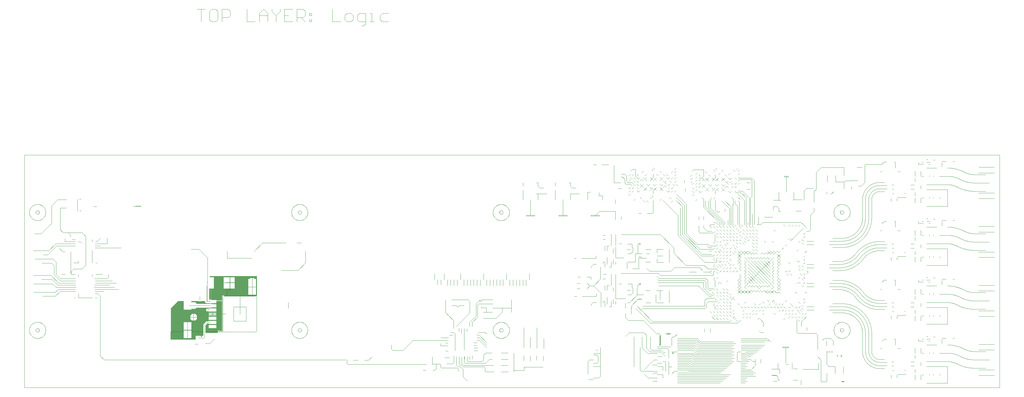
<source format=gtl>
*%FSLAX23Y23*%
*%MOIN*%
G01*
D11*
X4162Y8532D02*
X15879D01*
Y5737D02*
X4162D01*
X15879D02*
Y8532D01*
X4162D02*
Y5737D01*
D15*
X11804Y7577D02*
X11945Y7436D01*
X11965Y7352D02*
X12109Y7208D01*
X12275Y6946D02*
X12392Y6829D01*
X12277Y7400D02*
X12092Y7585D01*
X12068Y7577D02*
X12304Y7341D01*
X12292Y7321D02*
X12044Y7570D01*
X12017Y7562D02*
X12336Y7243D01*
X12556Y7743D02*
X12403Y7896D01*
X12383Y7892D02*
X12536Y7739D01*
X12517D02*
X12343Y7912D01*
X12324Y7908D02*
X12497Y7735D01*
X11568Y6672D02*
X11710Y6530D01*
X12115Y7944D02*
X11993Y8066D01*
X12115Y7589D02*
X12245Y7459D01*
X12017Y7806D02*
X11836Y7987D01*
X11509Y6688D02*
X11682Y6514D01*
X6374Y6746D02*
X6235Y6746D01*
Y6698D02*
X6374Y6698D01*
X12836Y6168D02*
X12962Y6168D01*
X6511Y6411D02*
X6344Y6414D01*
X13991Y5810D02*
X14008D01*
Y5807D02*
X13979D01*
Y5813D02*
X14008D01*
X12847Y5853D02*
X12769D01*
Y5873D02*
X12946D01*
X12619D02*
X12005D01*
X12009Y5853D02*
X12595D01*
X12769Y5814D02*
X12847D01*
X12824Y5833D02*
X12769D01*
Y5794D02*
X12824D01*
X12572Y5833D02*
X12009D01*
Y5814D02*
X12548D01*
X12521Y5794D02*
X12009D01*
X8139Y6066D02*
X8111D01*
X12202Y6070D02*
X12662D01*
X11859Y6050D02*
X11832D01*
X12009Y6070D02*
X12174D01*
X12166Y6050D02*
X12009D01*
X12194D02*
X12690D01*
X12056Y5951D02*
X12009D01*
X12056D02*
X12127D01*
X12135Y5971D02*
X12005D01*
X12769Y5912D02*
X12946D01*
X11765Y6010D02*
X11710D01*
X12769Y6030D02*
X12847D01*
Y5991D02*
X12769D01*
X12143D02*
X12009D01*
Y6030D02*
X12158D01*
X12151Y6010D02*
X12009D01*
X12769Y5932D02*
X12918D01*
X12824Y6010D02*
X12769D01*
Y5971D02*
X12824D01*
X12666Y6030D02*
X12186D01*
X12178Y6010D02*
X12643D01*
X12619Y5991D02*
X12170D01*
X12162Y5971D02*
X12595D01*
X12572Y5951D02*
X12154D01*
X12009Y5912D02*
X12525D01*
X12548Y5932D02*
X12147D01*
X14736Y5946D02*
X14746D01*
X8169Y6066D02*
X8143D01*
X8250D02*
X8297D01*
X12009Y5892D02*
X12643D01*
X12769D02*
X12918D01*
X9268Y6095D02*
X9211D01*
X9563Y6243D02*
X9590D01*
X9607Y6180D02*
X9563D01*
Y6212D02*
X9608D01*
X11788Y6247D02*
X11804D01*
X12001Y6266D02*
X12119D01*
X12111Y6247D02*
X12005D01*
X12111D02*
X12217D01*
X12225Y6266D02*
X12119D01*
X12280D02*
X12710D01*
X12686Y6247D02*
X12273D01*
X12773D02*
X13056D01*
X11048Y6188D02*
X11029D01*
X11800Y6227D02*
X11930D01*
X12233Y6148D02*
X12662D01*
Y6109D02*
X12217D01*
X11808Y6168D02*
X11769D01*
X12773Y6089D02*
X12840D01*
X12832Y6109D02*
X12773D01*
Y6129D02*
X12824D01*
X12816Y6148D02*
X12773D01*
X12190Y6109D02*
X12009D01*
Y6148D02*
X12206D01*
X12198Y6129D02*
X12005D01*
X12009Y6089D02*
X12182D01*
X12249Y6188D02*
X12662D01*
X12103Y6227D02*
X12005D01*
X12009Y6207D02*
X12095D01*
X12088Y6188D02*
X12009D01*
X12088D02*
X12194D01*
X12202Y6207D02*
X12095D01*
X12103Y6227D02*
X12210D01*
Y6089D02*
X12690D01*
Y6129D02*
X12225D01*
X12241Y6168D02*
X12690D01*
Y6207D02*
X12257D01*
X12265Y6227D02*
X12662D01*
X12773Y6207D02*
X13009D01*
X13032Y6227D02*
X12773D01*
X12859Y6109D02*
X12891D01*
X12914Y6129D02*
X12851D01*
X12843Y6148D02*
X12938D01*
X12985Y6188D02*
X12773D01*
X6074Y6402D02*
X5921D01*
X6340D02*
X6483D01*
X6074Y6407D02*
X5921D01*
X6340D02*
X6483D01*
X6074Y6412D02*
X5921D01*
X6170D02*
X6310D01*
X6340D02*
X6483D01*
X6074Y6417D02*
X5921D01*
X6170D02*
X6310D01*
X6340D02*
X6483D01*
X6074Y6422D02*
X5921D01*
X6170D02*
X6310D01*
X6340D02*
X6483D01*
X6532D01*
X6074Y6427D02*
X5921D01*
X6170D02*
X6310D01*
X6340D02*
X6483D01*
X6532D01*
X6074Y6432D02*
X5921D01*
X6170D02*
X6310D01*
X6340D02*
X6532D01*
X6074Y6437D02*
X5921D01*
X6170D02*
X6310D01*
X6340D02*
X6532D01*
X6074Y6442D02*
X5921D01*
X6170D02*
X6310D01*
X6340D02*
X6374D01*
X6468D01*
X6532D01*
X6074Y6447D02*
X5921D01*
X6170D02*
X6310D01*
X6340D02*
X6374D01*
X6468D01*
X6532D01*
X6074Y6452D02*
X5921D01*
X6170D02*
X6310D01*
X6340D02*
X6374D01*
X6468D02*
X6532D01*
X6074Y6457D02*
X5921D01*
X6170D02*
X6310D01*
X6340D02*
X6374D01*
X6468D02*
X6532D01*
X6074Y6462D02*
X5921D01*
X6170D02*
X6310D01*
X6340D02*
X6374D01*
X6468D02*
X6532D01*
X6468Y6451D02*
X6374D01*
X6483Y6422D02*
X6532D01*
X6074Y6398D02*
X5921D01*
X6170D02*
X6310D01*
X6340D02*
X6483D01*
X11879Y6388D02*
X11918D01*
X11914Y6381D02*
X11883D01*
X11950Y6345D02*
X11969D01*
X11934Y6384D02*
X11867D01*
X12009Y6325D02*
X12143D01*
X12135Y6306D02*
X12005D01*
X12009Y6286D02*
X12127D01*
X12233D01*
X12241Y6306D02*
X12135D01*
X12143Y6325D02*
X12249D01*
X12773Y6306D02*
X12816D01*
X12828Y6325D02*
X12773D01*
X12682Y6286D02*
X12288D01*
X12816Y6306D02*
X13076D01*
X13084Y6325D02*
X12828D01*
X12773Y6286D02*
X13060D01*
X14901Y6296D02*
X14961D01*
X13672Y6391D02*
X13455D01*
X6511Y6411D02*
X6344D01*
X6340D01*
X6310D02*
X6170D01*
X6074D02*
X5920D01*
Y6315D02*
X6216D01*
X6340Y6395D02*
X6344D01*
X6292Y6349D02*
X6282D01*
Y6362D02*
X6216D01*
X6292D02*
X6310D01*
X6170Y6330D02*
X6074D01*
X6344Y6412D02*
X6461D01*
X6310Y6407D02*
X6170D01*
X6074D02*
X5920D01*
X6170Y6402D02*
X6310D01*
X6074D02*
X5920D01*
X6170Y6397D02*
X6310D01*
X6074D02*
X5920D01*
X6170Y6392D02*
X6310D01*
X6074D02*
X5920D01*
X6170Y6387D02*
X6310D01*
X6074D02*
X5920D01*
X6170Y6382D02*
X6310D01*
X6074D02*
X5920D01*
X6170Y6377D02*
X6310D01*
X6074D02*
X5920D01*
X6170Y6372D02*
X6310D01*
X6074D02*
X5920D01*
X6292Y6367D02*
X6310D01*
X6292D02*
X6282D01*
X6216D01*
X6170D01*
X6074D02*
X5920D01*
X6292Y6362D02*
X6310D01*
X6292D02*
X6282D01*
X6216D01*
X6170D01*
X6074D02*
X5920D01*
X6282Y6357D02*
X6292D01*
X6216D02*
X6170D01*
X6074D02*
X5920D01*
X6282Y6352D02*
X6292D01*
X6216D02*
X6170D01*
X6074D02*
X5920D01*
X6170Y6347D02*
X6216D01*
X6074D02*
X5920D01*
X6170Y6342D02*
X6216D01*
X6074D02*
X5920D01*
X6170Y6337D02*
X6216D01*
X6074D02*
X5920D01*
X6170Y6332D02*
X6216D01*
X6074D02*
X5920D01*
X6170Y6327D02*
X6216D01*
X6170D02*
X6074D01*
X5920D01*
X6170Y6322D02*
X6216D01*
X6170D02*
X6074D01*
X5920D01*
Y6317D02*
X6216D01*
X9563Y6275D02*
X9598D01*
X6074Y6482D02*
X5921D01*
X6170D02*
X6310D01*
X6340D02*
X6374D01*
X6468D02*
X6532D01*
X6074Y6487D02*
X5921D01*
X6170D02*
X6310D01*
X6340D02*
X6374D01*
X6468D02*
X6532D01*
X6074Y6492D02*
X5921D01*
X6170D02*
X6305D01*
X6345D02*
X6374D01*
X6468D02*
X6532D01*
X6074Y6497D02*
X5921D01*
X6170D02*
X6308D01*
X6350D02*
X6374D01*
X6408D01*
X6468D01*
X6532D01*
X6074Y6502D02*
X5921D01*
X6170D02*
X6310D01*
X6355D02*
X6374D01*
X6468D02*
X6532D01*
X6074Y6507D02*
X5921D01*
X6170D02*
X6310D01*
X6318D01*
X6468D02*
X6532D01*
X6074Y6512D02*
X5921D01*
X6170D02*
X6310D01*
X6323D01*
X6468D02*
X6532D01*
X6074Y6517D02*
X5921D01*
X6170D02*
X6328D01*
X6468D02*
X6532D01*
X6074Y6522D02*
X5921D01*
X6170D02*
X6333D01*
X6468D02*
X6532D01*
X6074Y6527D02*
X5921D01*
X6074D02*
X6170D01*
X6337D01*
X6468D02*
X6532D01*
X6074Y6532D02*
X5921D01*
X6074D02*
X6170D01*
X6337D01*
X6468D02*
X6532D01*
X6337Y6537D02*
X5921D01*
X6337D02*
X6348D01*
X6356D01*
X6374D01*
X6468D02*
X6532D01*
X6337Y6542D02*
X5921D01*
X6337D02*
X6374D01*
X6468D02*
X6532D01*
X6168Y6547D02*
X5921D01*
X6219D02*
X6374D01*
X6468D01*
X6532D01*
X6163Y6552D02*
X5921D01*
X6224D02*
X6374D01*
X6468D02*
X6532D01*
X6153Y6557D02*
X5921D01*
X6235D02*
X6374D01*
X6468D02*
X6532D01*
X6153Y6562D02*
X5921D01*
X6235D02*
X6374D01*
X6468D02*
X6532D01*
X6153Y6567D02*
X5921D01*
X6235D02*
X6374D01*
X6468D02*
X6532D01*
X6153Y6572D02*
X5921D01*
X6235D02*
X6374D01*
X6468D02*
X6532D01*
X6153Y6577D02*
X5921D01*
X6235D02*
X6374D01*
X6468D02*
X6532D01*
X6153Y6582D02*
X5921D01*
X6235D02*
X6374D01*
X6468D02*
X6532D01*
X6153Y6587D02*
X5921D01*
X6235D02*
X6374D01*
X6468D02*
X6532D01*
X6153Y6592D02*
X5921D01*
X6235D02*
X6374D01*
X6468D02*
X6532D01*
X6153Y6597D02*
X5921D01*
X6235D02*
X6374D01*
X6468D01*
X6532D01*
X6153Y6602D02*
X5921D01*
X6235D02*
X6374D01*
X6468D02*
X6532D01*
X6153Y6607D02*
X5921D01*
X6235D02*
X6374D01*
X6468D02*
X6532D01*
X6153Y6612D02*
X5921D01*
X6153D02*
X6161D01*
X6227D02*
X6235D01*
X6374D01*
X6468D02*
X6532D01*
X6166Y6617D02*
X5921D01*
X6222D02*
X6374D01*
X6468D02*
X6532D01*
X6171Y6622D02*
X5921D01*
X6217D02*
X6374D01*
X6468D02*
X6532D01*
X6374Y6627D02*
X5921D01*
X6468D02*
X6532D01*
X6374Y6632D02*
X5921D01*
X6468D02*
X6532D01*
X6374Y6637D02*
X5921D01*
X6468D02*
X6532D01*
X6374Y6642D02*
X5921D01*
X6468D02*
X6532D01*
X6374Y6647D02*
X5921D01*
X6374D02*
X6468D01*
X6532D01*
X6350Y6652D02*
X5921D01*
X6468D02*
X6532D01*
X6343Y6657D02*
X5921D01*
X6468D02*
X6532D01*
X6343Y6662D02*
X5921D01*
X6468D02*
X6532D01*
X6468Y6492D02*
X6374D01*
Y6542D02*
X6408D01*
X6468D01*
X6408Y6501D02*
X6374D01*
X6408D02*
X6468D01*
Y6592D02*
X6374D01*
Y6551D02*
X6468D01*
Y6642D02*
X6374D01*
Y6601D02*
X6468D01*
X6410Y6651D02*
X6374D01*
X6410D02*
X6468D01*
X6170Y6525D02*
X6074D01*
X6173Y6542D02*
X6215D01*
Y6625D02*
X6173D01*
X6350Y6652D02*
X6353D01*
X6372D01*
X6374D01*
X6319Y6508D02*
X6310D01*
X6358Y6505D02*
X6374D01*
X6346Y6535D02*
X6337D01*
X6346D02*
X6358D01*
X6374D01*
X6194Y6583D02*
X6153D01*
X6194D02*
X6235D01*
X6400Y6621D02*
X6421D01*
X6442D01*
X11702Y6514D02*
X12678D01*
X12666D02*
X12733D01*
X12635Y6530D02*
X12347D01*
X11710Y6514D02*
X11682D01*
X11710Y6530D02*
X12367D01*
X14736Y6655D02*
X14746D01*
X6074Y6467D02*
X5921D01*
X6170D02*
X6310D01*
X6340D02*
X6374D01*
X6468D02*
X6532D01*
X6074Y6472D02*
X5921D01*
X6170D02*
X6310D01*
X6340D02*
X6374D01*
X6468D02*
X6532D01*
X6074Y6477D02*
X5921D01*
X6170D02*
X6310D01*
X6340D02*
X6374D01*
X6468D02*
X6532D01*
Y6792D02*
X6468D01*
Y6797D02*
X6407D01*
X6468D02*
X6532D01*
Y6802D02*
X6381D01*
Y6807D02*
X6532D01*
Y6812D02*
X6381D01*
Y6817D02*
X6532D01*
Y6822D02*
X6381D01*
Y6827D02*
X6532D01*
Y6832D02*
X6381D01*
Y6837D02*
X6532D01*
Y6842D02*
X6381D01*
X6562D02*
X6594D01*
X6532Y6847D02*
X6381D01*
X6562D02*
X6594D01*
X6532Y6852D02*
X6381D01*
X6532D02*
X6562D01*
X6594D01*
Y6857D02*
X6381D01*
X6411Y6792D02*
X6412D01*
X6417D01*
X6468D01*
X6562Y6839D02*
X6594D01*
X6542Y6848D02*
X6532D01*
X6542D02*
X6562D01*
X6394Y6798D02*
X6381D01*
X6468Y6787D02*
X6532D01*
X6074Y6677D02*
X5921D01*
X6170D02*
X6343D01*
X6468D02*
X6532D01*
X6074Y6682D02*
X5921D01*
X6170D02*
X6343D01*
X6468D02*
X6532D01*
X6074Y6687D02*
X5921D01*
X6219D02*
X6343D01*
X6349D01*
X6468D02*
X6532D01*
X6074Y6692D02*
X5924D01*
X6224D02*
X6350D01*
X6374D01*
X6468D02*
X6532D01*
X6074Y6697D02*
X5929D01*
X6235D02*
X6374D01*
X6468D01*
X6532D01*
X6074Y6702D02*
X5934D01*
X6468D02*
X6532D01*
X6074Y6707D02*
X5939D01*
X6468D02*
X6532D01*
X6074Y6712D02*
X5944D01*
X6468D02*
X6532D01*
X6074Y6717D02*
X5949D01*
X6468D02*
X6532D01*
X6074Y6722D02*
X5954D01*
X6468D02*
X6532D01*
X6074Y6727D02*
X5959D01*
X6468D02*
X6532D01*
X6074Y6732D02*
X5964D01*
X6468D02*
X6532D01*
X6074Y6737D02*
X5969D01*
X6468D02*
X6532D01*
X6074Y6742D02*
X5974D01*
X6468D02*
X6532D01*
X6074Y6747D02*
X5979D01*
X6235D02*
X6374D01*
X6468D01*
X6532D01*
X6074Y6752D02*
X5984D01*
X6227D02*
X6235D01*
X6340D01*
X6468D02*
X6532D01*
X6074Y6757D02*
X5989D01*
X6222D02*
X6330D01*
X6468D02*
X6532D01*
X6074Y6762D02*
X5994D01*
X6217D02*
X6330D01*
X6468D02*
X6532D01*
X6074Y6767D02*
X5999D01*
X6170D02*
X6330D01*
X6468D02*
X6532D01*
X6074Y6772D02*
X6004D01*
X6170D02*
X6330D01*
X6468D02*
X6532D01*
X6597Y6842D02*
X6951D01*
X6850Y6847D02*
X6597D01*
X6850D02*
X6946D01*
X6850Y6852D02*
X6597D01*
X6850D02*
X6946D01*
X6850Y6857D02*
X6597D01*
X6410Y6692D02*
X6374D01*
X6410D02*
X6468D01*
X6417Y6742D02*
X6409D01*
X6417D02*
X6468D01*
Y6701D02*
X6408D01*
X6406Y6751D02*
X6468D01*
X6597Y6839D02*
X6951D01*
X6946Y6852D02*
X6850D01*
X6215Y6682D02*
X6173D01*
Y6765D02*
X6215D01*
X6260Y6774D02*
X6279D01*
X6350Y6690D02*
X6353D01*
X6372D01*
X6374D01*
X6394Y6698D02*
X6406D01*
X6394Y6746D02*
X6382D01*
X6394D02*
X6406D01*
X6341Y6750D02*
X6338D01*
X6341D02*
X6365D01*
X6341Y6752D02*
X6339D01*
X6350Y6750D02*
X6353D01*
X6365D01*
X6374D01*
X6394D01*
X6350Y6687D02*
X6349D01*
X6074Y6777D02*
X6009D01*
X6170D02*
X6250D01*
X6257D01*
X6283D02*
X6289D01*
X6330D01*
X6468D02*
X6532D01*
X11761Y6757D02*
X11838D01*
X11685Y6756D02*
X11630D01*
X11590Y6717D02*
X12332D01*
X12362Y6810D02*
X12382D01*
X12437D01*
X12476Y6770D02*
X12378D01*
X12336Y6687D02*
X11585D01*
X12392Y6829D02*
X12418D01*
X12408Y6849D02*
X12438D01*
X12420D02*
X12406D01*
X6074Y6667D02*
X5921D01*
X6074D02*
X6170D01*
X6343D01*
X6468D02*
X6532D01*
X6074Y6672D02*
X5921D01*
X6074D02*
X6170D01*
X6343D01*
X6468D02*
X6532D01*
X6170Y6673D02*
X6074D01*
X6381Y6872D02*
X6594D01*
Y6877D02*
X6381D01*
Y6882D02*
X6594D01*
Y6887D02*
X6381D01*
Y6892D02*
X6594D01*
Y6897D02*
X6381D01*
Y6902D02*
X6594D01*
Y6907D02*
X6381D01*
Y6912D02*
X6594D01*
Y6917D02*
X6381D01*
Y6922D02*
X6440D01*
X6552D01*
X6594D01*
X6440Y6927D02*
X6381D01*
X6440D02*
X6552D01*
X6594D01*
X6552Y6932D02*
X6440D01*
Y6937D02*
X6552D01*
Y6942D02*
X6440D01*
Y6947D02*
X6552D01*
Y6952D02*
X6440D01*
Y6957D02*
X6552D01*
Y6962D02*
X6440D01*
Y6967D02*
X6552D01*
Y6972D02*
X6440D01*
Y6977D02*
X6552D01*
Y6982D02*
X6440D01*
Y6987D02*
X6552D01*
Y6992D02*
X6440D01*
Y6997D02*
X6552D01*
Y7002D02*
X6440D01*
Y7007D02*
X6552D01*
Y7012D02*
X6440D01*
Y7017D02*
X6552D01*
Y7022D02*
X6440D01*
Y7027D02*
X6552D01*
Y7032D02*
X6440D01*
Y7037D02*
X6552D01*
Y7042D02*
X6440D01*
Y7047D02*
X6552D01*
Y7052D02*
X6440D01*
Y6927D02*
X6381D01*
X6552D02*
X6594D01*
X6597Y6872D02*
X6850D01*
Y6877D02*
X6597D01*
Y6882D02*
X6850D01*
Y6887D02*
X6597D01*
Y6892D02*
X6850D01*
Y6897D02*
X6597D01*
Y6902D02*
X6850D01*
Y6907D02*
X6597D01*
Y6912D02*
X6850D01*
Y6917D02*
X6597D01*
Y6922D02*
X6690D01*
X6850D01*
X6690Y6927D02*
X6597D01*
X6690D02*
X6850D01*
Y6932D02*
X6690D01*
Y6937D02*
X6850D01*
Y6942D02*
X6690D01*
Y6947D02*
X6850D01*
Y6952D02*
X6690D01*
Y6957D02*
X6850D01*
Y6962D02*
X6690D01*
Y6967D02*
X6850D01*
Y6972D02*
X6690D01*
Y6977D02*
X6850D01*
Y6982D02*
X6690D01*
Y6987D02*
X6850D01*
Y6992D02*
X6690D01*
Y6997D02*
X6850D01*
Y7002D02*
X6690D01*
Y7007D02*
X6850D01*
Y7012D02*
X6690D01*
Y7017D02*
X6850D01*
Y7022D02*
X6690D01*
Y7027D02*
X6850D01*
Y7032D02*
X6690D01*
Y7037D02*
X6850D01*
Y7042D02*
X6690D01*
Y7047D02*
X6850D01*
Y7052D02*
X6690D01*
X6850D02*
X6872D01*
X6924D02*
X6946D01*
X6867Y7047D02*
X6850D01*
X6929D02*
X6946D01*
X6690Y6927D02*
X6597D01*
X11787Y6904D02*
X11828D01*
X11783Y6959D02*
X12262D01*
X12318Y6999D02*
X11772D01*
X12385Y6908D02*
X12417D01*
X12333Y7027D02*
X11780D01*
X12391Y6928D02*
X12438D01*
X12345Y7051D02*
X12275D01*
X11786D01*
X5213Y6917D02*
X5005D01*
X5213D02*
X5264D01*
X10800Y6991D02*
X10836D01*
X10954Y6959D02*
X10969D01*
X10836Y6928D02*
X10804D01*
X14901Y7005D02*
X14961D01*
X11789Y6904D02*
X11756D01*
X5294Y6917D02*
X5260D01*
X6381Y6862D02*
X6594D01*
Y6867D02*
X6381D01*
X6597Y6862D02*
X6850D01*
Y6867D02*
X6597D01*
X6440Y7072D02*
X6388D01*
X6440D02*
X6552D01*
X6594D01*
Y7075D02*
X6388D01*
X6594D02*
X6602D01*
X6597Y7072D02*
X6690D01*
X6951D01*
Y7075D02*
X6597D01*
X12109Y7208D02*
X12162D01*
X11841Y7242D02*
X11797D01*
X11806D02*
X11762D01*
X12151Y7208D02*
X12327D01*
X12359Y7243D02*
X12473D01*
X12406D02*
X12336D01*
X12387Y7085D02*
X12434D01*
X12410D02*
X12174D01*
X12375Y7164D02*
X12477D01*
X12375D02*
X12371D01*
X11780Y7109D02*
X11328D01*
X11804Y7085D02*
X12178D01*
X6552Y7057D02*
X6440D01*
Y7062D02*
X6552D01*
X6440Y7067D02*
X6388D01*
X6440D02*
X6552D01*
X6594D01*
X6440Y7065D02*
X6388D01*
X6552D02*
X6594D01*
X6690Y7057D02*
X6951D01*
Y7062D02*
X6690D01*
Y7067D02*
X6597D01*
X6690D02*
X6951D01*
X6920Y7056D02*
X6876D01*
X6690Y7065D02*
X6597D01*
X11791Y7319D02*
X11830D01*
X11836Y7400D02*
X11760D01*
X11763Y7319D02*
X11798D01*
X12383Y7420D02*
X12422D01*
X12399Y7440D02*
X12477D01*
X12418Y7381D02*
X12387D01*
X12355Y7400D02*
X12438D01*
X12418Y7341D02*
X12363D01*
X12359Y7321D02*
X12438D01*
X12387Y7400D02*
X12277D01*
X12304Y7341D02*
X12391D01*
X12418Y7321D02*
X12292D01*
X14736Y7363D02*
X14746D01*
X11804Y7577D02*
X11797D01*
X11776D01*
X11782D02*
X11760D01*
X11736D01*
X11741D02*
X11336D01*
X12367Y7617D02*
X12418D01*
X12300Y7459D02*
X12245D01*
X12300D02*
X12379D01*
X12375Y7597D02*
X12438D01*
X12375D02*
X12363D01*
X12383Y7597D02*
X12277D01*
X6033Y6777D02*
Y6398D01*
X6028D02*
Y6777D01*
X6023D02*
Y6398D01*
X6018D02*
Y6777D01*
X6013D02*
Y6398D01*
X6008D02*
Y6776D01*
X6003Y6771D02*
Y6398D01*
X5998D02*
Y6766D01*
X5993Y6761D02*
Y6398D01*
X5988D02*
Y6756D01*
X5983Y6751D02*
Y6398D01*
X5978D02*
Y6746D01*
X5973Y6741D02*
Y6398D01*
X5968D02*
Y6736D01*
X5963Y6731D02*
Y6398D01*
X5958D02*
Y6726D01*
X5953Y6721D02*
Y6398D01*
X5948D02*
Y6716D01*
X5943Y6711D02*
Y6398D01*
X5938D02*
Y6706D01*
X5933Y6701D02*
Y6398D01*
X5928D02*
Y6696D01*
X5923Y6691D02*
Y6398D01*
X5921D02*
Y6689D01*
X5920Y6411D02*
Y6315D01*
X5923D02*
Y6411D01*
X5928D02*
Y6315D01*
X5933D02*
Y6411D01*
X5938D02*
Y6315D01*
X5943D02*
Y6411D01*
X5948D02*
Y6315D01*
X5953D02*
Y6411D01*
X5958D02*
Y6315D01*
X5963D02*
Y6411D01*
X5968D02*
Y6315D01*
X5973D02*
Y6411D01*
X5978D02*
Y6315D01*
X5983D02*
Y6411D01*
X5988D02*
Y6315D01*
X5993D02*
Y6411D01*
X5998D02*
Y6315D01*
X6003D02*
Y6411D01*
X6008D02*
Y6315D01*
X6013D02*
Y6411D01*
X6018D02*
Y6315D01*
X6023D02*
Y6411D01*
X6028D02*
Y6315D01*
X6033D02*
Y6411D01*
X5921Y6689D02*
X5945Y6713D01*
X6009Y6777D01*
X12414Y7696D02*
X12458D01*
X12414D02*
X12410D01*
X12969D02*
X13009D01*
X13036Y7723D02*
X13477D01*
X13493D02*
X13391D01*
X12473Y7719D02*
X12438D01*
X14901Y7713D02*
X14961D01*
X6228Y6556D02*
Y6398D01*
Y6611D02*
Y6696D01*
Y6751D02*
Y6777D01*
X6223Y6542D02*
Y6398D01*
Y6542D02*
Y6551D01*
Y6616D02*
Y6625D01*
Y6682D01*
Y6691D01*
Y6756D02*
Y6765D01*
Y6777D01*
X6218Y6542D02*
Y6398D01*
Y6625D02*
Y6682D01*
Y6765D02*
Y6777D01*
X6213Y6542D02*
Y6398D01*
Y6625D02*
Y6682D01*
Y6765D02*
Y6777D01*
X6208Y6542D02*
Y6398D01*
Y6625D02*
Y6682D01*
Y6765D02*
Y6777D01*
X6203Y6542D02*
Y6398D01*
Y6625D02*
Y6682D01*
Y6765D02*
Y6777D01*
X6198Y6542D02*
Y6398D01*
Y6625D02*
Y6682D01*
Y6765D02*
Y6777D01*
X6193Y6542D02*
Y6398D01*
Y6625D02*
Y6682D01*
Y6765D02*
Y6777D01*
X6188Y6542D02*
Y6398D01*
Y6625D02*
Y6682D01*
Y6765D02*
Y6777D01*
X6183Y6542D02*
Y6398D01*
Y6625D02*
Y6682D01*
Y6765D02*
Y6777D01*
X6178Y6525D02*
Y6398D01*
Y6525D02*
Y6542D01*
Y6625D02*
Y6673D01*
Y6682D01*
Y6765D02*
Y6777D01*
X6173Y6525D02*
Y6398D01*
Y6525D02*
Y6542D01*
Y6625D02*
Y6673D01*
Y6682D01*
Y6765D02*
Y6777D01*
X6168Y6542D02*
Y6525D01*
Y6625D02*
Y6673D01*
X6163Y6552D02*
Y6525D01*
Y6614D02*
Y6673D01*
X6158Y6557D02*
Y6525D01*
Y6609D02*
Y6673D01*
X6153Y6562D02*
Y6525D01*
Y6604D02*
Y6673D01*
X6148D02*
Y6525D01*
X6143D02*
Y6673D01*
X6138D02*
Y6525D01*
X6133D02*
Y6673D01*
X6128D02*
Y6525D01*
X6123D02*
Y6673D01*
X6118D02*
Y6525D01*
X6113D02*
Y6673D01*
X6108D02*
Y6525D01*
X6103D02*
Y6673D01*
X6098D02*
Y6525D01*
X6093D02*
Y6673D01*
X6088D02*
Y6525D01*
X6083D02*
Y6673D01*
X6078D02*
Y6525D01*
X6073D02*
Y6398D01*
Y6525D02*
Y6673D01*
Y6777D01*
X6068Y6525D02*
Y6398D01*
Y6525D02*
Y6673D01*
Y6777D01*
X6063D02*
Y6398D01*
X6074Y6673D02*
Y6777D01*
X6170Y6682D02*
Y6673D01*
Y6682D02*
Y6685D01*
Y6762D02*
Y6765D01*
Y6777D01*
X6074Y6525D02*
Y6398D01*
X6170D02*
Y6525D01*
X6153Y6563D02*
Y6604D01*
X6194Y6583D02*
Y6542D01*
Y6583D02*
Y6625D01*
X6216Y6362D02*
Y6315D01*
X6170Y6330D02*
Y6411D01*
X6074D02*
Y6330D01*
X6063Y6315D02*
Y6411D01*
X6068D02*
Y6330D01*
Y6315D01*
X6073Y6330D02*
Y6411D01*
Y6330D02*
Y6315D01*
X6078D02*
Y6330D01*
X6083D02*
Y6315D01*
X6088D02*
Y6330D01*
X6093D02*
Y6315D01*
X6098D02*
Y6330D01*
X6103D02*
Y6315D01*
X6108D02*
Y6330D01*
X6113D02*
Y6315D01*
X6118D02*
Y6330D01*
X6123D02*
Y6315D01*
X6128D02*
Y6330D01*
X6133D02*
Y6315D01*
X6138D02*
Y6330D01*
X6143D02*
Y6315D01*
X6148D02*
Y6330D01*
X6153D02*
Y6315D01*
X6158D02*
Y6330D01*
X6163D02*
Y6315D01*
X6168D02*
Y6330D01*
X6173D02*
Y6411D01*
Y6330D02*
Y6315D01*
X6178Y6330D02*
Y6411D01*
Y6330D02*
Y6315D01*
X6183D02*
Y6411D01*
X6188D02*
Y6315D01*
X6193D02*
Y6411D01*
X6198D02*
Y6315D01*
X6203D02*
Y6411D01*
X6208D02*
Y6362D01*
Y6315D01*
X6213Y6362D02*
Y6411D01*
Y6362D02*
Y6315D01*
X6218Y6362D02*
Y6411D01*
X6223D02*
Y6362D01*
X6228D02*
Y6411D01*
X6058Y6398D02*
Y6777D01*
X6053D02*
Y6398D01*
X6048D02*
Y6777D01*
X6043D02*
Y6398D01*
X6038D02*
Y6777D01*
Y6411D02*
Y6315D01*
X6043D02*
Y6411D01*
X6048D02*
Y6315D01*
X6053D02*
Y6411D01*
X6058D02*
Y6315D01*
X6215Y6682D02*
X6231Y6698D01*
X6170Y6762D02*
X6173Y6765D01*
X6235Y6563D02*
X6215Y6542D01*
X6153Y6604D02*
X6173Y6625D01*
X6233Y6746D02*
X6215Y6765D01*
X6170Y6685D02*
X6173Y6682D01*
X6215Y6625D02*
X6235Y6604D01*
X6173Y6542D02*
X6153Y6563D01*
X6231Y6698D02*
X6235Y6698D01*
X12481Y7849D02*
X12517D01*
X6428Y6927D02*
Y6792D01*
Y7065D02*
Y7075D01*
X6423Y6927D02*
Y6792D01*
Y7065D02*
Y7075D01*
X6418Y6927D02*
Y6792D01*
Y7065D02*
Y7075D01*
X6413Y6927D02*
Y6792D01*
Y7065D02*
Y7075D01*
X6408Y6927D02*
Y6796D01*
Y7065D02*
Y7075D01*
X6403D02*
Y7065D01*
X6398Y6927D02*
Y6798D01*
Y7065D02*
Y7075D01*
X6393Y6927D02*
Y6798D01*
Y7065D02*
Y7075D01*
X6388Y6927D02*
Y6798D01*
Y7065D02*
Y7075D01*
X6383Y6927D02*
Y6798D01*
X6388Y7065D02*
Y7075D01*
X6381Y6927D02*
Y6798D01*
X6428Y6451D02*
Y6398D01*
Y6492D02*
Y6501D01*
Y6542D02*
Y6551D01*
Y6592D02*
Y6601D01*
Y6642D02*
Y6651D01*
Y6692D02*
Y6701D01*
Y6742D02*
Y6751D01*
X6423Y6451D02*
Y6398D01*
Y6492D02*
Y6501D01*
Y6542D02*
Y6551D01*
Y6592D02*
Y6601D01*
Y6642D02*
Y6651D01*
Y6692D02*
Y6701D01*
Y6742D02*
Y6751D01*
X6418Y6451D02*
Y6398D01*
Y6492D02*
Y6501D01*
Y6542D02*
Y6551D01*
Y6592D02*
Y6601D01*
Y6642D02*
Y6651D01*
Y6692D02*
Y6701D01*
Y6742D02*
Y6751D01*
X6413Y6451D02*
Y6398D01*
Y6492D02*
Y6501D01*
Y6542D02*
Y6551D01*
Y6592D02*
Y6601D01*
Y6642D02*
Y6651D01*
Y6692D02*
Y6698D01*
X6408Y6451D02*
Y6398D01*
Y6492D02*
Y6501D01*
Y6542D02*
Y6551D01*
Y6592D02*
Y6601D01*
Y6642D02*
Y6651D01*
Y6692D02*
Y6698D01*
X6403Y6451D02*
Y6398D01*
Y6492D02*
Y6501D01*
Y6542D02*
Y6551D01*
Y6592D02*
Y6601D01*
Y6642D02*
Y6651D01*
Y6692D02*
Y6698D01*
X6398Y6451D02*
Y6398D01*
Y6492D02*
Y6501D01*
Y6542D02*
Y6551D01*
Y6592D02*
Y6601D01*
Y6642D02*
Y6651D01*
Y6692D02*
Y6698D01*
X6393Y6451D02*
Y6398D01*
Y6492D02*
Y6501D01*
Y6542D02*
Y6551D01*
Y6592D02*
Y6601D01*
Y6642D02*
Y6651D01*
Y6692D02*
Y6698D01*
X6388Y6451D02*
Y6398D01*
Y6492D02*
Y6501D01*
Y6542D02*
Y6551D01*
Y6592D02*
Y6601D01*
Y6642D02*
Y6651D01*
Y6692D02*
Y6698D01*
X6383Y6451D02*
Y6398D01*
Y6492D02*
Y6501D01*
Y6542D02*
Y6551D01*
Y6592D02*
Y6601D01*
Y6642D02*
Y6651D01*
Y6692D02*
Y6698D01*
X6378Y6451D02*
Y6398D01*
Y6492D02*
Y6501D01*
Y6542D02*
Y6551D01*
Y6592D02*
Y6601D01*
Y6642D02*
Y6651D01*
Y6692D02*
Y6698D01*
X6373Y6451D02*
Y6398D01*
Y6451D02*
Y6492D01*
Y6501D01*
Y6535D02*
Y6542D01*
Y6551D01*
Y6592D01*
Y6601D01*
Y6642D01*
Y6651D01*
Y6692D02*
Y6698D01*
X6368Y6451D02*
Y6398D01*
Y6451D02*
Y6492D01*
Y6501D01*
Y6535D02*
Y6542D01*
Y6551D01*
Y6592D01*
Y6601D01*
Y6642D01*
Y6651D01*
Y6692D02*
Y6698D01*
X6363Y6505D02*
Y6398D01*
Y6535D02*
Y6652D01*
Y6690D02*
Y6698D01*
X6358Y6505D02*
Y6398D01*
Y6535D02*
Y6652D01*
Y6690D02*
Y6698D01*
X6353Y6500D02*
Y6398D01*
Y6540D02*
Y6652D01*
Y6690D02*
Y6698D01*
X6348Y6495D02*
Y6398D01*
Y6537D02*
Y6652D01*
Y6690D02*
Y6698D01*
X6343Y6490D02*
Y6398D01*
Y6535D02*
Y6657D01*
Y6681D02*
Y6687D01*
Y6698D01*
X6338Y6535D02*
Y6527D01*
Y6535D02*
Y6698D01*
X6333Y6535D02*
Y6522D01*
Y6535D02*
Y6698D01*
Y6752D02*
Y6759D01*
X6328Y6698D02*
Y6517D01*
Y6746D02*
Y6777D01*
X6323Y6698D02*
Y6512D01*
Y6746D02*
Y6777D01*
X6318Y6698D02*
Y6508D01*
Y6746D02*
Y6777D01*
X6313Y6698D02*
Y6508D01*
Y6746D02*
Y6777D01*
X6308Y6489D02*
Y6398D01*
Y6489D02*
Y6497D01*
Y6508D01*
Y6698D01*
Y6746D02*
Y6777D01*
X6303Y6508D02*
Y6398D01*
Y6508D02*
Y6698D01*
Y6746D02*
Y6777D01*
X6298Y6698D02*
Y6398D01*
Y6746D02*
Y6777D01*
X6293Y6698D02*
Y6398D01*
Y6746D02*
Y6777D01*
X6288Y6698D02*
Y6398D01*
Y6746D02*
Y6774D01*
X6283Y6698D02*
Y6398D01*
Y6746D02*
Y6774D01*
X6278Y6698D02*
Y6398D01*
Y6746D02*
Y6774D01*
X6273Y6698D02*
Y6398D01*
Y6746D02*
Y6774D01*
X6268Y6698D02*
Y6398D01*
Y6746D02*
Y6774D01*
X6263Y6698D02*
Y6398D01*
Y6746D02*
Y6774D01*
X6258Y6698D02*
Y6398D01*
Y6746D02*
Y6774D01*
X6374Y6451D02*
Y6448D01*
Y6451D02*
Y6492D01*
Y6498D02*
Y6501D01*
Y6505D01*
Y6535D02*
Y6542D01*
Y6548D02*
Y6551D01*
Y6592D01*
Y6598D02*
Y6601D01*
Y6642D01*
Y6648D02*
Y6651D01*
Y6652D01*
Y6654D01*
Y6687D02*
Y6688D01*
Y6690D01*
Y6692D01*
Y6698D02*
Y6698D01*
Y6748D02*
Y6750D01*
X6343Y6681D02*
Y6661D01*
X6310Y6487D02*
Y6398D01*
Y6487D02*
Y6499D01*
Y6508D01*
X6340Y6487D02*
Y6398D01*
X6330Y6771D02*
Y6774D01*
Y6776D01*
Y6773D01*
Y6776D02*
Y6777D01*
Y6762D02*
Y6759D01*
Y6762D02*
Y6764D01*
Y6777D01*
X6350Y6688D02*
Y6687D01*
X6337Y6535D02*
Y6526D01*
X6344Y6414D02*
Y6411D01*
Y6395D01*
X6340D02*
Y6411D01*
X6310D02*
Y6362D01*
X6282D02*
Y6349D01*
X6292D02*
Y6362D01*
X6258D02*
Y6411D01*
X6263D02*
Y6362D01*
X6268D02*
Y6411D01*
X6273D02*
Y6362D01*
X6278D02*
Y6411D01*
X6283D02*
Y6362D01*
Y6349D01*
X6288Y6362D02*
Y6411D01*
Y6362D02*
Y6349D01*
X6293Y6362D02*
Y6411D01*
X6298D02*
Y6362D01*
X6303D02*
Y6411D01*
X6308D02*
Y6362D01*
X6343Y6395D02*
Y6411D01*
X6253Y6398D02*
Y6698D01*
Y6746D02*
Y6774D01*
X6248Y6698D02*
Y6398D01*
Y6746D02*
Y6777D01*
X6243Y6698D02*
Y6398D01*
Y6746D02*
Y6777D01*
X6238Y6698D02*
Y6398D01*
Y6746D02*
Y6777D01*
X6233Y6561D02*
Y6398D01*
Y6606D02*
Y6698D01*
Y6746D02*
Y6777D01*
X6235Y6604D02*
Y6563D01*
X6233Y6411D02*
Y6362D01*
X6238D02*
Y6411D01*
X6243D02*
Y6362D01*
X6248D02*
Y6411D01*
X6253D02*
Y6362D01*
X6279Y6774D02*
X6283Y6777D01*
X6374Y6654D02*
X6372Y6652D01*
X6343Y6681D02*
X6349Y6687D01*
X6353Y6690D01*
X6406Y6698D02*
X6408Y6701D01*
X6310Y6499D02*
X6304Y6493D01*
X6310Y6499D02*
X6316Y6505D01*
X6319Y6508D01*
X6337Y6526D01*
X6340Y6529D01*
X6346Y6535D01*
X6352Y6541D01*
X6345Y6492D02*
X6340Y6487D01*
X6345Y6492D02*
X6353Y6501D01*
X6358Y6505D01*
X6406Y6750D02*
X6406Y6751D01*
X6412Y6792D02*
X6411Y6793D01*
X6406Y6798D01*
X6260Y6774D02*
X6257Y6777D01*
X6372Y6690D02*
X6374Y6688D01*
X6347Y6657D02*
X6353Y6652D01*
X6347Y6657D02*
X6343Y6661D01*
X6409Y6742D02*
X6406Y6746D01*
X6304Y6493D02*
X6310Y6487D01*
X6358Y6535D02*
X6352Y6541D01*
X6341Y6752D02*
X6337Y6756D01*
X6330Y6764D01*
X6340Y6751D02*
X6341Y6750D01*
X6340Y6751D02*
X6339Y6752D01*
X6337Y6754D01*
X6330Y6762D01*
X6374Y6746D02*
X6394Y6746D01*
X6394Y6698D02*
X6374Y6698D01*
X6235Y6746D02*
X6233Y6746D01*
X11426Y8203D02*
X11462D01*
X11426D02*
X11414D01*
X12737Y8101D02*
X12788D01*
X12773Y8081D02*
X12717D01*
X12737Y8101D02*
X12784D01*
X11442Y8184D02*
X11387D01*
X14736Y8073D02*
X14746D01*
X6593Y6927D02*
Y6839D01*
Y7065D02*
Y7075D01*
X6588Y6927D02*
Y6839D01*
Y7065D02*
Y7075D01*
X6583Y6927D02*
Y6839D01*
Y7065D02*
Y7075D01*
X6578Y6927D02*
Y6839D01*
Y7065D02*
Y7075D01*
X6573Y6927D02*
Y6839D01*
Y7065D02*
Y7075D01*
X6568Y6848D02*
Y6839D01*
Y6848D02*
Y6927D01*
Y7065D02*
Y7075D01*
X6563Y6848D02*
Y6839D01*
Y6848D02*
Y6927D01*
Y7065D02*
Y7075D01*
X6558Y6927D02*
Y6848D01*
Y7065D02*
Y7075D01*
X6553Y6927D02*
Y6848D01*
Y7065D02*
Y7075D01*
X6548Y6927D02*
Y6848D01*
Y6927D02*
Y7065D01*
Y7075D01*
X6543D02*
Y6848D01*
X6538D02*
Y7075D01*
X6533D02*
Y6848D01*
X6528D02*
Y6787D01*
Y6848D02*
Y7075D01*
X6523D02*
Y6787D01*
X6518D02*
Y7075D01*
X6513D02*
Y6787D01*
X6508D02*
Y7075D01*
X6503D02*
Y6787D01*
X6498D02*
Y7075D01*
X6493D02*
Y6787D01*
X6488D02*
Y7075D01*
X6483D02*
Y6787D01*
X6478D02*
Y7075D01*
X6473D02*
Y6792D01*
X6468D02*
Y7075D01*
X6463D02*
Y6792D01*
X6458D02*
Y7075D01*
X6453D02*
Y6792D01*
X6468D02*
Y6787D01*
X6552Y6927D02*
Y7065D01*
X6532Y6848D02*
Y6787D01*
X6562Y6839D02*
Y6848D01*
X6594Y6839D02*
Y6927D01*
Y7065D02*
Y7075D01*
Y7076D01*
X6623Y6927D02*
Y6839D01*
Y7065D02*
Y7075D01*
X6618Y6927D02*
Y6839D01*
Y7065D02*
Y7075D01*
X6613Y6927D02*
Y6839D01*
Y7065D02*
Y7075D01*
X6608Y6927D02*
Y6839D01*
Y7065D02*
Y7075D01*
X6603Y6927D02*
Y6839D01*
Y7065D02*
Y7075D01*
X6598Y6927D02*
Y6839D01*
Y7065D02*
Y7075D01*
X6528Y6777D02*
Y6422D01*
X6523D02*
Y6777D01*
X6518D02*
Y6422D01*
X6513D02*
Y6777D01*
X6508D02*
Y6422D01*
X6503D02*
Y6777D01*
X6498D02*
Y6422D01*
X6493D02*
Y6777D01*
X6488D02*
Y6422D01*
X6483D02*
Y6398D01*
Y6422D02*
Y6777D01*
X6478Y6422D02*
Y6398D01*
Y6422D02*
Y6777D01*
X6473Y6451D02*
Y6398D01*
Y6451D02*
Y6492D01*
Y6501D01*
Y6542D01*
Y6551D01*
Y6592D01*
Y6601D01*
Y6642D01*
Y6651D01*
Y6692D01*
Y6701D01*
Y6742D01*
Y6751D01*
Y6777D01*
X6468Y6451D02*
Y6398D01*
Y6451D02*
Y6492D01*
Y6501D01*
Y6542D01*
Y6551D01*
Y6592D01*
Y6601D01*
Y6642D01*
Y6651D01*
Y6692D01*
Y6701D01*
Y6742D01*
Y6751D01*
Y6777D01*
X6463Y6451D02*
Y6398D01*
Y6492D02*
Y6501D01*
Y6542D02*
Y6551D01*
Y6592D02*
Y6601D01*
Y6642D02*
Y6651D01*
Y6692D02*
Y6701D01*
Y6742D02*
Y6751D01*
X6458Y6451D02*
Y6398D01*
Y6492D02*
Y6501D01*
Y6542D02*
Y6551D01*
Y6592D02*
Y6601D01*
Y6642D02*
Y6651D01*
Y6692D02*
Y6701D01*
Y6742D02*
Y6751D01*
X6453Y6451D02*
Y6398D01*
Y6492D02*
Y6501D01*
Y6542D02*
Y6551D01*
Y6592D02*
Y6601D01*
Y6642D02*
Y6651D01*
Y6692D02*
Y6701D01*
Y6742D02*
Y6751D01*
X6468Y6451D02*
Y6448D01*
Y6451D02*
Y6492D01*
Y6498D02*
Y6501D01*
Y6542D01*
Y6548D02*
Y6551D01*
Y6592D01*
Y6598D02*
Y6601D01*
Y6642D01*
Y6648D02*
Y6651D01*
Y6692D01*
Y6698D02*
Y6701D01*
Y6742D01*
Y6748D02*
Y6751D01*
Y6777D01*
X6532D02*
Y6422D01*
X6483D02*
Y6398D01*
X6597Y6839D02*
Y6927D01*
Y7065D02*
Y7075D01*
X6511Y6411D02*
Y6411D01*
X6448Y6792D02*
Y6927D01*
Y7065D01*
Y7075D01*
X6443Y6927D02*
Y6792D01*
Y6927D02*
Y7065D01*
Y7075D01*
X6438Y6927D02*
Y6792D01*
Y7065D02*
Y7075D01*
X6433Y6927D02*
Y6792D01*
Y7065D02*
Y7075D01*
X6440Y7065D02*
Y6927D01*
X6448Y6451D02*
Y6398D01*
Y6492D02*
Y6501D01*
Y6542D02*
Y6551D01*
Y6592D02*
Y6601D01*
Y6642D02*
Y6651D01*
Y6692D02*
Y6701D01*
Y6742D02*
Y6751D01*
X6443Y6451D02*
Y6398D01*
Y6492D02*
Y6501D01*
Y6542D02*
Y6551D01*
Y6592D02*
Y6601D01*
Y6642D02*
Y6651D01*
Y6692D02*
Y6701D01*
Y6742D02*
Y6751D01*
X6438Y6451D02*
Y6398D01*
Y6492D02*
Y6501D01*
Y6542D02*
Y6551D01*
Y6592D02*
Y6601D01*
Y6642D02*
Y6651D01*
Y6692D02*
Y6701D01*
Y6742D02*
Y6751D01*
X6433Y6451D02*
Y6398D01*
Y6492D02*
Y6501D01*
Y6542D02*
Y6551D01*
Y6592D02*
Y6601D01*
Y6642D02*
Y6651D01*
Y6692D02*
Y6701D01*
Y6742D02*
Y6751D01*
X6594Y7076D02*
X6602Y7075D01*
X12206Y8357D02*
X12324D01*
X12737Y8258D02*
X12899D01*
X12304D02*
X12265D01*
X11501Y8361D02*
X11462D01*
X11363Y8302D02*
X11332D01*
Y8270D02*
X11347D01*
X11359Y8302D02*
X11375D01*
X14901Y8423D02*
X14961D01*
X12891Y8239D02*
X12757D01*
X6818Y7075D02*
Y6839D01*
X6813D02*
Y7075D01*
X6808D02*
Y6839D01*
X6803D02*
Y7075D01*
X6798D02*
Y6839D01*
X6793D02*
Y7075D01*
X6788D02*
Y6839D01*
X6783D02*
Y7075D01*
X6778D02*
Y6839D01*
X6773D02*
Y7075D01*
X6768D02*
Y6839D01*
X6763D02*
Y7075D01*
X6758D02*
Y6839D01*
X6753D02*
Y7075D01*
X6748D02*
Y6839D01*
X6743D02*
Y7075D01*
X6738D02*
Y6839D01*
X6733D02*
Y7075D01*
X6728D02*
Y6839D01*
X6723D02*
Y7075D01*
X6718D02*
Y6839D01*
X6713D02*
Y7075D01*
X6708D02*
Y6839D01*
X6703D02*
Y7075D01*
X6698Y6927D02*
Y6839D01*
Y6927D02*
Y7065D01*
Y7075D01*
X6693Y6927D02*
Y6839D01*
Y6927D02*
Y7065D01*
Y7075D01*
X6688Y6927D02*
Y6839D01*
Y7065D02*
Y7075D01*
X6683Y6927D02*
Y6839D01*
Y7065D02*
Y7075D01*
X6678Y6927D02*
Y6839D01*
Y7065D02*
Y7075D01*
X6673Y6927D02*
Y6839D01*
Y7065D02*
Y7075D01*
X6668Y6927D02*
Y6839D01*
Y7065D02*
Y7075D01*
X6663Y6927D02*
Y6839D01*
Y7065D02*
Y7075D01*
X6658Y6927D02*
Y6839D01*
Y7065D02*
Y7075D01*
X6653Y6927D02*
Y6839D01*
Y7065D02*
Y7075D01*
X6648Y6927D02*
Y6839D01*
Y7065D02*
Y7075D01*
X6690Y7065D02*
Y6927D01*
X6751Y6829D02*
Y6620D01*
X6643Y6839D02*
Y6927D01*
Y7065D02*
Y7075D01*
X6638Y6927D02*
Y6839D01*
Y7065D02*
Y7075D01*
X6633Y6927D02*
Y6839D01*
Y7065D02*
Y7075D01*
X6628Y6927D02*
Y6839D01*
Y7065D02*
Y7075D01*
X6948Y6852D02*
Y6839D01*
Y6852D02*
Y7047D01*
Y7075D01*
X6943Y6852D02*
Y6839D01*
Y7047D02*
Y7075D01*
X6938Y6852D02*
Y6839D01*
Y7047D02*
Y7075D01*
X6933Y6852D02*
Y6839D01*
Y7047D02*
Y7075D01*
X6928Y6852D02*
Y6839D01*
Y7048D02*
Y7056D01*
Y7075D01*
X6923Y6852D02*
Y6839D01*
Y7056D02*
Y7075D01*
X6918Y6852D02*
Y6839D01*
Y7056D02*
Y7075D01*
X6913Y6852D02*
Y6839D01*
Y7056D02*
Y7075D01*
X6908Y6852D02*
Y6839D01*
Y7056D02*
Y7075D01*
X6903Y6852D02*
Y6839D01*
Y7056D02*
Y7075D01*
X6898Y6852D02*
Y6839D01*
Y7056D02*
Y7075D01*
X6893Y6852D02*
Y6839D01*
Y7056D02*
Y7075D01*
X6888Y6852D02*
Y6839D01*
Y7056D02*
Y7075D01*
X6883Y6852D02*
Y6839D01*
Y7056D02*
Y7075D01*
X6878Y6852D02*
Y6839D01*
Y7056D02*
Y7075D01*
X6873Y6852D02*
Y6839D01*
Y7056D02*
Y7075D01*
X6868Y6852D02*
Y6839D01*
Y7048D02*
Y7056D01*
Y7075D01*
X6863Y6852D02*
Y6839D01*
Y7047D02*
Y7075D01*
X6858Y6852D02*
Y6839D01*
Y7047D02*
Y7075D01*
X6853Y6852D02*
Y6839D01*
Y7047D02*
Y7075D01*
X6848Y6852D02*
Y6839D01*
Y6852D02*
Y7047D01*
Y7075D01*
X6843Y6852D02*
Y6839D01*
Y6852D02*
Y7047D01*
Y7075D01*
X6850Y7047D02*
Y6852D01*
X6946D02*
Y7047D01*
X6951Y6852D02*
Y6839D01*
Y6852D02*
Y7047D01*
Y7075D01*
X6838D02*
Y6839D01*
X6833D02*
Y7075D01*
X6828D02*
Y6839D01*
X6823D02*
Y7075D01*
X6867Y7047D02*
X6876Y7056D01*
X6920D02*
X6929Y7047D01*
X8297Y6066D02*
X8338Y6107D01*
X9061Y6106D02*
Y6024D01*
X9320Y6451D02*
Y6540D01*
X9363Y6963D02*
Y7034D01*
X9284D02*
Y6963D01*
X9324D02*
Y7034D01*
X9318Y6542D02*
X9320Y6540D01*
X9318Y6542D02*
X9269Y6591D01*
X9481Y6111D02*
Y6079D01*
X9543Y6080D02*
Y6119D01*
X9511Y6111D02*
Y6076D01*
X9447Y6081D02*
Y6113D01*
X9417Y6106D02*
Y6081D01*
X9442Y6963D02*
Y7034D01*
X9481D02*
Y6963D01*
X9521D02*
Y7034D01*
X9385Y6108D02*
Y6081D01*
X9599Y6963D02*
Y7034D01*
X9639D02*
Y6963D01*
X9717D02*
Y7034D01*
X9560Y7038D02*
Y6963D01*
X9796D02*
Y7038D01*
X9836D02*
Y6963D01*
X9875D02*
Y7034D01*
X9914Y7038D02*
Y6963D01*
X9757Y6963D02*
Y7034D01*
X9993D02*
Y6963D01*
X10032D02*
Y7034D01*
X10072D02*
Y6963D01*
X10111Y6963D02*
Y7034D01*
X10190D02*
Y6963D01*
X10151D02*
Y7034D01*
X10918Y6924D02*
X10954Y6959D01*
X10918Y6995D01*
X11501Y8282D02*
Y8361D01*
X11395Y8282D02*
Y8223D01*
X11375Y8243D02*
Y8196D01*
X11442Y8341D02*
X11462Y8361D01*
X11442Y8302D02*
X11422Y8282D01*
X11481Y8144D02*
X11462Y8125D01*
X11462Y8282D02*
X11481Y8302D01*
X11355Y8262D02*
X11347Y8270D01*
X11375Y8243D01*
X11442Y8184D02*
X11462Y8164D01*
X11501Y8243D02*
X11481Y8262D01*
X11501Y8282D02*
X11521Y8262D01*
X11442Y8223D02*
X11422Y8243D01*
X11481Y8223D02*
X11501Y8203D01*
X11481Y8184D02*
X11501Y8164D01*
X11481Y8184D02*
X11462Y8203D01*
X11414D02*
X11403Y8215D01*
X11395Y8223D01*
Y8282D02*
X11375Y8302D01*
Y8196D02*
X11387Y8184D01*
X11442Y8105D02*
X11422Y8085D01*
X11442Y8066D02*
X11422Y8046D01*
Y8125D02*
X11442Y8144D01*
X11501Y8007D02*
X11481Y7987D01*
X11462Y8085D02*
X11481Y8105D01*
X11462Y8243D02*
X11442Y8262D01*
X11619Y8282D02*
X11639Y8302D01*
X11599Y8341D02*
X11580Y8321D01*
X11599Y7987D02*
X11619Y7967D01*
X11580Y8007D02*
X11560Y8026D01*
X11639Y7987D02*
X11658Y7967D01*
X11717Y8026D02*
X11698Y8046D01*
X11717Y8341D02*
X11698Y8361D01*
X11521Y8144D02*
X11540Y8125D01*
Y8203D02*
X11521Y8223D01*
Y8184D02*
X11540Y8164D01*
X11678Y8026D02*
X11698Y8007D01*
X11540Y8282D02*
X11521Y8302D01*
Y6719D02*
X11580Y6660D01*
X11800Y6888D02*
Y6904D01*
X11749Y6853D02*
Y6756D01*
X11804Y6365D02*
Y6247D01*
X11796D02*
Y6361D01*
X11800Y6373D02*
Y6247D01*
X11832Y5991D02*
Y5947D01*
Y5892D02*
Y5849D01*
X11903Y6093D02*
Y6196D01*
X11867Y6042D02*
Y5932D01*
X11800Y6792D02*
Y6893D01*
X11796Y7987D02*
X11812Y8003D01*
X11816Y8007D01*
X11769Y7038D02*
X11780Y7027D01*
X11786Y7051D02*
X11764Y7073D01*
X11780Y7109D02*
X11804Y7085D01*
X11808Y6168D02*
X11859Y6117D01*
X11903Y6196D02*
X11891Y6207D01*
X11816Y8321D02*
X11796Y8341D01*
X11757Y8302D02*
X11777Y8282D01*
X11859Y6050D02*
X11867Y6042D01*
X11855Y8282D02*
X11836Y8302D01*
X11875D02*
X11895Y8282D01*
X11737Y8361D02*
X11717Y8381D01*
X11761Y7288D02*
X11761Y7243D01*
X11761Y7354D02*
X11761Y7400D01*
X11895Y8125D02*
X11914Y8144D01*
X11895Y8164D02*
X11914Y8184D01*
X11965Y7416D02*
Y7352D01*
X11938Y6333D02*
Y6314D01*
Y6286D02*
Y6239D01*
X11950Y6156D02*
Y6144D01*
X11958D02*
Y6156D01*
X11954Y6164D02*
Y6144D01*
X12092Y7597D02*
Y7928D01*
X12068Y7912D02*
Y7597D01*
X12044Y7601D02*
Y7896D01*
X12017Y7806D02*
Y7605D01*
X12092Y7601D02*
Y7585D01*
X12068Y7577D02*
Y7605D01*
X12044Y7609D02*
Y7570D01*
X12017Y7562D02*
Y7621D01*
X11908Y6904D02*
Y6755D01*
Y7239D02*
Y7400D01*
X11950Y6345D02*
X11938Y6333D01*
X11934Y8321D02*
X11954Y8341D01*
X11954Y7987D02*
X11934Y7967D01*
X12005Y6381D02*
X11969Y6345D01*
X11973Y8361D02*
X11993Y8381D01*
X11932Y7449D02*
X11965Y7416D01*
X12013Y8046D02*
X11993Y8066D01*
Y8026D02*
X12013Y8007D01*
X11993Y7987D02*
X12013Y7967D01*
X11993Y8026D02*
X12092Y7928D01*
X12068Y7912D02*
X11993Y7987D01*
X11934Y8007D02*
X11914Y8026D01*
X11934Y8203D02*
X11914Y8223D01*
X11954Y8144D02*
X11934Y8125D01*
X11954Y8105D02*
X11934Y8085D01*
Y8243D02*
X11954Y8262D01*
X11993Y8184D02*
X12013Y8164D01*
X11993Y8105D02*
X11973Y8085D01*
Y8321D02*
X11993Y8341D01*
Y8302D02*
X11973Y8282D01*
X11993Y8223D02*
X11973Y8203D01*
X11954Y8184D02*
X11973Y8164D01*
Y8243D02*
X11993Y8262D01*
X12265Y7684D02*
Y7609D01*
Y7755D02*
Y7794D01*
X12115Y7944D02*
Y7589D01*
Y7625D01*
X12225Y7983D02*
X12245Y8003D01*
X12186Y8337D02*
X12206Y8357D01*
X12245Y8318D02*
X12225Y8298D01*
X12284Y8199D02*
X12265Y8180D01*
X12245Y8121D02*
X12225Y8101D01*
Y8140D02*
X12245Y8160D01*
X12225Y8258D02*
X12245Y8278D01*
Y8199D02*
X12225Y8180D01*
Y8219D02*
X12245Y8239D01*
X12206Y8199D02*
X12186Y8180D01*
X12262Y6959D02*
X12264Y6957D01*
X12275Y6946D01*
X12135Y5971D02*
X12154Y5951D01*
X12147Y5932D02*
X12127Y5951D01*
X12277Y7597D02*
X12273Y7601D01*
X12206Y8121D02*
X12186Y8140D01*
Y8101D02*
X12206Y8081D01*
X12186Y8062D02*
X12206Y8042D01*
X12166Y6050D02*
X12186Y6030D01*
X12178Y6010D02*
X12158Y6030D01*
X12210Y6089D02*
X12190Y6109D01*
X12225Y6129D02*
X12206Y6148D01*
X12233D02*
X12194Y6188D01*
X12202Y6207D02*
X12241Y6168D01*
X12249Y6188D02*
X12210Y6227D01*
X12217Y6247D02*
X12257Y6207D01*
X12265Y6227D02*
X12225Y6266D01*
X12233Y6286D02*
X12273Y6247D01*
X12280Y6266D02*
X12241Y6306D01*
X12249Y6325D02*
X12288Y6286D01*
X12284Y8278D02*
X12265Y8298D01*
X12265Y7609D02*
X12273Y7601D01*
X12166Y8278D02*
X12186Y8298D01*
Y8219D02*
X12166Y8199D01*
Y8239D02*
X12186Y8258D01*
X12143Y5991D02*
X12162Y5971D01*
X12170Y5991D02*
X12151Y6010D01*
X12194Y6050D02*
X12174Y6070D01*
X12217Y6109D02*
X12198Y6129D01*
X12182Y6089D02*
X12202Y6070D01*
X12265Y8140D02*
X12284Y8160D01*
X12265Y8219D02*
X12284Y8239D01*
X12337Y6785D02*
Y6722D01*
X12355Y6706D02*
Y6747D01*
X12323Y6932D02*
Y6994D01*
X12349Y7011D02*
Y6944D01*
X12371Y6948D02*
Y7025D01*
X12324Y7755D02*
Y7794D01*
Y7908D02*
Y7932D01*
Y8298D02*
Y8357D01*
Y8298D02*
Y8278D01*
Y8003D02*
Y7920D01*
Y7684D02*
Y7660D01*
X12403Y7896D02*
Y7900D01*
X12383Y7892D02*
Y7928D01*
X12343D02*
Y7912D01*
X12458Y7577D02*
Y7499D01*
X12458Y7026D02*
Y6947D01*
X12438Y7093D02*
Y7125D01*
Y7093D02*
Y7089D01*
X12477Y7247D02*
Y7282D01*
X12458Y6711D02*
Y6672D01*
X12462Y7869D02*
Y7975D01*
X12403Y8003D02*
Y7900D01*
X12343Y7920D02*
Y7983D01*
X12383D02*
Y7920D01*
X12462Y7947D02*
Y7987D01*
X12337Y6722D02*
X12332Y6717D01*
X12337Y6785D02*
X12362Y6810D01*
X12378Y6770D02*
X12355Y6747D01*
Y6706D02*
X12336Y6687D01*
X12418Y6869D02*
X12438Y6888D01*
X12477Y7282D02*
X12497Y7302D01*
X12477Y7321D02*
X12497Y7341D01*
X12477Y7400D02*
X12497Y7420D01*
X12438Y7597D02*
X12458Y7617D01*
Y7144D02*
X12438Y7125D01*
X12477Y7440D02*
X12497Y7459D01*
X12458Y7420D02*
X12438Y7400D01*
X12458Y7341D02*
X12438Y7321D01*
Y7479D02*
X12458Y7499D01*
X12458Y7302D02*
X12438Y7282D01*
X12458Y7066D02*
X12438Y7046D01*
X12395Y7680D02*
X12410Y7696D01*
X12458Y7144D02*
X12438Y7125D01*
Y7089D02*
X12434Y7085D01*
X12399Y7125D02*
X12418Y7144D01*
X12497Y7066D02*
X12477Y7046D01*
X12438Y7203D02*
X12458Y7223D01*
X12473Y7243D02*
X12477Y7247D01*
X12458Y6869D02*
X12438Y6849D01*
X12458Y6829D02*
X12438Y6810D01*
X12458Y6751D02*
X12438Y6731D01*
X12458Y6790D02*
X12473Y6806D01*
X12477Y6810D01*
X12497Y6790D02*
X12477Y6770D01*
X12442Y8003D02*
X12462Y8022D01*
X12422D02*
X12403Y8003D01*
X12304Y8258D02*
X12324Y8278D01*
X12323Y6932D02*
X12406Y6849D01*
X12385Y6908D02*
X12384Y6909D01*
X12349Y6944D01*
Y7011D02*
X12346Y7014D01*
X12333Y7027D01*
X12371Y6948D02*
X12391Y6928D01*
X12371Y7025D02*
X12345Y7051D01*
X12342Y7193D02*
X12327Y7208D01*
X12367Y7617D02*
X12324Y7660D01*
X12341Y7195D02*
X12371Y7164D01*
X12477Y6613D02*
X12497Y6593D01*
X12458D02*
X12438Y6613D01*
X12497Y6672D02*
X12477Y6692D01*
X12497Y6711D02*
X12477Y6731D01*
X12497Y6829D02*
X12477Y6849D01*
X12497Y6908D02*
X12477Y6928D01*
Y6888D02*
X12497Y6869D01*
Y7144D02*
X12477Y7164D01*
X12383Y7420D02*
X12363Y7440D01*
X12379Y7459D02*
X12399Y7440D01*
X12438Y7479D02*
X12458Y7459D01*
X12418Y7656D02*
X12391Y7684D01*
X12438Y7676D02*
X12458Y7656D01*
X12477Y7597D02*
X12497Y7577D01*
X12477Y7558D02*
X12497Y7538D01*
Y7617D02*
X12477Y7636D01*
X12438Y7282D02*
X12458Y7262D01*
X12438Y7046D02*
X12458Y7026D01*
X12418Y7105D02*
X12399Y7125D01*
X12477Y7203D02*
X12497Y7184D01*
X12517Y7715D02*
X12493Y7739D01*
X12473Y7719D02*
X12497Y7696D01*
X12438Y7203D02*
X12458Y7184D01*
X12477Y7361D02*
X12458Y7381D01*
X12477Y7164D02*
X12497Y7144D01*
X12477Y7125D02*
X12497Y7105D01*
X12481Y6570D02*
X12497Y6554D01*
X12481Y6570D02*
X12477Y6573D01*
X12497Y6554D01*
X12454Y6558D02*
X12418Y6593D01*
X12454Y6558D02*
X12458Y6554D01*
X12458Y6633D02*
X12438Y6652D01*
X12458Y6908D02*
X12438Y6928D01*
X12438Y6731D02*
X12458Y6711D01*
X12481Y7849D02*
X12462Y7869D01*
X12403Y8278D02*
X12383Y8298D01*
X12442Y8357D02*
X12462Y8337D01*
X12477Y7676D02*
X12497Y7656D01*
X12318Y6999D02*
X12323Y6994D01*
X12324Y8003D02*
X12304Y8022D01*
X12399Y6652D02*
X12418Y6633D01*
X12481Y6652D02*
X12497Y6633D01*
X12363Y8318D02*
X12343Y8337D01*
X12462Y8377D02*
X12481Y8357D01*
X12304Y8022D02*
X12324Y8003D01*
X12674Y7936D02*
Y7688D01*
X12654Y7719D02*
Y7908D01*
X12635Y7888D02*
Y7715D01*
Y7727D02*
Y7676D01*
X12674Y7680D02*
Y7743D01*
X12654Y7755D02*
Y7696D01*
X12615D02*
Y7751D01*
X12576Y7723D02*
Y7696D01*
X12556Y7676D02*
Y7719D01*
X12536Y7719D02*
Y7696D01*
X12678Y7940D02*
Y7963D01*
Y7951D02*
Y8003D01*
X12580Y7888D02*
Y7853D01*
X12517Y7715D02*
Y7676D01*
X12635Y7243D02*
X12615Y7223D01*
X12595Y7243D02*
X12615Y7262D01*
X12674Y7936D02*
X12678Y7940D01*
X12694Y7459D02*
X12674Y7440D01*
X12694Y7223D02*
X12674Y7203D01*
X12694Y7144D02*
X12674Y7125D01*
X12654Y7144D02*
X12635Y7125D01*
X12615Y7144D02*
X12595Y7125D01*
X12635Y7164D02*
X12654Y7184D01*
X12615D02*
X12595Y7164D01*
X12576Y7184D02*
X12556Y7164D01*
X12635Y7203D02*
X12654Y7223D01*
X12576Y7262D02*
X12556Y7243D01*
X12595Y7282D02*
X12615Y7302D01*
X12576D02*
X12556Y7282D01*
X12595Y7321D02*
X12599Y7325D01*
X12595Y7321D02*
X12615Y7341D01*
X12576D02*
X12556Y7321D01*
X12635Y7361D02*
X12654Y7381D01*
X12615D02*
X12595Y7361D01*
X12576Y7381D02*
X12556Y7361D01*
X12635Y7400D02*
X12654Y7420D01*
X12615D02*
X12595Y7400D01*
X12576Y7420D02*
X12556Y7400D01*
X12536Y7420D02*
X12556Y7440D01*
X12576Y7144D02*
X12556Y7125D01*
X12615Y7026D02*
X12595Y7007D01*
X12654Y6829D02*
X12635Y6810D01*
X12654Y6790D02*
X12674Y6810D01*
X12658Y6554D02*
X12635Y6530D01*
X12678Y6577D02*
X12694Y6593D01*
X12678Y6577D02*
X12674Y6573D01*
Y6613D02*
X12694Y6633D01*
X12674Y6652D02*
X12694Y6672D01*
X12658Y8180D02*
X12678Y8199D01*
X12654Y6868D02*
X12635Y6849D01*
X12595Y7361D02*
X12599Y7365D01*
X12536Y7144D02*
X12517Y7125D01*
Y7282D02*
X12536Y7302D01*
X12517Y7321D02*
X12536Y7341D01*
X12517Y7479D02*
X12536Y7499D01*
Y7262D02*
X12517Y7243D01*
X12517Y7440D02*
X12536Y7459D01*
X12501Y8298D02*
X12521Y8318D01*
X12540Y7983D02*
X12635Y7888D01*
X12595Y6692D02*
X12615Y6672D01*
X12576D02*
X12556Y6692D01*
X12595Y6731D02*
X12615Y6711D01*
X12576D02*
X12556Y6731D01*
X12635Y6770D02*
X12654Y6751D01*
X12615D02*
X12595Y6770D01*
X12560Y6766D02*
X12556Y6770D01*
X12560Y6766D02*
X12576Y6751D01*
X12615Y6790D02*
X12595Y6810D01*
X12576Y6790D02*
X12556Y6810D01*
X12576Y6829D02*
X12556Y6849D01*
X12595Y6888D02*
X12615Y6869D01*
X12576D02*
X12556Y6888D01*
X12560Y6924D02*
X12556Y6928D01*
X12560Y6924D02*
X12576Y6908D01*
X12595Y6928D02*
X12615Y6908D01*
X12595Y7440D02*
X12576Y7459D01*
X12674Y7361D02*
X12694Y7341D01*
X12576Y7223D02*
X12595Y7203D01*
X12556D02*
X12536Y7223D01*
X12694Y7538D02*
X12674Y7558D01*
X12694Y7577D02*
X12674Y7597D01*
X12694Y7617D02*
X12674Y7636D01*
X12576Y7538D02*
X12556Y7558D01*
X12635D02*
X12654Y7538D01*
X12635Y7518D02*
X12654Y7499D01*
Y7617D02*
X12635Y7636D01*
Y7597D02*
X12654Y7577D01*
X12615Y7617D02*
X12595Y7636D01*
Y7597D02*
X12615Y7577D01*
X12576Y7617D02*
X12556Y7636D01*
Y7597D02*
X12576Y7577D01*
X12556Y7518D02*
X12576Y7499D01*
X12615Y7656D02*
X12595Y7676D01*
X12635D02*
X12654Y7656D01*
X12674Y7680D02*
X12694Y7660D01*
X12595Y7518D02*
X12615Y7499D01*
Y7538D02*
X12595Y7558D01*
X12576Y7723D02*
X12548Y7751D01*
X12532Y7743D02*
X12556Y7719D01*
X12595Y7479D02*
X12615Y7459D01*
X12674Y7518D02*
X12694Y7499D01*
X12635Y7282D02*
X12654Y7262D01*
X12556Y6613D02*
X12576Y6593D01*
X12560Y6570D02*
X12576Y6554D01*
X12560Y6570D02*
X12556Y6573D01*
X12595Y6613D02*
X12615Y6593D01*
X12576Y6633D02*
X12556Y6652D01*
X12595D02*
X12615Y6633D01*
X12599Y6570D02*
X12615Y6554D01*
X12599Y6570D02*
X12595Y6573D01*
X12615Y6829D02*
X12595Y6849D01*
X12635Y6613D02*
X12654Y6593D01*
Y6633D02*
X12635Y6652D01*
X12654Y6711D02*
X12635Y6731D01*
X12635Y6692D02*
X12654Y6672D01*
X12654Y7908D02*
X12580Y7983D01*
X12658Y8022D02*
X12678Y8003D01*
X12599Y8278D02*
X12580Y8298D01*
X12556Y7676D02*
X12576Y7656D01*
X12517Y6692D02*
X12536Y6672D01*
Y6711D02*
X12517Y6731D01*
X12536Y6790D02*
X12517Y6810D01*
X12536Y6829D02*
X12517Y6849D01*
X12536Y6869D02*
X12517Y6888D01*
X12517Y7203D02*
X12497Y7223D01*
X12536Y7617D02*
X12517Y7636D01*
Y7558D02*
X12536Y7538D01*
Y7577D02*
X12517Y7597D01*
Y7400D02*
X12536Y7381D01*
Y7719D02*
X12517Y7739D01*
X12497Y7381D02*
X12521Y7357D01*
X12517Y7203D02*
X12536Y7184D01*
X12517Y6613D02*
X12536Y6593D01*
X12517Y6573D02*
X12536Y6554D01*
Y7656D02*
X12517Y7676D01*
X12654Y7341D02*
X12635Y7321D01*
X12540Y8337D02*
X12560Y8357D01*
X12678D02*
X12698Y8337D01*
X12678Y8160D02*
X12658Y8140D01*
X12619Y8298D02*
X12639Y8318D01*
X12658Y8219D02*
X12639Y8199D01*
X12658Y8022D02*
X12678Y8003D01*
X12517Y6652D02*
X12536Y6633D01*
X12812Y7944D02*
Y7987D01*
Y7762D02*
Y7696D01*
X12753Y7676D02*
Y7747D01*
X12871Y7699D02*
Y8018D01*
X12832Y8022D02*
Y7719D01*
X12851Y7723D02*
Y7696D01*
X12812Y7758D02*
Y7987D01*
X12753Y7849D02*
Y7743D01*
X12733Y7747D02*
Y7829D01*
X12832Y7751D02*
Y7676D01*
X12871D02*
Y7735D01*
X12733Y7755D02*
Y7696D01*
X12753Y7916D02*
Y7967D01*
Y7959D02*
Y7845D01*
X12733Y7877D02*
Y7916D01*
Y7900D02*
Y7825D01*
X12694Y7424D02*
Y7420D01*
X12698Y7951D02*
Y7983D01*
X12733Y6554D02*
X12714Y6534D01*
Y7636D02*
X12733Y7656D01*
Y7144D02*
X12714Y7125D01*
X12717Y8357D02*
X12733Y8373D01*
X12773Y6554D02*
X12733Y6514D01*
X12871Y6573D02*
X12891Y6593D01*
X12851D02*
X12832Y6573D01*
X12812Y6593D02*
X12792Y6573D01*
X12871Y6613D02*
X12891Y6633D01*
X12851D02*
X12832Y6613D01*
X12792Y6652D02*
X12812Y6672D01*
X12851Y7499D02*
X12871Y7518D01*
X12753Y7636D02*
X12733Y7617D01*
X12753Y7597D02*
X12773Y7617D01*
X12792Y7558D02*
X12773Y7538D01*
X12753Y7558D02*
X12773Y7577D01*
X12737Y8337D02*
X12757Y8357D01*
X12757Y8239D02*
X12737Y8219D01*
X12859Y6109D02*
X12840Y6089D01*
X12824Y6129D02*
X12843Y6148D01*
X12836Y6168D02*
X12816Y6148D01*
X12694Y6554D02*
X12714Y6573D01*
X12698Y8140D02*
X12717Y8160D01*
X12714Y7440D02*
X12733Y7420D01*
Y7538D02*
X12714Y7558D01*
X12733Y7577D02*
X12714Y7597D01*
Y7518D02*
X12733Y7499D01*
X12714Y7479D02*
X12733Y7459D01*
Y7916D02*
X12714Y7936D01*
X12812Y7499D02*
X12832Y7479D01*
X12871Y8018D02*
X12788Y8101D01*
X12773Y8081D02*
X12832Y8022D01*
X12812Y7987D02*
X12737Y8062D01*
X12851Y6711D02*
X12871Y6692D01*
X12792Y6692D02*
X12773Y6711D01*
X12753Y6731D02*
X12733Y6751D01*
X12812Y6711D02*
X12832Y6692D01*
X12812Y7459D02*
X12792Y7479D01*
X12773Y7459D02*
X12753Y7479D01*
X12792Y7676D02*
X12788Y7680D01*
X12773Y7696D01*
X12812Y7538D02*
X12832Y7518D01*
X12851Y7577D02*
X12832Y7597D01*
X12812Y7577D02*
X12792Y7597D01*
X12832Y7636D02*
X12851Y7617D01*
X12812D02*
X12792Y7636D01*
X12871Y7597D02*
X12891Y7577D01*
X12875Y7633D02*
X12871Y7636D01*
X12875Y7633D02*
X12891Y7617D01*
X12773Y7656D02*
X12753Y7676D01*
X12832D02*
X12836Y7672D01*
X12851Y7656D01*
X12871Y7676D02*
X12891Y7656D01*
X12832Y7558D02*
X12851Y7538D01*
X12871Y7558D02*
X12891Y7538D01*
X12773Y7499D02*
X12753Y7518D01*
X12761Y7999D02*
X12737Y8022D01*
Y7983D02*
X12753Y7967D01*
X12694Y7381D02*
X12714Y7361D01*
X12714Y7400D02*
X12694Y7420D01*
X12714Y7676D02*
X12694Y7696D01*
Y7184D02*
X12714Y7164D01*
X12714Y7936D02*
X12698Y7951D01*
X12717Y8081D02*
X12698Y8101D01*
X12717Y8239D02*
X12698Y8258D01*
X12757Y8199D02*
X12737Y8180D01*
Y8298D02*
X12757Y8318D01*
X12851Y6129D02*
X12832Y6109D01*
X12698Y8180D02*
X12717Y8199D01*
X12910Y7825D02*
Y7676D01*
X12934Y7696D02*
Y7755D01*
Y7696D02*
Y8223D01*
X12887Y8018D02*
Y7696D01*
X12903Y8180D02*
Y8227D01*
Y8223D02*
Y8034D01*
X12930Y6633D02*
X12910Y6613D01*
Y6652D02*
X12930Y6672D01*
X13029Y6613D02*
X13048Y6633D01*
X12989Y6731D02*
X13009Y6751D01*
X12969Y6633D02*
X12950Y6613D01*
X13029Y6652D02*
X13048Y6672D01*
X13009D02*
X12989Y6652D01*
X12969Y6672D02*
X12950Y6652D01*
X13009Y7696D02*
X13036Y7723D01*
X12887Y8018D02*
X12891Y8022D01*
X12903Y8034D01*
X12910Y7636D02*
X12930Y7617D01*
X12910Y7597D02*
X12930Y7577D01*
X12910Y7558D02*
X12930Y7538D01*
X12910Y7479D02*
X12930Y7459D01*
X12910Y7440D02*
X12930Y7420D01*
X12910Y7400D02*
X12930Y7381D01*
Y7499D02*
X12910Y7518D01*
X12930Y7656D02*
X12910Y7676D01*
X13048Y6711D02*
X13068Y6692D01*
X13029D02*
X13009Y6711D01*
X12989Y6692D02*
X12969Y6711D01*
X12950Y6692D02*
X12930Y6711D01*
X12969Y7617D02*
X12950Y7636D01*
Y7597D02*
X12969Y7577D01*
X12950Y7558D02*
X12969Y7538D01*
X12950Y7518D02*
X12969Y7499D01*
X12950Y7479D02*
X12969Y7459D01*
X12950Y7400D02*
X12969Y7381D01*
Y7420D02*
X12950Y7440D01*
X12934Y8223D02*
X12899Y8258D01*
X12891Y8239D02*
X12903Y8227D01*
X12891Y6711D02*
X12910Y6692D01*
X13076Y6306D02*
X13095Y6286D01*
X13107Y6731D02*
X13127Y6751D01*
X13225Y6731D02*
X13245Y6751D01*
X13265Y6731D02*
X13269Y6735D01*
X13284Y6751D01*
X13206D02*
X13186Y6731D01*
X13147Y6770D02*
X13151Y6774D01*
X13166Y6790D01*
X13269Y6656D02*
X13265Y6652D01*
X13269Y6656D02*
X13284Y6672D01*
X13245D02*
X13225Y6652D01*
X13265Y7400D02*
X13280Y7416D01*
X13284Y7420D02*
X13265Y7400D01*
X13245Y6711D02*
X13265Y6692D01*
X13225Y6692D02*
X13221Y6696D01*
X13206Y6711D01*
X13186Y6692D02*
X13166Y6711D01*
X13147Y6692D02*
X13127Y6711D01*
X13107Y6692D02*
X13088Y6711D01*
X13107Y6770D02*
X13088Y6790D01*
X13084Y6325D02*
X13127Y6286D01*
X13442Y6512D02*
Y6556D01*
Y6527D02*
Y6404D01*
X13304Y6613D02*
X13324Y6633D01*
X13304Y6652D02*
X13324Y6672D01*
X13304Y7440D02*
X13324Y7459D01*
X13304Y7440D01*
X13324Y7144D02*
X13304Y7125D01*
X13462Y7676D02*
X13481Y7696D01*
X13442D02*
X13422Y7676D01*
X13403Y7696D02*
X13383Y7676D01*
X13363Y7696D02*
X13343Y7676D01*
X13481Y6554D02*
X13462Y6534D01*
X13422Y6573D02*
X13442Y6593D01*
X13403D02*
X13383Y6573D01*
X13363Y6593D02*
X13343Y6573D01*
X13462D02*
X13481Y6593D01*
X13442Y6633D02*
X13422Y6613D01*
X13403Y6633D02*
X13383Y6613D01*
X13347Y6617D02*
X13343Y6613D01*
X13347Y6617D02*
X13363Y6633D01*
X13462Y6692D02*
X13481Y6711D01*
X13442D02*
X13422Y6692D01*
X13403Y6672D02*
X13383Y6652D01*
X13363Y6672D02*
X13343Y6652D01*
X13304Y6770D02*
X13324Y6790D01*
X13363Y6711D02*
X13343Y6692D01*
X13343Y7518D02*
X13363Y7538D01*
Y7144D02*
X13343Y7125D01*
X13462Y7164D02*
X13481Y7144D01*
X13343Y7085D02*
X13324Y7105D01*
X13363D02*
X13383Y7085D01*
X13442Y6404D02*
X13455Y6391D01*
X13304Y6692D02*
X13284Y6711D01*
X13563Y6460D02*
Y6423D01*
X13497Y6473D02*
Y6531D01*
X13501Y6573D02*
X13521Y6593D01*
X13501Y6613D02*
X13521Y6633D01*
Y6751D02*
X13540Y6770D01*
X13521Y6790D02*
X13540Y6810D01*
X13536Y7003D02*
X13540Y7007D01*
X13536Y7003D02*
X13521Y6987D01*
Y7262D02*
X13540Y7282D01*
X13521Y7302D02*
X13540Y7321D01*
X13521Y7577D02*
X13540Y7597D01*
X13560Y6593D02*
X13521Y6554D01*
X13540Y6613D02*
X13560Y6633D01*
Y7105D02*
X13584Y7129D01*
X13520Y6554D02*
X13497Y6531D01*
X13521Y7223D02*
X13540Y7243D01*
X13501Y6692D02*
X13521Y6672D01*
X13505Y6727D02*
X13501Y6731D01*
X13505Y6727D02*
X13521Y6711D01*
Y7026D02*
X13501Y7046D01*
X13521Y7184D02*
X13501Y7203D01*
X13521Y7459D02*
X13501Y7479D01*
X13521Y7499D02*
X13501Y7518D01*
X13536Y7050D02*
X13540Y7046D01*
X13536Y7050D02*
X13521Y7066D01*
X13540Y7676D02*
X13521Y7696D01*
Y7105D02*
X13540Y7085D01*
X13580Y7125D02*
X13560Y7144D01*
X13501Y6967D02*
X13521Y6947D01*
X13519Y7146D02*
X13501Y7164D01*
X13481Y7105D02*
X13501Y7085D01*
X13521Y7696D02*
X13493Y7723D01*
X13481Y6672D02*
X13501Y6652D01*
X13560Y7656D02*
X13540Y7676D01*
Y7558D02*
X13521Y7538D01*
X13692Y6371D02*
Y6192D01*
X13854Y8063D02*
X13881Y8090D01*
X13672Y6391D02*
X13692Y6371D01*
X13973Y6131D02*
Y6106D01*
X13979Y5808D02*
Y5807D01*
Y5808D02*
Y5813D01*
X13933Y6110D02*
Y6130D01*
X14901Y6296D02*
Y6321D01*
Y7005D02*
Y7030D01*
Y7713D02*
Y7738D01*
Y8423D02*
Y8448D01*
D18*
X8830Y6303D02*
X8709Y6182D01*
X9351Y6473D02*
X9469Y6591D01*
X11609Y5952D02*
X11726Y6070D01*
X4548Y7440D02*
X4441Y7333D01*
X11000Y5853D02*
X11063D01*
X11657D02*
X11767D01*
Y5814D02*
X11712D01*
X10999Y5833D02*
X10944D01*
X9701Y6030D02*
X9682D01*
X9662Y6050D02*
X9653D01*
X9494D01*
X9460Y6030D02*
X9686D01*
X9800Y6004D02*
X9444D01*
X9437Y5985D02*
X9479D01*
X9413Y6009D02*
X9397D01*
X9398Y5991D02*
X9372D01*
X9706Y5925D02*
X9803D01*
X9688Y5985D02*
X9469D01*
X9888Y5927D02*
X9973D01*
X9974Y6002D02*
X9888D01*
X10043Y5942D02*
X10165D01*
X8027Y6069D02*
X7864D01*
X10161Y5983D02*
X10393D01*
X8985Y5948D02*
X8951D01*
X9089Y5946D02*
X9096D01*
X9094Y5946D02*
X9068D01*
X8048Y6066D02*
X8036D01*
X9170Y5973D02*
X9367D01*
X9310Y6023D02*
X9237D01*
X9158Y6020D02*
X9060D01*
X11579Y5932D02*
X11767D01*
X11083Y5991D02*
X11000D01*
X11903Y5987D02*
X11942D01*
X11000Y6070D02*
X10954D01*
X11726D02*
X11767D01*
X12733Y6050D02*
X12828D01*
X12847Y6070D02*
X12777D01*
X12832Y6054D02*
X12871D01*
X12914Y6050D02*
X12942D01*
X12891Y5951D02*
X12773D01*
X11828Y5991D02*
X11769D01*
X11765Y6030D02*
X11820D01*
X11038Y6030D02*
X10999D01*
X11969Y5932D02*
X12005D01*
X11767Y5912D02*
X11725D01*
X8991Y6016D02*
X8050D01*
X7873Y6069D02*
X6547D01*
X5123D01*
X13139Y5888D02*
X13194D01*
X11828Y5892D02*
X11765D01*
X4534Y7463D02*
X4455Y7384D01*
X9705Y6152D02*
X9780D01*
X9889D02*
X9973D01*
X9183Y6240D02*
X9162D01*
X9180D02*
X9250D01*
X9253Y6177D02*
X9222D01*
X8652Y6182D02*
X8590D01*
X8639D02*
X8709D01*
X11000Y6148D02*
X11083D01*
X11816Y6227D02*
X11918D01*
X11765Y6168D02*
X11678D01*
X11843Y6156D02*
X11859D01*
X11808Y6168D02*
X11765D01*
Y6148D02*
X11651D01*
X11768Y6109D02*
X11823D01*
X11038Y6129D02*
X11000D01*
X12733Y6168D02*
X12773D01*
X12009D02*
X11938D01*
X11765Y6188D02*
X11698D01*
X11765D02*
X11812D01*
X11815Y6227D02*
X11767D01*
X11765Y6207D02*
X11891D01*
X9784Y6077D02*
X9748D01*
X9888D02*
X9974D01*
X12855Y6077D02*
X12887D01*
X4649Y7495D02*
Y7528D01*
Y7495D02*
Y7493D01*
Y7491D01*
X4519Y7203D02*
Y7094D01*
X4542Y7099D02*
Y7246D01*
X4534Y7463D02*
X4536Y7465D01*
X4538Y7467D01*
X4570Y6918D02*
X4537Y6885D01*
X4534Y6835D02*
X4590Y6891D01*
X4591Y6892D01*
X4538Y6946D02*
X4501Y6983D01*
X4538Y6946D02*
X4540Y6944D01*
X4562Y6969D02*
X4495Y7036D01*
X4519Y7094D02*
X4594Y7019D01*
X4536Y7252D02*
X4505Y7283D01*
X4536Y7252D02*
X4542Y7246D01*
Y7099D02*
X4595Y7046D01*
X4624Y7370D02*
X4579Y7415D01*
X4482Y7086D02*
X4574Y6994D01*
X4519Y7203D02*
X4489Y7233D01*
X9615Y6400D02*
X9698D01*
X9318Y6399D02*
X9285D01*
X9269Y6366D02*
X9310D01*
X9296Y6399D02*
X9281D01*
X9258Y6335D02*
X9167D01*
X9251Y6303D02*
X8830D01*
X9595Y6369D02*
X9627D01*
X9627Y6337D02*
X9599D01*
Y6306D02*
X9627D01*
X11430Y6396D02*
X11607D01*
X9248Y6272D02*
X9221D01*
X4814Y6816D02*
Y6867D01*
Y7236D02*
Y7261D01*
X4720Y7370D02*
Y7110D01*
X4852Y7474D02*
X4835Y7491D01*
X9787Y6571D02*
X9828D01*
X9787D02*
X9714D01*
Y6570D02*
X9674D01*
X4977Y7236D02*
Y7364D01*
Y7096D02*
Y7073D01*
Y7495D02*
Y7517D01*
Y7495D02*
Y7491D01*
Y7387D02*
Y7361D01*
Y6816D02*
X4976Y6815D01*
X5038Y7495D02*
X5078Y7535D01*
X5047Y6866D02*
X5074Y6839D01*
X9484Y6793D02*
X9491D01*
X9484D02*
X9297D01*
X9296Y6722D02*
X9351D01*
X9387D02*
X9445D01*
X11265Y6806D02*
X11387D01*
X9788Y6743D02*
X9619D01*
X9788Y6693D02*
X10013D01*
X9714Y6696D02*
X9654D01*
X9654Y6792D02*
X9789D01*
X4771Y6815D02*
X4760D01*
X4534Y6835D02*
X4384D01*
X4814Y6816D02*
X4977D01*
X5013D02*
X5033D01*
X5157Y7465D02*
Y7532D01*
X5170Y7095D02*
Y7063D01*
X5074Y6839D02*
Y6118D01*
X5153Y7046D02*
X5170Y7063D01*
X5074Y6118D02*
X5123Y6069D01*
X5116Y6892D02*
X5014D01*
X5013Y7020D02*
X5217D01*
X5218Y7021D02*
X5210D01*
X5187Y6969D02*
X5003D01*
X4501Y6983D02*
X4273D01*
Y6884D02*
X4536D01*
X10969Y6959D02*
X11001D01*
X5036Y7046D02*
X5006D01*
X4772Y6994D02*
X4708D01*
X4690Y6944D02*
X4781D01*
X4690D02*
X4685D01*
X4771Y6918D02*
X4588D01*
X4578D01*
X4575D01*
X4570D01*
X4537Y6885D02*
X4536D01*
X4591Y6892D02*
X4777D01*
X4685Y6944D02*
X4540D01*
X4495Y7036D02*
X4365D01*
X4562Y6969D02*
X4780D01*
X4714Y6994D02*
X4574D01*
X4593Y7020D02*
X4775D01*
X4776Y7046D02*
X4595D01*
X5040D02*
X5153D01*
X5266Y6994D02*
X5017D01*
X5243D02*
X5266D01*
X5242Y6944D02*
X4999D01*
X5017Y6867D02*
X5032D01*
X5047Y6866D02*
X5013D01*
X5032Y6867D02*
X5046D01*
X5035Y7235D02*
X5018D01*
X5019Y7098D02*
X5040D01*
X4773Y7097D02*
X4757D01*
X4392Y7086D02*
X4268D01*
X4293D02*
X4482D01*
X4422Y7233D02*
X4374D01*
X4415D02*
X4489D01*
X4725Y7097D02*
X4772D01*
X5040Y7099D02*
X5098D01*
X4814Y7236D02*
X4752D01*
X4654Y7100D02*
X4614D01*
X10922Y7066D02*
X10969D01*
X10843D02*
X10812D01*
X5042Y7415D02*
X5012D01*
X5010Y7439D02*
X5072D01*
X11265Y7298D02*
X11363D01*
X4449Y7384D02*
X4268D01*
X4436D02*
X4455D01*
X4548Y7440D02*
X4771D01*
X4441Y7333D02*
X4390D01*
X4289Y7283D02*
X4492D01*
X4505D01*
X5020Y7415D02*
X5320D01*
X5321D01*
X4649Y7370D02*
X4624D01*
X5014Y7465D02*
X5032D01*
X5038Y7495D02*
X5020D01*
X4773Y7467D02*
X4538D01*
X4732Y7517D02*
X4772D01*
X4771Y7492D02*
X4649D01*
X5039Y7465D02*
X5157D01*
X4831Y7491D02*
X4809D01*
X4829D02*
X4835D01*
X11647Y7829D02*
X11706D01*
X11572Y7833D02*
X11540D01*
X12840Y8199D02*
X12879D01*
X11324D02*
X11245D01*
X11296Y8129D02*
X11336D01*
X12843Y8121D02*
X12879D01*
X10788Y8136D02*
X10745D01*
X10399D02*
X10355D01*
X10997Y8416D02*
X11036D01*
X8036Y6058D02*
Y6029D01*
X8049Y6016D01*
X8571Y6201D02*
Y6251D01*
Y6201D02*
X8590Y6182D01*
X9110Y6020D02*
Y5960D01*
X9161Y5982D02*
Y6015D01*
X9162Y6240D02*
Y6268D01*
X9110Y5960D02*
X9096Y5946D01*
X9161Y5982D02*
X9170Y5973D01*
X9354Y6009D02*
Y6056D01*
Y6083D01*
Y6082D02*
Y6110D01*
X9323Y6045D02*
Y6036D01*
Y6045D02*
Y6115D01*
X9336Y6182D02*
Y6381D01*
X9224Y6692D02*
Y6786D01*
X9320Y6542D02*
Y6477D01*
X9245Y6963D02*
Y7034D01*
X9224Y6722D02*
Y6637D01*
X9323Y6036D02*
X9310Y6023D01*
X9354Y6009D02*
X9364Y5999D01*
X9336Y6381D02*
X9331Y6386D01*
X9318Y6399D01*
X9369Y6704D02*
X9351Y6722D01*
X9273Y6589D02*
X9320Y6542D01*
X9269Y6592D02*
X9224Y6637D01*
X9447Y6063D02*
Y6043D01*
X9481Y6063D02*
Y6082D01*
X9447D02*
Y6063D01*
X9417Y6081D02*
Y6029D01*
X9432Y5868D02*
Y5867D01*
Y5868D02*
Y5957D01*
X9481Y6088D02*
Y6106D01*
X9448Y6105D02*
Y6081D01*
X9417Y6082D02*
Y6106D01*
X9541Y6474D02*
Y6520D01*
X9510Y6519D02*
Y6472D01*
Y6519D02*
Y6520D01*
X9478Y6444D02*
Y6413D01*
X9446Y6448D02*
Y6191D01*
X9512Y6723D02*
Y6772D01*
X9514Y6722D02*
Y6637D01*
X9414Y6447D02*
Y6391D01*
X9385Y6044D02*
Y6021D01*
Y6080D02*
Y6105D01*
Y6081D02*
Y6040D01*
X9379Y5953D02*
Y5929D01*
Y5953D02*
Y5961D01*
X9384Y6413D02*
Y6450D01*
X9383Y6438D02*
Y6415D01*
X9541Y6520D02*
X9607Y6586D01*
X9587Y6597D02*
X9510Y6520D01*
X9469Y6592D02*
X9514Y6637D01*
X9387Y6722D02*
X9369Y6704D01*
X9481Y6063D02*
X9494Y6050D01*
X9460Y6030D02*
X9447Y6043D01*
X9417Y6031D02*
X9444Y6004D01*
X9436Y5986D02*
X9437Y5985D01*
X9436Y5986D02*
X9413Y6009D01*
X9432Y5867D02*
X9436Y5863D01*
X9432Y5957D02*
X9398Y5991D01*
X9433Y5866D02*
X9484Y5815D01*
X9512Y6772D02*
X9491Y6793D01*
X9385Y6021D02*
X9397Y6009D01*
X9372Y5991D02*
X9364Y5999D01*
X9367Y5973D02*
X9379Y5961D01*
X9680Y6126D02*
Y6128D01*
Y6126D02*
Y6123D01*
Y6068D01*
X9696Y5977D02*
Y5935D01*
X9588Y6597D02*
Y6747D01*
X9607Y6731D02*
Y6585D01*
X9654Y6777D02*
Y6792D01*
X9633Y6793D02*
Y6778D01*
X9654Y6707D02*
Y6696D01*
X9714Y6688D02*
Y6640D01*
Y6688D02*
Y6696D01*
X9748Y6077D02*
X9701Y6030D01*
X9680Y6128D02*
X9704Y6152D01*
X9680Y6068D02*
X9673Y6061D01*
X9662Y6050D01*
X9588Y6747D02*
X9619Y6778D01*
Y6743D02*
X9607Y6731D01*
X9703Y5928D02*
X9706Y5925D01*
X9703Y5928D02*
X9696Y5935D01*
Y5977D02*
X9688Y5985D01*
X9717Y6381D02*
X9698Y6400D01*
X9627Y6337D02*
X9717Y6247D01*
X9717Y6215D02*
X9627Y6306D01*
Y6369D02*
X9717Y6278D01*
X9654Y6778D02*
X9619Y6778D01*
X9902Y6694D02*
Y6644D01*
X9828Y6571D01*
X10043Y6150D02*
Y5927D01*
X10013Y6643D02*
Y6793D01*
X10240Y6343D02*
Y6212D01*
X10320Y6209D02*
Y6458D01*
X10240Y6116D02*
Y6056D01*
X10315Y6065D02*
Y6118D01*
X10162Y6221D02*
Y6458D01*
X10163Y6120D02*
Y6060D01*
X10165Y5983D02*
Y5943D01*
X10355Y8136D02*
X10332Y8160D01*
X10402Y6327D02*
Y6206D01*
X10397Y6114D02*
Y6061D01*
X10745Y8136D02*
X10721Y8160D01*
X11083Y6219D02*
Y5873D01*
X10969Y7038D02*
Y7066D01*
X10977Y6743D02*
Y6722D01*
X10971Y7180D02*
Y7194D01*
X11084Y7188D02*
Y7042D01*
X11088Y6873D02*
Y6711D01*
X11056Y6067D02*
Y6048D01*
X10934Y6050D02*
Y5901D01*
X11063Y5853D02*
X11083Y5873D01*
X11001Y6959D02*
X11084Y7042D01*
X11056Y6048D02*
X11038Y6030D01*
X10977Y6743D02*
X10996Y6762D01*
X10971Y7194D02*
X10995Y7218D01*
X10954Y6070D02*
X10934Y6050D01*
X11088Y6873D02*
X11001Y6959D01*
X11038Y6129D02*
X11056Y6111D01*
X11056Y6067D01*
X11237Y7353D02*
Y7408D01*
Y7278D02*
Y7219D01*
X11265D02*
Y7247D01*
Y7298D02*
Y7428D01*
X11237Y6904D02*
Y6896D01*
Y6904D02*
Y6936D01*
X11162Y6821D02*
Y6739D01*
X11237Y6743D02*
Y6798D01*
X11265Y6774D02*
Y6766D01*
Y6739D01*
Y6806D02*
Y6963D01*
Y7014D02*
Y7101D01*
Y7014D02*
Y6963D01*
Y7444D02*
Y7577D01*
X11162Y7302D02*
Y7219D01*
X11245Y8199D02*
Y8318D01*
Y8314D02*
Y8408D01*
X11485Y6349D02*
Y5987D01*
X11332Y7755D02*
Y7794D01*
X11430Y6396D02*
X11387Y6353D01*
X11559Y6219D02*
Y5951D01*
X11635Y6211D02*
Y6369D01*
X11584Y6345D02*
Y6215D01*
X11682Y6203D02*
Y6345D01*
X11540Y8243D02*
X11560Y8262D01*
Y8105D02*
X11540Y8085D01*
X11599Y8105D02*
X11639Y8144D01*
X11560Y8223D02*
X11580Y8243D01*
X11599Y8184D02*
X11580Y8164D01*
Y8164D02*
X11560Y8144D01*
X11619Y8243D02*
X11639Y8262D01*
X11717Y8144D02*
X11678Y8105D01*
Y8223D02*
X11717Y8262D01*
X11678Y8184D02*
X11658Y8164D01*
X11717Y7841D02*
X11706Y7829D01*
X11639Y8223D02*
X11599Y8262D01*
X11619Y8125D02*
X11639Y8105D01*
X11599Y8223D02*
X11580Y8243D01*
Y8164D02*
X11599Y8144D01*
X11580Y8164D02*
X11560Y8184D01*
X11678Y8144D02*
X11698Y8125D01*
Y8243D02*
X11678Y8262D01*
X11639Y8184D02*
X11658Y8164D01*
X11607Y6396D02*
X11635Y6369D01*
Y6211D02*
X11678Y6168D01*
X11651Y6148D02*
X11584Y6215D01*
X11682Y6203D02*
X11698Y6188D01*
X11609Y5901D02*
X11657Y5853D01*
X11540Y8085D02*
X11521Y8105D01*
X11540Y8243D02*
X11521Y8262D01*
X11559Y5951D02*
X11579Y5932D01*
X11710Y5896D02*
X11725Y5912D01*
X11903Y5892D02*
Y6050D01*
X11717Y8066D02*
Y8105D01*
Y8262D02*
Y8302D01*
Y7991D02*
Y7841D01*
X11737Y8164D02*
X11757Y8184D01*
X11816Y8125D02*
X11796Y8105D01*
Y8223D02*
X11836Y8262D01*
Y8184D02*
X11816Y8164D01*
X11895Y8243D02*
X11914Y8262D01*
X11875Y8223D02*
X11855Y8203D01*
X11914Y8105D02*
X11895Y8085D01*
X11836Y8144D02*
X11855Y8164D01*
X11757Y8144D02*
X11717Y8105D01*
Y8223D02*
X11757Y8262D01*
X11737Y8125D02*
X11757Y8105D01*
Y8223D02*
X11737Y8243D01*
X11796Y8144D02*
X11836Y8105D01*
X11816Y8243D02*
X11796Y8262D01*
X11812Y6188D02*
X11843Y6156D01*
X11816Y8164D02*
X11796Y8184D01*
X11836Y8223D02*
X11855Y8203D01*
X11895Y8243D02*
X11875Y8262D01*
X11855Y8203D02*
X11875Y8184D01*
Y8105D02*
X11895Y8085D01*
X11875Y8144D02*
X11855Y8164D01*
X11737Y8164D02*
X11717Y8184D01*
X11938Y6321D02*
Y6282D01*
Y6290D02*
Y6258D01*
X12103Y8097D02*
Y8129D01*
X12092Y8199D02*
Y8231D01*
X11969Y5932D02*
X11942Y5904D01*
X12284Y8081D02*
X12304Y8101D01*
X12284Y8081D02*
X12265Y8101D01*
X12462Y8101D02*
Y8062D01*
Y8258D02*
Y8298D01*
X12343Y8180D02*
X12324Y8160D01*
X12343Y8101D02*
X12383Y8140D01*
X12363Y8239D02*
X12383Y8258D01*
X12422Y8180D02*
X12403Y8160D01*
X12422Y8101D02*
X12462Y8140D01*
X12422Y8219D02*
X12462Y8258D01*
X12501Y8140D02*
X12462Y8101D01*
Y8219D02*
X12501Y8258D01*
Y8180D02*
X12481Y8160D01*
X12324D02*
X12304Y8140D01*
Y8219D02*
X12324Y8239D01*
Y8160D02*
X12343Y8140D01*
X12343Y8219D02*
X12324Y8239D01*
X12363Y8121D02*
X12383Y8101D01*
Y8219D02*
X12343Y8258D01*
X12383Y8180D02*
X12403Y8160D01*
X12422Y8140D02*
X12442Y8121D01*
Y8239D02*
X12422Y8258D01*
X12481Y8121D02*
X12501Y8101D01*
Y8219D02*
X12481Y8239D01*
X12462Y8180D02*
X12481Y8160D01*
X12324Y8239D02*
X12304Y8258D01*
Y8180D02*
X12324Y8160D01*
X12540Y8101D02*
X12560Y8121D01*
X12540Y8219D02*
X12580Y8258D01*
Y8180D02*
X12560Y8160D01*
X12599Y8199D02*
X12619Y8219D01*
X12658Y8101D02*
X12639Y8081D01*
Y8239D02*
X12658Y8258D01*
X12599Y8160D02*
X12580Y8140D01*
X12580Y8101D02*
X12540Y8140D01*
X12560Y8239D02*
X12540Y8258D01*
X12599Y8160D02*
X12619Y8140D01*
X12560Y8160D02*
X12540Y8180D01*
X12599Y8199D02*
X12619Y8180D01*
X12599Y8199D02*
X12580Y8219D01*
X12619Y8101D02*
X12639Y8081D01*
Y8239D02*
X12619Y8258D01*
X12725Y6160D02*
Y6058D01*
Y6160D02*
X12733Y6168D01*
X12847Y6070D02*
X12855Y6077D01*
X12832Y6054D02*
X12828Y6050D01*
X12733D02*
X12725Y6058D01*
X12942Y6050D02*
Y6034D01*
Y6030D02*
Y6003D01*
Y6030D02*
Y6077D01*
X13009D02*
Y6034D01*
X12942Y6003D02*
X12891Y5951D01*
X12914Y6050D02*
X12887Y6077D01*
X13194Y5888D02*
X13217Y5865D01*
D20*
X13044Y6400D02*
X13005D01*
X4813Y7070D02*
Y7097D01*
X10996Y6761D02*
X11031D01*
X11111Y7042D02*
X11143D01*
X11031Y7219D02*
X10996D01*
X12151Y7125D02*
X12237D01*
X12320D02*
X12363D01*
X11210Y7188D02*
X11186D01*
X11151Y7101D02*
X11119D01*
X11111Y7519D02*
X11141D01*
X13052Y7786D02*
X13151D01*
X11182Y8416D02*
X11099D01*
X11162Y7440D02*
Y7384D01*
Y6963D02*
Y6908D01*
X11214Y7188D02*
Y7251D01*
Y6774D02*
X11214Y6711D01*
X12332Y6444D02*
Y6408D01*
X12403Y6404D02*
Y6447D01*
X12458Y6947D02*
Y7026D01*
X12438Y7046D02*
X12458Y7066D01*
X12477Y7046D02*
X12497Y7066D01*
X12477Y7479D02*
X12497Y7499D01*
X12438Y7046D02*
X12458Y7026D01*
X12674Y6810D02*
X12694Y6829D01*
X12674Y6810D02*
X12654Y6790D01*
X12599Y7010D02*
X12615Y7026D01*
X12517Y7007D02*
X12497Y6987D01*
X12517Y7243D02*
X12532Y7258D01*
X12517Y6770D02*
X12497Y6751D01*
X12674Y6810D02*
X12694Y6790D01*
X12536Y6987D02*
X12517Y7007D01*
Y7243D02*
X12497Y7262D01*
X12812Y6633D02*
X12792Y6613D01*
X12812Y6751D02*
X12832Y6770D01*
Y6928D02*
X12812Y6947D01*
X13044Y6518D02*
Y6471D01*
X12981Y7711D02*
Y7723D01*
Y7786D01*
X13009Y6947D02*
X12989Y6928D01*
X12969Y7699D02*
X12981Y7711D01*
X12989Y6573D02*
X12969Y6554D01*
X13048Y6751D02*
X13029Y6770D01*
X12989Y6928D02*
X12969Y6947D01*
X12989Y6416D02*
X13005Y6400D01*
X13044Y6518D02*
X13009Y6554D01*
X13068Y7479D02*
X13048Y7499D01*
X12930Y6751D02*
X12950Y6731D01*
X12989Y6573D02*
X13009Y6554D01*
X13147Y6928D02*
X13166Y6947D01*
Y7617D02*
X13186Y7636D01*
X13166Y7499D02*
X13147Y7479D01*
X13143Y6932D02*
X13147Y6928D01*
X13166Y6633D02*
X13186Y6613D01*
X13166Y6751D02*
X13182Y6766D01*
X13462Y7243D02*
X13481Y7262D01*
X13442Y7577D02*
X13481Y7617D01*
X13403Y7538D02*
X13363Y7499D01*
X13403Y7538D02*
X13442Y7577D01*
X13458Y7396D02*
X13442Y7381D01*
X13462Y7007D02*
X13442Y6987D01*
X13304Y6573D02*
X13284Y6554D01*
X13462Y7243D02*
X13442Y7262D01*
X13363Y6751D02*
X13403Y6711D01*
X13462Y6652D02*
X13481Y6633D01*
Y6751D02*
X13462Y6770D01*
X13442Y6869D02*
X13422Y6888D01*
X13481Y6987D02*
X13466Y7003D01*
X13481Y7184D02*
X13462Y7203D01*
X13363Y6751D02*
X13383Y6731D01*
X13304Y7676D02*
X13284Y7696D01*
X13343Y7243D02*
X13363Y7223D01*
X13481Y7066D02*
X13462Y7046D01*
X13442Y6672D02*
X13462Y6652D01*
X13540Y7361D02*
X13544Y7365D01*
X13560Y7381D01*
X13481Y7617D02*
X13521Y7656D01*
X13540Y6888D02*
X13560Y6869D01*
X6337Y10285D02*
X6237D01*
X6287D02*
X6337D01*
X6287D02*
Y10135D01*
X6412Y10285D02*
X6462D01*
X6412D02*
X6387Y10260D01*
Y10160D01*
X6412Y10135D01*
X6462D01*
X6487Y10160D01*
Y10260D01*
X6462Y10285D01*
X6537D02*
Y10135D01*
Y10285D02*
X6612D01*
X6637Y10260D01*
Y10210D01*
X6612Y10185D01*
X6537D01*
X6837Y10135D02*
Y10285D01*
Y10135D02*
X6937D01*
X6987D02*
Y10235D01*
X7037Y10285D01*
X7087Y10235D01*
Y10135D01*
Y10210D01*
X6987D01*
X7137Y10260D02*
Y10285D01*
Y10260D02*
X7187Y10210D01*
X7237Y10260D01*
Y10285D01*
X7187Y10210D02*
Y10135D01*
X7287Y10285D02*
X7387D01*
X7287D02*
Y10135D01*
X7387D01*
X7337Y10210D02*
X7287D01*
X7437Y10285D02*
Y10135D01*
Y10285D02*
X7512D01*
X7537Y10260D01*
Y10210D01*
X7512Y10185D01*
X7437D01*
X7487D02*
X7537Y10135D01*
X7587Y10235D02*
X7612D01*
Y10210D01*
X7587D01*
Y10235D01*
Y10160D02*
X7612D01*
Y10135D01*
X7587D01*
Y10160D01*
X7862Y10135D02*
Y10285D01*
Y10135D02*
X7962D01*
X8037D02*
X8087D01*
X8112Y10160D01*
Y10210D01*
X8087Y10235D01*
X8037D01*
X8012Y10210D01*
Y10160D01*
X8037Y10135D01*
X8212Y10085D02*
X8237D01*
X8262Y10110D01*
Y10235D01*
X8187D01*
X8162Y10210D01*
Y10160D01*
X8187Y10135D01*
X8262D01*
X8312D02*
X8361D01*
X8336D01*
Y10235D01*
X8312D01*
X8336Y10285D02*
X8337D01*
X8461Y10235D02*
X8536D01*
X8461D02*
X8436Y10210D01*
Y10160D01*
X8461Y10135D01*
X8536D01*
D21*
X12847Y6983D02*
X13127Y7262D01*
X12930D02*
X13127Y7066D01*
Y7026D02*
X12891Y7262D01*
X13009D02*
X13127Y7144D01*
X12969Y6987D02*
X12851Y7105D01*
Y7144D02*
X13009Y6987D01*
X13048D02*
X12851Y7184D01*
Y7223D02*
X13088Y6987D01*
X13127Y7105D02*
X12969Y7262D01*
X12851D02*
X13131Y6983D01*
X13734Y5806D02*
X13801D01*
X13827Y5990D02*
X13903D01*
X14581Y6046D02*
X14606D01*
Y5996D02*
X14586D01*
X14526Y6001D02*
X14436D01*
Y6041D02*
X14526D01*
X13878Y6168D02*
X13806D01*
X6389Y6266D02*
X6336D01*
X6248Y6261D02*
X6209D01*
X13770Y6325D02*
X13854D01*
X15186Y6331D02*
X15236D01*
X15101Y6346D02*
X15081D01*
X15041Y6296D02*
X15026D01*
X14961Y6321D02*
X14946D01*
X15001D02*
X15041D01*
X6323Y6334D02*
X6250D01*
X6184Y6429D02*
X6070D01*
X6513Y6416D02*
X6539D01*
X6173Y6428D02*
X6063D01*
X6173D02*
X6188D01*
X6498Y6407D02*
X6946D01*
X9674Y6644D02*
X9784D01*
X6393Y6520D02*
X6352D01*
X6362Y6622D02*
X6580D01*
X6239Y6583D02*
X6152D01*
X6379Y6635D02*
X6463D01*
Y6608D02*
X6379D01*
X13561Y6711D02*
X13646D01*
X11210Y6711D02*
X11190D01*
X11135Y6774D02*
X11119D01*
X14581Y6755D02*
X14606D01*
Y6705D02*
X14586D01*
X13986Y6711D02*
X13831D01*
X14436Y6750D02*
X14526D01*
Y6710D02*
X14436D01*
X13646Y6671D02*
X13561D01*
X6396Y6672D02*
X6365D01*
X13831Y6671D02*
X13986D01*
X11678Y6904D02*
X11627D01*
X11186Y6963D02*
X11162D01*
X11545Y6983D02*
X11568D01*
X11567Y6987D02*
X11548D01*
X11546Y6978D02*
X11562D01*
X15001Y7030D02*
X15041D01*
Y7005D02*
X15026D01*
X14961Y7030D02*
X14946D01*
X15186Y7040D02*
X15236D01*
X13956Y6990D02*
X13831D01*
Y6950D02*
X13956D01*
X13646Y6990D02*
X13561D01*
Y6950D02*
X13646D01*
X6948Y6948D02*
X6845D01*
X6689Y7002D02*
X6584D01*
X11627Y7247D02*
X11686D01*
X12363Y7125D02*
X12399D01*
X13561Y7218D02*
X13646D01*
Y7178D02*
X13561D01*
X13831D02*
X13956D01*
X13956Y7218D02*
X13831D01*
X15081Y7055D02*
X15101D01*
X11186Y7440D02*
X11162D01*
X11623Y7396D02*
X11690D01*
X14586Y7413D02*
X14606D01*
X14526Y7418D02*
X14436D01*
X11143Y7566D02*
X11111D01*
X11531Y7466D02*
X11566D01*
X11564Y7463D02*
X11544D01*
X11549Y7468D02*
X11565D01*
X13561Y7498D02*
X13646D01*
X14581Y7463D02*
X14606D01*
X13590Y7617D02*
X13560D01*
X13831Y7498D02*
X13986D01*
X11214Y7577D02*
X11206D01*
X13561Y7458D02*
X13646D01*
X13831D02*
X13986D01*
X14436D02*
X14526D01*
X14946Y7738D02*
X14961D01*
X15026Y7713D02*
X15041D01*
Y7738D02*
X15001D01*
X15081Y7763D02*
X15101D01*
X15186Y7748D02*
X15236D01*
X6124Y6527D02*
Y6327D01*
X6193Y6541D02*
Y6626D01*
X6270Y6793D02*
Y6832D01*
X6325Y6493D02*
Y6339D01*
X6421Y6600D02*
Y6644D01*
X6379Y6635D02*
Y6626D01*
Y6615D02*
Y6608D01*
X6445Y6322D02*
X6389Y6266D01*
X6325Y6493D02*
X6352Y6520D01*
X14182Y8159D02*
X14216D01*
X14177Y8226D02*
X14104D01*
X14010Y8210D02*
X13909D01*
X14586Y8123D02*
X14606D01*
X14526Y8128D02*
X14436D01*
Y8168D02*
X14526D01*
X14581Y8173D02*
X14606D01*
X14103Y8224D02*
X14024D01*
X6547Y6833D02*
Y6415D01*
X6538Y6407D02*
Y6847D01*
X6463Y6635D02*
Y6608D01*
X14269Y8420D02*
X14463D01*
X14227Y8383D02*
X14165D01*
X15026Y8423D02*
X15041D01*
X14016Y8383D02*
X13737D01*
X6636Y7071D02*
Y6920D01*
X14946Y8448D02*
X14961D01*
X15001D02*
X15041D01*
X15081Y8473D02*
X15101D01*
X15186Y8458D02*
X15236D01*
X6898Y7063D02*
Y6849D01*
X6951Y6841D02*
Y6410D01*
X11111Y7231D02*
Y7239D01*
Y6774D02*
Y6755D01*
Y7239D02*
X11123Y7251D01*
X11135Y7239D01*
X11214Y7444D02*
Y7577D01*
Y7101D02*
Y6963D01*
X11135Y7384D02*
Y7440D01*
Y7239D02*
Y7188D01*
Y6774D02*
Y6711D01*
Y6908D02*
Y6963D01*
X11560Y7314D02*
X11584Y7290D01*
X12871Y7282D02*
X12891Y7302D01*
X12812Y7381D02*
X12773Y7341D01*
X12733D02*
X12773Y7381D01*
X12851Y7341D02*
X12891Y7381D01*
X12816Y7345D02*
X12812Y7341D01*
X12816Y7345D02*
X12851Y7381D01*
X12773Y7105D02*
X12753Y7085D01*
X12773Y7066D02*
X12733Y7026D01*
Y6987D02*
X12773Y7026D01*
Y6987D02*
X12733Y6947D01*
X12733Y6908D02*
X12773Y6947D01*
Y6908D02*
X12733Y6869D01*
X12773D02*
X12812Y6908D01*
Y6869D02*
X12851Y6908D01*
X12851Y6869D02*
X12891Y6908D01*
X12753Y7164D02*
X12773Y7184D01*
X12733Y7223D02*
X12773Y7262D01*
Y7223D02*
X12753Y7203D01*
X12733Y7262D02*
X12773Y7302D01*
X12733D02*
X12773Y7341D01*
X12832Y7243D02*
X12812Y7223D01*
X12832Y7203D02*
X12812Y7184D01*
X12832Y7164D02*
X12812Y7144D01*
X12832Y7125D02*
X12812Y7105D01*
X12832Y7085D02*
X12812Y7066D01*
X12832Y7046D02*
X12812Y7026D01*
X12832Y7007D02*
X12812Y6987D01*
X12851Y6947D02*
X12871Y6967D01*
X12851Y6987D02*
X12812Y6947D01*
X12871Y7282D02*
X12851Y7302D01*
X12891Y7341D02*
X12851Y7381D01*
X12812D02*
X12851Y7341D01*
X12812D02*
X12773Y7381D01*
X12812Y7302D02*
X12851Y7262D01*
X12753Y7085D02*
X12773Y7066D01*
X12753Y7046D02*
X12773Y7026D01*
X12733D02*
X12773Y6987D01*
X12733D02*
X12773Y6947D01*
X12733D02*
X12777Y6904D01*
X12773Y6869D02*
X12733Y6908D01*
X12773D02*
X12812Y6869D01*
Y6908D02*
X12851Y6869D01*
X12891Y6869D02*
X12851Y6908D01*
X12773Y7144D02*
X12753Y7164D01*
X12773Y7184D02*
X12753Y7203D01*
X12773Y7223D02*
X12733Y7262D01*
Y7302D02*
X12773Y7262D01*
X12773Y7302D02*
X12733Y7341D01*
Y7381D02*
X12773Y7341D01*
X12812Y7262D02*
X12832Y7243D01*
X12812Y7223D02*
X12832Y7203D01*
X12828Y7168D02*
X12832Y7164D01*
X12828Y7168D02*
X12812Y7184D01*
Y7144D02*
X12832Y7125D01*
X12812Y7105D02*
X12832Y7085D01*
X12812Y7066D02*
X12832Y7046D01*
X12828Y7010D02*
X12832Y7007D01*
X12828Y7010D02*
X12812Y7026D01*
X12871Y6967D02*
X12891Y6947D01*
Y6987D02*
X12851Y7026D01*
Y7066D02*
X12930Y6987D01*
X12910Y7282D02*
X12930Y7302D01*
Y6908D02*
X12910Y6888D01*
X12950Y7282D02*
X12969Y7302D01*
X12989Y7282D02*
X13009Y7302D01*
X13029Y7282D02*
X13048Y7302D01*
X12969Y6908D02*
X12950Y6888D01*
X12989Y6888D02*
X13009Y6908D01*
X13029Y6888D02*
X13048Y6908D01*
X13068Y6888D02*
X13088Y6908D01*
X13048Y7341D02*
X13068Y7361D01*
X13029Y7361D02*
X13009Y7341D01*
X12950Y7361D02*
X12930Y7341D01*
X13068Y7282D02*
X13088Y7302D01*
X13068Y6967D02*
X13048Y6947D01*
X13029Y6967D02*
X13009Y6947D01*
X12989Y6967D02*
X12969Y6947D01*
X12950Y6967D02*
X12930Y6947D01*
X12891Y7341D02*
X12910Y7361D01*
Y6967D02*
X12891Y6947D01*
X12930Y7341D02*
X12910Y7361D01*
Y6967D02*
X12930Y6947D01*
X12950Y7282D02*
X12930Y7302D01*
X13048Y7302D02*
X13068Y7282D01*
X12989Y7282D02*
X12969Y7302D01*
X13009D02*
X13029Y7282D01*
X12930Y6908D02*
X12950Y6888D01*
X12969Y6908D02*
X12989Y6888D01*
X13009Y6908D02*
X13029Y6888D01*
X13048Y6908D02*
X13088Y6869D01*
Y7341D02*
X13068Y7361D01*
X13048Y7341D02*
X13029Y7361D01*
X12969Y7341D02*
X12950Y7361D01*
X13068Y6967D02*
X13088Y6947D01*
X13048D02*
X13029Y6967D01*
X13009Y6947D02*
X12989Y6967D01*
X12969Y6947D02*
X12950Y6967D01*
X13127Y7184D02*
X13048Y7262D01*
X12910Y7282D02*
X12891Y7302D01*
X12891Y6908D02*
X12910Y6888D01*
X13107Y7361D02*
X13127Y7381D01*
X13127Y7302D02*
X13107Y7282D01*
X13225Y7361D02*
X13245Y7381D01*
X13225Y6888D02*
X13207Y6870D01*
X13206Y6908D02*
X13245Y6947D01*
X13166Y6908D02*
X13127Y6869D01*
X13206Y6947D02*
X13245Y6987D01*
X13206Y6987D02*
X13245Y7026D01*
X13225Y7046D02*
X13206Y7026D01*
Y7066D02*
X13210Y7070D01*
X13225Y7085D01*
X13206Y7105D02*
X13225Y7125D01*
X13206Y7144D02*
X13225Y7164D01*
X13206Y7184D02*
X13245Y7223D01*
X13206D02*
X13245Y7262D01*
X13206D02*
X13245Y7302D01*
X13206Y7302D02*
X13245Y7341D01*
X13206Y7381D02*
X13186Y7361D01*
X13166Y7381D02*
X13147Y7361D01*
X13166Y7341D02*
X13186Y7361D01*
X13147D02*
X13127Y7341D01*
X13166Y7026D02*
X13147Y7007D01*
Y7046D02*
X13166Y7066D01*
X13147Y7085D02*
X13166Y7105D01*
X13147Y7125D02*
X13166Y7144D01*
X13147Y7164D02*
X13166Y7184D01*
X13147Y7203D02*
X13166Y7223D01*
X13147Y7243D02*
X13166Y7262D01*
X13127D02*
X13166Y7302D01*
X13127Y6908D02*
X13088Y6869D01*
Y7341D02*
X13107Y7361D01*
Y6967D02*
X13088Y6947D01*
X13127Y7341D02*
X13107Y7361D01*
Y6967D02*
X13127Y6947D01*
X13225Y7361D02*
X13206Y7381D01*
X13225Y6888D02*
X13245Y6869D01*
X13166D02*
X13127Y6908D01*
X13166D02*
X13206Y6869D01*
X13245Y6908D02*
X13206Y6947D01*
X13245Y6947D02*
X13206Y6987D01*
Y7026D02*
X13245Y6987D01*
Y7026D02*
X13206Y7066D01*
X13225Y7085D02*
X13221Y7089D01*
X13206Y7105D01*
X13225Y7125D02*
X13206Y7144D01*
X13225Y7164D02*
X13206Y7184D01*
X13225Y7203D02*
X13206Y7223D01*
X13245Y7223D02*
X13206Y7262D01*
Y7302D02*
X13245Y7262D01*
Y7302D02*
X13206Y7341D01*
X13186Y7361D02*
X13166Y7381D01*
X13147Y7361D02*
X13127Y7381D01*
X13147Y7361D02*
X13166Y7341D01*
X13147Y7007D02*
X13166Y6987D01*
X13166Y7026D02*
X13147Y7046D01*
X13166Y7066D02*
X13147Y7085D01*
X13166Y7105D02*
X13147Y7125D01*
X13166Y7144D02*
X13147Y7164D01*
X13166Y7184D02*
X13147Y7203D01*
X13166Y7223D02*
X13147Y7243D01*
X13127Y6987D02*
X13166Y6947D01*
X13127Y6869D02*
X13088Y6908D01*
X13111Y7357D02*
X13088Y7381D01*
Y7302D02*
X13107Y7282D01*
X13088Y7262D02*
X13127Y7223D01*
X13466Y7483D02*
X13481Y7499D01*
X13650Y7967D02*
Y8095D01*
X13606Y7810D02*
Y7633D01*
X13650Y7854D02*
Y7898D01*
Y8095D02*
X13676Y8121D01*
X13603Y7630D02*
X13590Y7617D01*
X13603Y7630D02*
X13606Y7633D01*
Y7810D02*
X13650Y7854D01*
X13802Y6175D02*
Y6021D01*
X13800Y6239D02*
Y6296D01*
X13810Y8209D02*
Y8285D01*
X13802Y6042D02*
Y6015D01*
X13734Y6068D02*
Y5806D01*
X13802D02*
Y5910D01*
Y8063D02*
Y8091D01*
X13676Y8121D02*
Y8322D01*
X13770Y6325D02*
X13748Y6303D01*
X13733Y8379D02*
X13737Y8383D01*
X13885Y8095D02*
X13850Y8060D01*
X13676Y8322D02*
X13733Y8379D01*
X13854Y6325D02*
X13880Y6299D01*
X13825Y5992D02*
X13827Y5990D01*
X13825Y5992D02*
X13823Y5994D01*
X13821Y5996D01*
X13802Y6015D01*
X13734Y6068D02*
X13692Y6110D01*
X13984Y6108D02*
Y6120D01*
X14010Y8287D02*
Y8373D01*
Y8200D02*
Y8125D01*
Y8200D02*
Y8210D01*
X13909D02*
Y8288D01*
X14002Y5987D02*
Y5911D01*
X13903Y5908D02*
Y5990D01*
X13880Y6245D02*
Y6299D01*
X13934Y6128D02*
X13918Y6112D01*
X14010Y8210D02*
X14024Y8224D01*
X13977Y6123D02*
X13982Y6118D01*
X13984Y6120D02*
X13973Y6131D01*
X14216Y8159D02*
X14260Y8203D01*
X14306Y6391D02*
Y6171D01*
Y7778D02*
Y7998D01*
X14260Y8203D02*
Y8411D01*
X14266Y6391D02*
Y6171D01*
Y7778D02*
Y7998D01*
X14260Y8411D02*
X14269Y8420D01*
X15016Y6356D02*
X15001Y6346D01*
Y7055D02*
X15016Y7065D01*
X15001Y7763D02*
X15016Y7773D01*
X15001Y8473D02*
X15016Y8483D01*
X15186Y6316D02*
Y6266D01*
Y6975D02*
Y7025D01*
Y7683D02*
Y7733D01*
Y8393D02*
Y8443D01*
X14435Y6750D02*
X14432Y6750D01*
X14429Y6750D01*
X14426Y6750D01*
X14422Y6750D01*
X14419Y6751D01*
X14416Y6751D01*
X14412Y6751D01*
X14409Y6751D01*
X14406Y6752D01*
X14402Y6752D01*
X14399Y6753D01*
X14396Y6753D01*
X14392Y6753D01*
X14389Y6754D01*
X14386Y6755D01*
X14383Y6755D01*
X14379Y6756D01*
X14376Y6757D01*
X14373Y6757D01*
X14370Y6758D01*
X14366Y6759D01*
X14363Y6760D01*
X14360Y6761D01*
X14357Y6761D01*
X14354Y6762D01*
X14350Y6763D01*
X14347Y6764D01*
X14344Y6765D01*
X14341Y6767D01*
X14338Y6768D01*
X14335Y6769D01*
X14332Y6770D01*
X14329Y6771D01*
X14326Y6773D01*
X14323Y6774D01*
X14320Y6775D01*
X14317Y6777D01*
X14314Y6778D01*
X14311Y6780D01*
X14308Y6781D01*
X14305Y6783D01*
X14302Y6784D01*
X14299Y6786D01*
X14296Y6787D01*
X14293Y6789D01*
X14290Y6791D01*
X14287Y6793D01*
X14285Y6794D01*
X14282Y6796D01*
X14279Y6798D01*
X14276Y6800D01*
X14274Y6802D01*
X14271Y6804D01*
X14268Y6806D01*
X14266Y6808D01*
X14263Y6810D01*
X14260Y6812D01*
X14258Y6814D01*
X14255Y6816D01*
X14253Y6818D01*
X14250Y6820D01*
X14248Y6822D01*
X14245Y6825D01*
X14243Y6827D01*
X14240Y6829D01*
X14238Y6832D01*
X14236Y6834D01*
X14233Y6836D01*
X14231Y6839D01*
X14229Y6841D01*
X14227Y6844D01*
X14224Y6846D01*
X14222Y6849D01*
X14220Y6851D01*
X14218Y6854D01*
X14216Y6856D01*
X14214Y6859D01*
X14212Y6862D01*
X14180Y6838D02*
X14182Y6835D01*
X14184Y6832D01*
X14186Y6830D01*
X14188Y6827D01*
X14190Y6825D01*
X14192Y6822D01*
X14194Y6820D01*
X14197Y6817D01*
X14199Y6815D01*
X14201Y6812D01*
X14203Y6810D01*
X14206Y6808D01*
X14208Y6805D01*
X14210Y6803D01*
X14213Y6801D01*
X14215Y6798D01*
X14217Y6796D01*
X14220Y6794D01*
X14222Y6792D01*
X14225Y6789D01*
X14227Y6787D01*
X14230Y6785D01*
X14232Y6783D01*
X14235Y6781D01*
X14237Y6779D01*
X14240Y6777D01*
X14242Y6775D01*
X14245Y6773D01*
X14248Y6771D01*
X14250Y6769D01*
X14253Y6767D01*
X14256Y6765D01*
X14259Y6764D01*
X14261Y6762D01*
X14264Y6760D01*
X14267Y6758D01*
X14270Y6756D01*
X14272Y6755D01*
X14275Y6753D01*
X14278Y6751D01*
X14281Y6750D01*
X14284Y6748D01*
X14287Y6747D01*
X14290Y6745D01*
X14293Y6744D01*
X14296Y6742D01*
X14299Y6741D01*
X14302Y6740D01*
X14305Y6738D01*
X14308Y6737D01*
X14311Y6736D01*
X14314Y6734D01*
X14317Y6733D01*
X14320Y6732D01*
X14323Y6731D01*
X14326Y6729D01*
X14329Y6728D01*
X14332Y6727D01*
X14335Y6726D01*
X14338Y6725D01*
X14341Y6724D01*
X14345Y6723D01*
X14348Y6722D01*
X14351Y6722D01*
X14354Y6721D01*
X14357Y6720D01*
X14361Y6719D01*
X14364Y6718D01*
X14367Y6718D01*
X14370Y6717D01*
X14373Y6716D01*
X14377Y6716D01*
X14380Y6715D01*
X14383Y6714D01*
X14386Y6714D01*
X14390Y6713D01*
X14393Y6713D01*
X14396Y6713D01*
X14399Y6712D01*
X14403Y6712D01*
X14406Y6712D01*
X14409Y6711D01*
X14412Y6711D01*
X14416Y6711D01*
X14419Y6711D01*
X14422Y6710D01*
X14426Y6710D01*
X14429Y6710D01*
X14432Y6710D01*
X14435Y6710D01*
X14180Y7330D02*
X14178Y7327D01*
X14176Y7324D01*
X14173Y7322D01*
X14171Y7319D01*
X14169Y7317D01*
X14167Y7314D01*
X14165Y7312D01*
X14163Y7309D01*
X14160Y7307D01*
X14158Y7304D01*
X14156Y7302D01*
X14153Y7300D01*
X14151Y7297D01*
X14149Y7295D01*
X14146Y7293D01*
X14144Y7290D01*
X14141Y7288D01*
X14139Y7286D01*
X14136Y7284D01*
X14134Y7282D01*
X14131Y7280D01*
X14129Y7278D01*
X14126Y7276D01*
X14123Y7274D01*
X14121Y7272D01*
X14118Y7270D01*
X14115Y7268D01*
X14112Y7266D01*
X14110Y7264D01*
X14107Y7262D01*
X14104Y7261D01*
X14101Y7259D01*
X14098Y7257D01*
X14096Y7255D01*
X14093Y7254D01*
X14090Y7252D01*
X14087Y7251D01*
X14084Y7249D01*
X14081Y7248D01*
X14078Y7246D01*
X14075Y7245D01*
X14072Y7243D01*
X14069Y7242D01*
X14066Y7241D01*
X14063Y7239D01*
X14060Y7238D01*
X14057Y7237D01*
X14053Y7236D01*
X14050Y7235D01*
X14047Y7233D01*
X14044Y7232D01*
X14041Y7231D01*
X14038Y7230D01*
X14035Y7229D01*
X14031Y7229D01*
X14028Y7228D01*
X14025Y7227D01*
X14022Y7226D01*
X14019Y7225D01*
X14015Y7225D01*
X14012Y7224D01*
X14009Y7223D01*
X14006Y7223D01*
X14002Y7222D01*
X13999Y7221D01*
X13996Y7221D01*
X13992Y7221D01*
X13989Y7220D01*
X13986Y7220D01*
X13982Y7219D01*
X13979Y7219D01*
X13976Y7219D01*
X13973Y7219D01*
X13969Y7218D01*
X13966Y7218D01*
X13963Y7218D01*
X13959Y7218D01*
X13956Y7218D01*
Y7178D02*
X13959Y7178D01*
X13963Y7178D01*
X13966Y7178D01*
X13969Y7178D01*
X13972Y7179D01*
X13976Y7179D01*
X13979Y7179D01*
X13982Y7179D01*
X13986Y7180D01*
X13989Y7180D01*
X13992Y7180D01*
X13995Y7181D01*
X13999Y7181D01*
X14002Y7181D01*
X14005Y7182D01*
X14008Y7182D01*
X14012Y7183D01*
X14015Y7184D01*
X14018Y7184D01*
X14021Y7185D01*
X14025Y7186D01*
X14028Y7186D01*
X14031Y7187D01*
X14034Y7188D01*
X14037Y7189D01*
X14040Y7190D01*
X14044Y7190D01*
X14047Y7191D01*
X14050Y7192D01*
X14053Y7193D01*
X14056Y7194D01*
X14059Y7195D01*
X14062Y7196D01*
X14066Y7197D01*
X14069Y7199D01*
X14072Y7200D01*
X14075Y7201D01*
X14078Y7202D01*
X14081Y7204D01*
X14084Y7205D01*
X14087Y7206D01*
X14090Y7208D01*
X14093Y7209D01*
X14096Y7210D01*
X14099Y7212D01*
X14102Y7213D01*
X14105Y7215D01*
X14108Y7216D01*
X14110Y7218D01*
X14113Y7219D01*
X14116Y7221D01*
X14119Y7223D01*
X14122Y7224D01*
X14125Y7226D01*
X14127Y7228D01*
X14130Y7230D01*
X14133Y7232D01*
X14136Y7233D01*
X14138Y7235D01*
X14141Y7237D01*
X14144Y7239D01*
X14146Y7241D01*
X14149Y7243D01*
X14152Y7245D01*
X14154Y7247D01*
X14157Y7249D01*
X14159Y7251D01*
X14162Y7253D01*
X14164Y7255D01*
X14167Y7257D01*
X14169Y7260D01*
X14172Y7262D01*
X14174Y7264D01*
X14177Y7266D01*
X14179Y7269D01*
X14181Y7271D01*
X14184Y7273D01*
X14186Y7276D01*
X14188Y7278D01*
X14190Y7280D01*
X14193Y7283D01*
X14195Y7285D01*
X14197Y7288D01*
X14199Y7290D01*
X14201Y7293D01*
X14203Y7295D01*
X14205Y7298D01*
X14208Y7300D01*
X14210Y7303D01*
X14212Y7306D01*
X14180Y7331D02*
X14182Y7333D01*
X14184Y7336D01*
X14186Y7339D01*
X14189Y7341D01*
X14191Y7344D01*
X14193Y7346D01*
X14195Y7349D01*
X14197Y7351D01*
X14199Y7354D01*
X14202Y7356D01*
X14204Y7358D01*
X14206Y7361D01*
X14208Y7363D01*
X14211Y7365D01*
X14213Y7368D01*
X14215Y7370D01*
X14218Y7372D01*
X14220Y7374D01*
X14223Y7377D01*
X14225Y7379D01*
X14228Y7381D01*
X14230Y7383D01*
X14233Y7385D01*
X14235Y7387D01*
X14238Y7389D01*
X14240Y7391D01*
X14243Y7393D01*
X14246Y7395D01*
X14248Y7397D01*
X14251Y7399D01*
X14254Y7401D01*
X14256Y7403D01*
X14259Y7405D01*
X14262Y7407D01*
X14265Y7408D01*
X14267Y7410D01*
X14270Y7412D01*
X14273Y7414D01*
X14276Y7415D01*
X14279Y7417D01*
X14282Y7418D01*
X14284Y7420D01*
X14287Y7422D01*
X14290Y7423D01*
X14293Y7425D01*
X14296Y7426D01*
X14299Y7427D01*
X14302Y7429D01*
X14305Y7430D01*
X14308Y7431D01*
X14311Y7433D01*
X14314Y7434D01*
X14317Y7435D01*
X14320Y7437D01*
X14323Y7438D01*
X14326Y7439D01*
X14330Y7440D01*
X14333Y7441D01*
X14336Y7442D01*
X14339Y7443D01*
X14342Y7444D01*
X14345Y7445D01*
X14348Y7446D01*
X14351Y7447D01*
X14355Y7448D01*
X14358Y7448D01*
X14361Y7449D01*
X14364Y7450D01*
X14367Y7451D01*
X14371Y7451D01*
X14374Y7452D01*
X14377Y7453D01*
X14380Y7453D01*
X14384Y7454D01*
X14387Y7454D01*
X14390Y7455D01*
X14393Y7455D01*
X14397Y7456D01*
X14400Y7456D01*
X14403Y7456D01*
X14406Y7457D01*
X14410Y7457D01*
X14413Y7457D01*
X14416Y7458D01*
X14420Y7458D01*
X14423Y7458D01*
X14426Y7458D01*
X14429Y7458D01*
X14433Y7458D01*
X14436Y7458D01*
Y7418D02*
X14433Y7418D01*
X14429Y7418D01*
X14426Y7418D01*
X14423Y7418D01*
X14419Y7418D01*
X14416Y7417D01*
X14413Y7417D01*
X14409Y7417D01*
X14406Y7417D01*
X14403Y7416D01*
X14400Y7416D01*
X14396Y7415D01*
X14393Y7415D01*
X14390Y7414D01*
X14386Y7414D01*
X14383Y7413D01*
X14380Y7412D01*
X14377Y7412D01*
X14373Y7411D01*
X14370Y7410D01*
X14367Y7410D01*
X14364Y7409D01*
X14361Y7408D01*
X14357Y7407D01*
X14354Y7406D01*
X14351Y7405D01*
X14348Y7404D01*
X14345Y7403D01*
X14342Y7402D01*
X14338Y7401D01*
X14335Y7399D01*
X14332Y7398D01*
X14329Y7397D01*
X14326Y7396D01*
X14323Y7394D01*
X14320Y7393D01*
X14317Y7392D01*
X14314Y7390D01*
X14311Y7389D01*
X14308Y7387D01*
X14305Y7386D01*
X14302Y7384D01*
X14299Y7383D01*
X14296Y7381D01*
X14294Y7379D01*
X14291Y7378D01*
X14288Y7376D01*
X14285Y7374D01*
X14282Y7372D01*
X14279Y7370D01*
X14277Y7368D01*
X14274Y7367D01*
X14271Y7365D01*
X14269Y7363D01*
X14266Y7361D01*
X14263Y7359D01*
X14261Y7357D01*
X14258Y7354D01*
X14256Y7352D01*
X14253Y7350D01*
X14251Y7348D01*
X14248Y7346D01*
X14246Y7344D01*
X14243Y7341D01*
X14241Y7339D01*
X14239Y7337D01*
X14236Y7334D01*
X14234Y7332D01*
X14232Y7330D01*
X14229Y7327D01*
X14227Y7325D01*
X14225Y7322D01*
X14223Y7320D01*
X14221Y7317D01*
X14218Y7315D01*
X14216Y7312D01*
X14214Y7309D01*
X14212Y7307D01*
X14266Y6171D02*
X14267Y6168D01*
X14267Y6165D01*
X14267Y6161D01*
X14267Y6158D01*
X14267Y6155D01*
X14268Y6151D01*
X14268Y6148D01*
X14269Y6145D01*
X14269Y6142D01*
X14270Y6138D01*
X14270Y6135D01*
X14271Y6132D01*
X14272Y6129D01*
X14273Y6126D01*
X14274Y6122D01*
X14275Y6119D01*
X14276Y6116D01*
X14277Y6113D01*
X14278Y6110D01*
X14279Y6107D01*
X14280Y6104D01*
X14282Y6101D01*
X14283Y6098D01*
X14285Y6095D01*
X14286Y6092D01*
X14288Y6089D01*
X14289Y6086D01*
X14291Y6083D01*
X14293Y6081D01*
X14294Y6078D01*
X14296Y6075D01*
X14298Y6072D01*
X14300Y6070D01*
X14302Y6067D01*
X14304Y6064D01*
X14306Y6062D01*
X14308Y6059D01*
X14311Y6057D01*
X14313Y6054D01*
X14315Y6052D01*
X14317Y6050D01*
X14320Y6048D01*
X14322Y6045D01*
X14325Y6043D01*
X14327Y6041D01*
X14330Y6039D01*
X14332Y6037D01*
X14335Y6035D01*
X14338Y6033D01*
X14340Y6031D01*
X14343Y6029D01*
X14346Y6027D01*
X14349Y6026D01*
X14351Y6024D01*
X14354Y6022D01*
X14357Y6021D01*
X14360Y6019D01*
X14363Y6018D01*
X14366Y6016D01*
X14369Y6015D01*
X14372Y6014D01*
X14375Y6013D01*
X14378Y6011D01*
X14381Y6010D01*
X14385Y6009D01*
X14388Y6008D01*
X14391Y6007D01*
X14394Y6007D01*
X14397Y6006D01*
X14400Y6005D01*
X14404Y6004D01*
X14407Y6004D01*
X14410Y6003D01*
X14413Y6003D01*
X14417Y6002D01*
X14420Y6002D01*
X14423Y6002D01*
X14427Y6001D01*
X14430Y6001D01*
X14433Y6001D01*
X14436Y6001D01*
Y6041D02*
X14433Y6041D01*
X14430Y6041D01*
X14426Y6042D01*
X14423Y6042D01*
X14420Y6042D01*
X14416Y6043D01*
X14413Y6043D01*
X14409Y6044D01*
X14406Y6045D01*
X14403Y6046D01*
X14400Y6047D01*
X14396Y6048D01*
X14393Y6049D01*
X14390Y6050D01*
X14387Y6051D01*
X14384Y6052D01*
X14381Y6054D01*
X14377Y6055D01*
X14374Y6057D01*
X14371Y6059D01*
X14369Y6060D01*
X14366Y6062D01*
X14363Y6064D01*
X14360Y6066D01*
X14357Y6068D01*
X14355Y6070D01*
X14352Y6072D01*
X14349Y6075D01*
X14347Y6077D01*
X14345Y6079D01*
X14342Y6082D01*
X14340Y6084D01*
X14338Y6087D01*
X14335Y6089D01*
X14333Y6092D01*
X14331Y6095D01*
X14329Y6098D01*
X14327Y6100D01*
X14326Y6103D01*
X14324Y6106D01*
X14322Y6109D01*
X14321Y6112D01*
X14319Y6115D01*
X14318Y6118D01*
X14316Y6121D01*
X14315Y6125D01*
X14314Y6128D01*
X14313Y6131D01*
X14312Y6134D01*
X14311Y6138D01*
X14310Y6141D01*
X14309Y6144D01*
X14309Y6147D01*
X14308Y6151D01*
X14308Y6154D01*
X14307Y6158D01*
X14307Y6161D01*
X14307Y6164D01*
X14307Y6168D01*
X14306Y6171D01*
X14306Y6391D02*
X14306Y6395D01*
X14306Y6398D01*
X14306Y6401D01*
X14306Y6405D01*
X14306Y6408D01*
X14305Y6411D01*
X14305Y6415D01*
X14305Y6418D01*
X14305Y6421D01*
X14304Y6425D01*
X14304Y6428D01*
X14304Y6431D01*
X14303Y6435D01*
X14303Y6438D01*
X14302Y6441D01*
X14302Y6445D01*
X14301Y6448D01*
X14300Y6451D01*
X14300Y6454D01*
X14299Y6458D01*
X14298Y6461D01*
X14298Y6464D01*
X14297Y6467D01*
X14296Y6471D01*
X14295Y6474D01*
X14294Y6477D01*
X14293Y6480D01*
X14292Y6484D01*
X14291Y6487D01*
X14290Y6490D01*
X14289Y6493D01*
X14288Y6496D01*
X14287Y6500D01*
X14286Y6503D01*
X14285Y6506D01*
X14284Y6509D01*
X14282Y6512D01*
X14281Y6515D01*
X14280Y6518D01*
X14278Y6521D01*
X14277Y6524D01*
X14276Y6527D01*
X14274Y6530D01*
X14273Y6533D01*
X14271Y6536D01*
X14270Y6539D01*
X14268Y6542D01*
X14266Y6545D01*
X14265Y6548D01*
X14263Y6551D01*
X14262Y6554D01*
X14260Y6557D01*
X14258Y6560D01*
X14256Y6563D01*
X14254Y6565D01*
X14253Y6568D01*
X14251Y6571D01*
X14249Y6574D01*
X14247Y6577D01*
X14245Y6579D01*
X14243Y6582D01*
X14241Y6585D01*
X14239Y6587D01*
X14237Y6590D01*
X14235Y6593D01*
X14233Y6595D01*
X14230Y6598D01*
X14228Y6600D01*
X14226Y6603D01*
X14224Y6605D01*
X14222Y6608D01*
X14219Y6610D01*
X14217Y6613D01*
X14215Y6615D01*
X14212Y6617D01*
X14210Y6620D01*
X14208Y6622D01*
X14205Y6624D01*
X14203Y6627D01*
X14200Y6629D01*
X14198Y6631D01*
X14195Y6633D01*
X14193Y6636D01*
X14190Y6638D01*
X14187Y6640D01*
X14185Y6642D01*
X14182Y6644D01*
X14180Y6646D01*
X14177Y6648D01*
X14174Y6650D01*
X14171Y6652D01*
X14169Y6654D01*
X14166Y6656D01*
X14163Y6658D01*
X14160Y6660D01*
X14158Y6661D01*
X14155Y6663D01*
X14152Y6665D01*
X14149Y6667D01*
X14146Y6668D01*
X14143Y6670D01*
X14140Y6672D01*
X14137Y6673D01*
X14134Y6675D01*
X14131Y6676D01*
X14128Y6678D01*
X14125Y6679D01*
X14122Y6681D01*
X14119Y6682D01*
X14116Y6683D01*
X14113Y6685D01*
X14110Y6686D01*
X14107Y6687D01*
X14104Y6689D01*
X14101Y6690D01*
X14098Y6691D01*
X14094Y6692D01*
X14091Y6693D01*
X14088Y6694D01*
X14085Y6695D01*
X14082Y6697D01*
X14079Y6698D01*
X14075Y6698D01*
X14072Y6699D01*
X14069Y6700D01*
X14066Y6701D01*
X14062Y6702D01*
X14059Y6703D01*
X14056Y6703D01*
X14053Y6704D01*
X14049Y6705D01*
X14046Y6705D01*
X14043Y6706D01*
X14039Y6707D01*
X14036Y6707D01*
X14033Y6708D01*
X14030Y6708D01*
X14026Y6709D01*
X14023Y6709D01*
X14020Y6709D01*
X14016Y6710D01*
X14013Y6710D01*
X14010Y6710D01*
X14006Y6711D01*
X14003Y6711D01*
X13999Y6711D01*
X13996Y6711D01*
X13993Y6711D01*
X13989Y6711D01*
X13986Y6711D01*
Y6671D02*
X13989Y6671D01*
X13993Y6671D01*
X13996Y6671D01*
X13999Y6671D01*
X14003Y6671D01*
X14006Y6670D01*
X14009Y6670D01*
X14013Y6670D01*
X14016Y6670D01*
X14019Y6669D01*
X14023Y6669D01*
X14026Y6668D01*
X14029Y6668D01*
X14033Y6667D01*
X14036Y6667D01*
X14039Y6666D01*
X14042Y6665D01*
X14046Y6665D01*
X14049Y6664D01*
X14052Y6663D01*
X14055Y6662D01*
X14059Y6662D01*
X14062Y6661D01*
X14065Y6660D01*
X14068Y6659D01*
X14071Y6658D01*
X14074Y6657D01*
X14078Y6656D01*
X14081Y6655D01*
X14084Y6654D01*
X14087Y6652D01*
X14090Y6651D01*
X14093Y6650D01*
X14096Y6649D01*
X14099Y6647D01*
X14102Y6646D01*
X14105Y6644D01*
X14108Y6643D01*
X14111Y6642D01*
X14114Y6640D01*
X14117Y6638D01*
X14120Y6637D01*
X14123Y6635D01*
X14126Y6634D01*
X14129Y6632D01*
X14132Y6630D01*
X14135Y6628D01*
X14137Y6627D01*
X14140Y6625D01*
X14143Y6623D01*
X14146Y6621D01*
X14148Y6619D01*
X14151Y6617D01*
X14154Y6615D01*
X14157Y6613D01*
X14159Y6611D01*
X14162Y6609D01*
X14164Y6607D01*
X14167Y6605D01*
X14169Y6603D01*
X14172Y6601D01*
X14174Y6598D01*
X14177Y6596D01*
X14179Y6594D01*
X14182Y6591D01*
X14184Y6589D01*
X14186Y6587D01*
X14189Y6584D01*
X14191Y6582D01*
X14193Y6580D01*
X14195Y6577D01*
X14198Y6575D01*
X14200Y6572D01*
X14202Y6569D01*
X14204Y6567D01*
X14206Y6564D01*
X14208Y6562D01*
X14210Y6559D01*
X14212Y6556D01*
X14214Y6554D01*
X14216Y6551D01*
X14218Y6548D01*
X14220Y6545D01*
X14222Y6543D01*
X14223Y6540D01*
X14225Y6537D01*
X14227Y6534D01*
X14229Y6531D01*
X14230Y6528D01*
X14232Y6525D01*
X14233Y6522D01*
X14235Y6519D01*
X14236Y6516D01*
X14238Y6514D01*
X14239Y6510D01*
X14241Y6507D01*
X14242Y6504D01*
X14243Y6501D01*
X14245Y6498D01*
X14246Y6495D01*
X14247Y6492D01*
X14248Y6489D01*
X14250Y6486D01*
X14251Y6483D01*
X14252Y6480D01*
X14253Y6476D01*
X14254Y6473D01*
X14255Y6470D01*
X14256Y6467D01*
X14257Y6464D01*
X14257Y6460D01*
X14258Y6457D01*
X14259Y6454D01*
X14260Y6451D01*
X14260Y6447D01*
X14261Y6444D01*
X14262Y6441D01*
X14262Y6438D01*
X14263Y6434D01*
X14263Y6431D01*
X14264Y6428D01*
X14264Y6424D01*
X14264Y6421D01*
X14265Y6418D01*
X14265Y6414D01*
X14265Y6411D01*
X14266Y6408D01*
X14266Y6404D01*
X14266Y6401D01*
X14266Y6398D01*
X14266Y6394D01*
X14266Y6391D01*
X14266Y7998D02*
X14266Y8001D01*
X14266Y8005D01*
X14266Y8008D01*
X14266Y8011D01*
X14267Y8015D01*
X14267Y8018D01*
X14268Y8021D01*
X14268Y8024D01*
X14269Y8028D01*
X14269Y8031D01*
X14270Y8034D01*
X14271Y8037D01*
X14271Y8041D01*
X14272Y8044D01*
X14273Y8047D01*
X14274Y8050D01*
X14275Y8053D01*
X14276Y8056D01*
X14277Y8059D01*
X14279Y8062D01*
X14280Y8065D01*
X14281Y8069D01*
X14283Y8071D01*
X14284Y8074D01*
X14286Y8077D01*
X14287Y8080D01*
X14289Y8083D01*
X14290Y8086D01*
X14292Y8089D01*
X14294Y8092D01*
X14296Y8094D01*
X14298Y8097D01*
X14300Y8100D01*
X14302Y8102D01*
X14304Y8105D01*
X14306Y8107D01*
X14308Y8110D01*
X14310Y8112D01*
X14312Y8115D01*
X14315Y8117D01*
X14317Y8120D01*
X14319Y8122D01*
X14322Y8124D01*
X14324Y8126D01*
X14327Y8128D01*
X14329Y8130D01*
X14332Y8133D01*
X14334Y8135D01*
X14337Y8136D01*
X14340Y8138D01*
X14343Y8140D01*
X14345Y8142D01*
X14348Y8144D01*
X14351Y8145D01*
X14354Y8147D01*
X14357Y8149D01*
X14360Y8150D01*
X14363Y8152D01*
X14366Y8153D01*
X14369Y8154D01*
X14372Y8156D01*
X14375Y8157D01*
X14378Y8158D01*
X14381Y8159D01*
X14384Y8160D01*
X14387Y8161D01*
X14390Y8162D01*
X14394Y8163D01*
X14397Y8164D01*
X14400Y8164D01*
X14403Y8165D01*
X14406Y8166D01*
X14410Y8166D01*
X14413Y8167D01*
X14416Y8167D01*
X14420Y8167D01*
X14423Y8168D01*
X14426Y8168D01*
X14429Y8168D01*
X14433Y8168D01*
X14436Y8168D01*
Y8128D02*
X14433Y8128D01*
X14429Y8128D01*
X14426Y8128D01*
X14422Y8127D01*
X14419Y8127D01*
X14416Y8127D01*
X14412Y8126D01*
X14409Y8125D01*
X14406Y8125D01*
X14402Y8124D01*
X14399Y8123D01*
X14396Y8122D01*
X14393Y8121D01*
X14389Y8120D01*
X14386Y8118D01*
X14383Y8117D01*
X14380Y8115D01*
X14377Y8114D01*
X14374Y8112D01*
X14371Y8111D01*
X14368Y8109D01*
X14365Y8107D01*
X14362Y8105D01*
X14360Y8103D01*
X14357Y8101D01*
X14354Y8099D01*
X14352Y8097D01*
X14349Y8095D01*
X14346Y8092D01*
X14344Y8090D01*
X14342Y8088D01*
X14339Y8085D01*
X14337Y8083D01*
X14335Y8080D01*
X14333Y8077D01*
X14331Y8075D01*
X14329Y8072D01*
X14327Y8069D01*
X14325Y8066D01*
X14323Y8063D01*
X14322Y8060D01*
X14320Y8057D01*
X14319Y8054D01*
X14317Y8051D01*
X14316Y8048D01*
X14315Y8045D01*
X14313Y8042D01*
X14312Y8038D01*
X14311Y8035D01*
X14310Y8032D01*
X14310Y8029D01*
X14309Y8025D01*
X14308Y8022D01*
X14308Y8018D01*
X14307Y8015D01*
X14307Y8012D01*
X14306Y8008D01*
X14306Y8005D01*
X14306Y8002D01*
X14306Y7998D01*
Y7778D02*
X14306Y7775D01*
X14306Y7771D01*
X14306Y7768D01*
X14306Y7765D01*
X14306Y7761D01*
X14305Y7758D01*
X14305Y7755D01*
X14305Y7751D01*
X14305Y7748D01*
X14304Y7745D01*
X14304Y7741D01*
X14303Y7738D01*
X14303Y7735D01*
X14303Y7731D01*
X14302Y7728D01*
X14301Y7725D01*
X14301Y7721D01*
X14300Y7718D01*
X14300Y7715D01*
X14299Y7712D01*
X14298Y7708D01*
X14298Y7705D01*
X14297Y7702D01*
X14296Y7699D01*
X14295Y7695D01*
X14294Y7692D01*
X14293Y7689D01*
X14292Y7686D01*
X14291Y7682D01*
X14290Y7679D01*
X14289Y7676D01*
X14288Y7673D01*
X14287Y7670D01*
X14286Y7667D01*
X14285Y7663D01*
X14283Y7660D01*
X14282Y7657D01*
X14281Y7654D01*
X14280Y7651D01*
X14278Y7648D01*
X14277Y7645D01*
X14276Y7642D01*
X14274Y7639D01*
X14273Y7636D01*
X14271Y7633D01*
X14270Y7630D01*
X14268Y7627D01*
X14266Y7624D01*
X14265Y7621D01*
X14263Y7618D01*
X14261Y7615D01*
X14260Y7612D01*
X14258Y7610D01*
X14256Y7607D01*
X14254Y7604D01*
X14253Y7601D01*
X14251Y7598D01*
X14249Y7596D01*
X14247Y7593D01*
X14245Y7590D01*
X14243Y7587D01*
X14241Y7585D01*
X14239Y7582D01*
X14237Y7579D01*
X14235Y7577D01*
X14233Y7574D01*
X14230Y7572D01*
X14228Y7569D01*
X14226Y7567D01*
X14224Y7564D01*
X14222Y7562D01*
X14219Y7559D01*
X14217Y7557D01*
X14215Y7554D01*
X14212Y7552D01*
X14210Y7550D01*
X14207Y7547D01*
X14205Y7545D01*
X14203Y7543D01*
X14200Y7540D01*
X14198Y7538D01*
X14195Y7536D01*
X14193Y7534D01*
X14190Y7532D01*
X14187Y7529D01*
X14185Y7527D01*
X14182Y7525D01*
X14179Y7523D01*
X14177Y7521D01*
X14174Y7519D01*
X14171Y7517D01*
X14169Y7515D01*
X14166Y7513D01*
X14163Y7512D01*
X14160Y7510D01*
X14157Y7508D01*
X14155Y7506D01*
X14152Y7504D01*
X14149Y7503D01*
X14146Y7501D01*
X14143Y7499D01*
X14140Y7498D01*
X14137Y7496D01*
X14134Y7495D01*
X14131Y7493D01*
X14128Y7492D01*
X14125Y7490D01*
X14122Y7489D01*
X14119Y7487D01*
X14116Y7486D01*
X14113Y7484D01*
X14110Y7483D01*
X14107Y7482D01*
X14104Y7481D01*
X14101Y7479D01*
X14098Y7478D01*
X14094Y7477D01*
X14091Y7476D01*
X14088Y7475D01*
X14085Y7474D01*
X14082Y7473D01*
X14078Y7472D01*
X14075Y7471D01*
X14072Y7470D01*
X14069Y7469D01*
X14066Y7468D01*
X14062Y7467D01*
X14059Y7467D01*
X14056Y7466D01*
X14052Y7465D01*
X14049Y7464D01*
X14046Y7464D01*
X14043Y7463D01*
X14039Y7463D01*
X14036Y7462D01*
X14033Y7462D01*
X14029Y7461D01*
X14026Y7461D01*
X14023Y7460D01*
X14019Y7460D01*
X14016Y7460D01*
X14013Y7459D01*
X14009Y7459D01*
X14006Y7459D01*
X14003Y7459D01*
X13999Y7458D01*
X13996Y7458D01*
X13993Y7458D01*
X13989Y7458D01*
X13986Y7458D01*
Y7498D02*
X13989Y7498D01*
X13993Y7498D01*
X13996Y7498D01*
X13999Y7498D01*
X14003Y7499D01*
X14006Y7499D01*
X14009Y7499D01*
X14013Y7499D01*
X14016Y7500D01*
X14019Y7500D01*
X14023Y7501D01*
X14026Y7501D01*
X14029Y7502D01*
X14032Y7502D01*
X14036Y7503D01*
X14039Y7503D01*
X14042Y7504D01*
X14045Y7505D01*
X14049Y7505D01*
X14052Y7506D01*
X14055Y7507D01*
X14058Y7508D01*
X14062Y7509D01*
X14065Y7510D01*
X14068Y7510D01*
X14071Y7511D01*
X14074Y7512D01*
X14078Y7514D01*
X14081Y7515D01*
X14084Y7516D01*
X14087Y7517D01*
X14090Y7518D01*
X14093Y7519D01*
X14096Y7521D01*
X14099Y7522D01*
X14102Y7523D01*
X14105Y7525D01*
X14108Y7526D01*
X14111Y7528D01*
X14114Y7529D01*
X14117Y7531D01*
X14120Y7532D01*
X14123Y7534D01*
X14126Y7536D01*
X14129Y7537D01*
X14132Y7539D01*
X14135Y7541D01*
X14137Y7543D01*
X14140Y7544D01*
X14143Y7546D01*
X14146Y7548D01*
X14148Y7550D01*
X14151Y7552D01*
X14154Y7554D01*
X14156Y7556D01*
X14159Y7558D01*
X14162Y7560D01*
X14164Y7562D01*
X14167Y7564D01*
X14169Y7567D01*
X14172Y7569D01*
X14174Y7571D01*
X14177Y7573D01*
X14179Y7576D01*
X14182Y7578D01*
X14184Y7580D01*
X14186Y7583D01*
X14189Y7585D01*
X14191Y7587D01*
X14193Y7590D01*
X14195Y7592D01*
X14198Y7595D01*
X14200Y7597D01*
X14202Y7600D01*
X14204Y7602D01*
X14206Y7605D01*
X14208Y7608D01*
X14210Y7610D01*
X14212Y7613D01*
X14214Y7616D01*
X14216Y7618D01*
X14218Y7621D01*
X14220Y7624D01*
X14222Y7627D01*
X14223Y7630D01*
X14225Y7632D01*
X14227Y7635D01*
X14228Y7638D01*
X14230Y7641D01*
X14232Y7644D01*
X14233Y7647D01*
X14235Y7650D01*
X14236Y7653D01*
X14238Y7656D01*
X14239Y7659D01*
X14241Y7662D01*
X14242Y7665D01*
X14243Y7668D01*
X14245Y7671D01*
X14246Y7674D01*
X14247Y7677D01*
X14248Y7680D01*
X14249Y7683D01*
X14251Y7687D01*
X14252Y7690D01*
X14253Y7693D01*
X14254Y7696D01*
X14255Y7699D01*
X14256Y7702D01*
X14256Y7706D01*
X14257Y7709D01*
X14258Y7712D01*
X14259Y7715D01*
X14260Y7719D01*
X14260Y7722D01*
X14261Y7725D01*
X14262Y7728D01*
X14262Y7732D01*
X14263Y7735D01*
X14263Y7738D01*
X14264Y7742D01*
X14264Y7745D01*
X14264Y7748D01*
X14265Y7752D01*
X14265Y7755D01*
X14265Y7758D01*
X14265Y7762D01*
X14266Y7765D01*
X14266Y7768D01*
X14266Y7771D01*
X14266Y7775D01*
X14266Y7778D01*
X13955Y6990D02*
X13959Y6990D01*
X13962Y6990D01*
X13965Y6990D01*
X13969Y6990D01*
X13972Y6990D01*
X13975Y6990D01*
X13978Y6989D01*
X13982Y6989D01*
X13985Y6989D01*
X13988Y6988D01*
X13992Y6988D01*
X13995Y6988D01*
X13998Y6987D01*
X14001Y6987D01*
X14005Y6986D01*
X14008Y6986D01*
X14011Y6985D01*
X14014Y6985D01*
X14018Y6984D01*
X14021Y6983D01*
X14024Y6983D01*
X14027Y6982D01*
X14030Y6981D01*
X14034Y6980D01*
X14037Y6980D01*
X14040Y6979D01*
X14043Y6978D01*
X14046Y6977D01*
X14049Y6976D01*
X14053Y6975D01*
X14056Y6974D01*
X14059Y6973D01*
X14062Y6972D01*
X14065Y6971D01*
X14068Y6970D01*
X14071Y6969D01*
X14074Y6967D01*
X14077Y6966D01*
X14080Y6965D01*
X14083Y6963D01*
X14086Y6962D01*
X14089Y6961D01*
X14092Y6959D01*
X14095Y6958D01*
X14098Y6957D01*
X14101Y6955D01*
X14104Y6954D01*
X14107Y6952D01*
X14110Y6950D01*
X14113Y6949D01*
X14116Y6947D01*
X14118Y6946D01*
X14121Y6944D01*
X14124Y6942D01*
X14127Y6940D01*
X14130Y6939D01*
X14132Y6937D01*
X14135Y6935D01*
X14138Y6933D01*
X14141Y6931D01*
X14143Y6929D01*
X14146Y6927D01*
X14148Y6925D01*
X14151Y6923D01*
X14154Y6921D01*
X14156Y6919D01*
X14159Y6917D01*
X14161Y6915D01*
X14164Y6913D01*
X14166Y6911D01*
X14169Y6909D01*
X14171Y6906D01*
X14174Y6904D01*
X14176Y6902D01*
X14178Y6900D01*
X14181Y6897D01*
X14183Y6895D01*
X14185Y6893D01*
X14188Y6890D01*
X14190Y6888D01*
X14192Y6886D01*
X14194Y6883D01*
X14197Y6881D01*
X14199Y6878D01*
X14201Y6876D01*
X14203Y6873D01*
X14205Y6871D01*
X14207Y6868D01*
X14209Y6865D01*
X14211Y6863D01*
X14179Y6839D02*
X14177Y6841D01*
X14175Y6844D01*
X14173Y6847D01*
X14171Y6849D01*
X14169Y6852D01*
X14167Y6854D01*
X14164Y6857D01*
X14162Y6859D01*
X14160Y6862D01*
X14158Y6864D01*
X14155Y6866D01*
X14153Y6869D01*
X14151Y6871D01*
X14148Y6873D01*
X14146Y6876D01*
X14143Y6878D01*
X14141Y6880D01*
X14138Y6882D01*
X14136Y6884D01*
X14133Y6886D01*
X14131Y6889D01*
X14128Y6891D01*
X14125Y6893D01*
X14123Y6895D01*
X14120Y6897D01*
X14117Y6899D01*
X14115Y6900D01*
X14112Y6902D01*
X14109Y6904D01*
X14106Y6906D01*
X14104Y6908D01*
X14101Y6910D01*
X14098Y6911D01*
X14095Y6913D01*
X14092Y6915D01*
X14089Y6916D01*
X14086Y6918D01*
X14083Y6919D01*
X14080Y6921D01*
X14077Y6922D01*
X14074Y6924D01*
X14071Y6925D01*
X14068Y6926D01*
X14065Y6928D01*
X14062Y6929D01*
X14059Y6930D01*
X14056Y6931D01*
X14053Y6933D01*
X14050Y6934D01*
X14047Y6935D01*
X14044Y6936D01*
X14040Y6937D01*
X14037Y6938D01*
X14034Y6939D01*
X14031Y6940D01*
X14028Y6941D01*
X14024Y6942D01*
X14021Y6942D01*
X14018Y6943D01*
X14015Y6944D01*
X14012Y6944D01*
X14008Y6945D01*
X14005Y6946D01*
X14002Y6946D01*
X13998Y6947D01*
X13995Y6947D01*
X13992Y6948D01*
X13989Y6948D01*
X13985Y6949D01*
X13982Y6949D01*
X13979Y6949D01*
X13975Y6949D01*
X13972Y6950D01*
X13969Y6950D01*
X13965Y6950D01*
X13962Y6950D01*
X13959Y6950D01*
X13955Y6950D01*
D22*
X13237Y5825D02*
X13217D01*
X13237Y5959D02*
X13139D01*
X10800Y6833D02*
X10769D01*
Y7290D02*
X10792D01*
X11076Y7857D02*
X11261D01*
X13158Y7991D02*
X13245D01*
Y7853D02*
X13225D01*
X10962Y8085D02*
X10930D01*
X10828Y8066D02*
X10721D01*
Y8199D02*
X10702D01*
X10332D02*
X10312D01*
Y8066D02*
X10399D01*
X10438D01*
X11065Y8044D02*
X11110D01*
X9088Y7105D02*
Y7034D01*
X9127D02*
Y6979D01*
Y6975D01*
X9166D02*
Y7034D01*
X9206D02*
Y7105D01*
X9403D02*
Y7034D01*
X9678D02*
Y7105D01*
X9954D02*
Y7034D01*
X10241Y7806D02*
Y7995D01*
X10229Y7105D02*
Y7034D01*
X10332Y7995D02*
Y8066D01*
Y8160D02*
Y8199D01*
X10151D02*
Y8160D01*
X10151Y8066D02*
Y7995D01*
Y8066D02*
X10151Y8105D01*
X10631Y7995D02*
Y7806D01*
X10721Y7995D02*
Y8066D01*
Y8160D02*
Y8199D01*
X10540D02*
Y8160D01*
X10540Y8066D02*
Y7995D01*
Y8066D02*
X10540Y8105D01*
X11110Y8044D02*
Y7994D01*
X11065Y8044D02*
Y8084D01*
X10930Y8085D02*
Y7995D01*
X11261Y7857D02*
Y7755D01*
Y7951D02*
Y7995D01*
X13217Y6030D02*
Y5959D01*
Y5865D02*
Y5825D01*
X13225Y7987D02*
Y8085D01*
Y7892D02*
Y7853D01*
X13308Y6219D02*
Y6030D01*
X13387D02*
Y5959D01*
X13406Y7991D02*
Y8085D01*
X13316D02*
Y8274D01*
D23*
X11600Y6543D02*
X11725Y6418D01*
X13158Y5814D02*
X13206D01*
X13395Y5825D02*
X13454D01*
X13450Y5963D02*
X13406D01*
X13343Y6018D02*
X13312D01*
X13517Y5955D02*
X13702D01*
X14811Y6046D02*
X14851D01*
Y5996D02*
X14811D01*
X13198Y5884D02*
X13147D01*
X4406Y7629D02*
X4363Y7585D01*
X4403Y7625D02*
X4477Y7699D01*
X4489Y7711D02*
Y7924D01*
X4481Y7703D02*
X4477Y7699D01*
X4481Y7703D02*
X4485Y7707D01*
X4489Y7711D01*
Y7924D02*
X4501Y7936D01*
X4493Y7928D02*
X4561Y7996D01*
X11760Y6383D02*
X11795D01*
X11600Y6543D02*
X11418D01*
X11544Y6807D02*
X11574D01*
X11583Y6798D02*
X11556D01*
X11535D01*
X11430Y6755D02*
X11409D01*
X11413Y6854D02*
X11453D01*
X11525Y6853D02*
X11603D01*
X11032Y6833D02*
X10934D01*
X10863D01*
X14811Y6755D02*
X14851D01*
Y6705D02*
X14811D01*
X11443Y6905D02*
X11404D01*
X11336Y6983D02*
X11308D01*
X11413Y6984D02*
X11463D01*
X12322Y7125D02*
X12363D01*
X12224D02*
X12151D01*
X11553Y7168D02*
X11470D01*
X11673Y7135D02*
X11928D01*
X11971Y7179D02*
X11986D01*
X12276D01*
X11501Y7247D02*
X11410D01*
X11553Y7295D02*
X11573D01*
X11450Y7347D02*
X11434D01*
X11442Y7396D02*
X11400D01*
X11413Y7347D02*
X11440D01*
X11580Y7294D02*
X11635D01*
X11029Y7290D02*
X10934D01*
X10855D01*
X11501Y7345D02*
X11509D01*
X11584D01*
X11635D02*
X11674D01*
X14811Y7413D02*
X14851D01*
X11462Y7463D02*
X11410D01*
X11340Y7467D02*
X11308D01*
X4355Y7585D02*
X4280D01*
X4355D02*
X4363D01*
X14811Y7463D02*
X14851D01*
X13497Y7861D02*
X13454D01*
X13434Y7995D02*
X13505D01*
X13450Y7861D02*
X13430D01*
X13458Y7995D02*
X13399D01*
X13206Y7912D02*
X13202D01*
X13198D01*
X13158D01*
X13560Y8133D02*
X13595D01*
X13595D02*
X13639D01*
X14811Y8123D02*
X14851D01*
Y8173D02*
X14811D01*
X11029Y7321D02*
Y7290D01*
X11032Y6865D02*
Y6833D01*
X11385Y6626D02*
Y6576D01*
X11455Y6691D02*
Y6719D01*
X11383Y6693D02*
Y6754D01*
X11452Y6694D02*
Y6623D01*
X11403Y7171D02*
Y7241D01*
X11474Y7372D02*
Y7412D01*
X11461Y7426D02*
Y7463D01*
X11471Y6932D02*
Y6873D01*
X11463Y6941D02*
Y6982D01*
X11501Y7247D02*
Y7345D01*
X11534Y6799D02*
X11455Y6719D01*
X11430Y6755D02*
X11521Y6845D01*
X11450Y7347D02*
X11474Y7372D01*
X11471Y6873D02*
X11453Y6854D01*
X11385Y6576D02*
X11418Y6543D01*
X11474Y7412D02*
X11461Y7426D01*
X11463Y6941D02*
X11471Y6932D01*
X11542Y7176D02*
Y7297D01*
X11521Y6936D02*
Y6848D01*
X11532Y6951D02*
Y6979D01*
Y7345D02*
Y7455D01*
X11560Y7315D02*
X11542Y7297D01*
Y6807D02*
X11529Y6793D01*
X11537Y6800D02*
X11544Y6807D01*
X11521Y6940D02*
X11532Y6951D01*
X11673Y7135D02*
X11638Y7171D01*
X11725Y6418D02*
X11760Y6383D01*
X11928Y7135D02*
X11971Y7179D01*
X12150Y7124D02*
X12151Y7125D01*
X12279Y7175D02*
X12314Y7140D01*
X12283Y7171D02*
X12276Y7179D01*
X13237Y5955D02*
Y5904D01*
X13158Y7869D02*
Y7912D01*
X13198Y5884D02*
X13214Y5869D01*
X13225Y7892D02*
X13206Y7912D01*
X13529Y7991D02*
Y8101D01*
X13493Y5825D02*
Y5770D01*
X13529Y8101D02*
X13532Y8105D01*
X13560Y8133D01*
X13702Y6030D02*
Y5955D01*
X14931Y6151D02*
Y6211D01*
X14931Y5891D02*
Y5831D01*
X14931Y6860D02*
Y6920D01*
X14931Y6600D02*
Y6540D01*
Y7248D02*
Y7308D01*
X14931Y7568D02*
Y7628D01*
X14931Y7958D02*
Y8018D01*
X14931Y8278D02*
Y8338D01*
X14861Y6211D02*
Y6151D01*
X14861Y5891D02*
Y5831D01*
X14861Y6860D02*
Y6920D01*
X14861Y6600D02*
Y6540D01*
Y7248D02*
Y7308D01*
X14861Y7568D02*
Y7628D01*
X14861Y7958D02*
Y8018D01*
X14861Y8278D02*
Y8338D01*
D24*
X15651Y6880D02*
D03*
Y7388D02*
D03*
Y7588D02*
D03*
Y8098D02*
D03*
Y8298D02*
D03*
X15811Y6960D02*
D03*
Y6880D02*
D03*
Y7388D02*
D03*
Y7588D02*
D03*
Y7668D02*
D03*
Y7308D02*
D03*
Y8098D02*
D03*
Y8298D02*
D03*
Y8378D02*
D03*
Y8018D02*
D03*
X15711Y6960D02*
D03*
X15731Y6880D02*
D03*
Y7388D02*
D03*
Y7588D02*
D03*
X15711Y7668D02*
D03*
Y7308D02*
D03*
X15731Y8098D02*
D03*
Y8298D02*
D03*
X15711Y8378D02*
D03*
Y8018D02*
D03*
X15651Y6171D02*
D03*
Y5971D02*
D03*
Y6680D02*
D03*
X15811Y5891D02*
D03*
Y6251D02*
D03*
Y6171D02*
D03*
Y5971D02*
D03*
Y6600D02*
D03*
Y6680D02*
D03*
X15711Y5891D02*
D03*
Y6251D02*
D03*
X15731Y6171D02*
D03*
Y5971D02*
D03*
X15711Y6600D02*
D03*
X15731Y6680D02*
D03*
X15446Y6915D02*
D03*
Y7623D02*
D03*
X15436Y7408D02*
D03*
X15446Y8333D02*
D03*
X15436Y8118D02*
D03*
X15571Y6880D02*
D03*
X15611Y6960D02*
D03*
X15571Y7388D02*
D03*
X15611Y7668D02*
D03*
Y7308D02*
D03*
X15571Y7588D02*
D03*
Y8098D02*
D03*
X15611Y8378D02*
D03*
Y8018D02*
D03*
X15571Y8298D02*
D03*
X15501Y6890D02*
D03*
Y7598D02*
D03*
Y7393D02*
D03*
Y8308D02*
D03*
Y8103D02*
D03*
X15436Y5991D02*
D03*
X15446Y6206D02*
D03*
X15436Y6700D02*
D03*
X15571Y6171D02*
D03*
X15611Y5891D02*
D03*
Y6251D02*
D03*
X15571Y5971D02*
D03*
X15611Y6600D02*
D03*
X15571Y6680D02*
D03*
X15501Y5976D02*
D03*
Y6181D02*
D03*
Y6685D02*
D03*
X15336Y8458D02*
D03*
X15251Y6960D02*
D03*
Y7668D02*
D03*
Y7408D02*
D03*
Y7208D02*
D03*
Y7273D02*
D03*
Y7343D02*
D03*
Y7468D02*
D03*
Y8378D02*
D03*
Y8118D02*
D03*
Y7918D02*
D03*
Y7983D02*
D03*
Y8053D02*
D03*
Y8178D02*
D03*
X15386Y6940D02*
D03*
Y7648D02*
D03*
X15376Y7433D02*
D03*
X15386Y8358D02*
D03*
X15376Y8143D02*
D03*
X15321Y6955D02*
D03*
Y7663D02*
D03*
Y7458D02*
D03*
Y8373D02*
D03*
Y8168D02*
D03*
X15336Y7748D02*
D03*
Y7040D02*
D03*
X15251Y6051D02*
D03*
Y5926D02*
D03*
Y5856D02*
D03*
Y5791D02*
D03*
Y5991D02*
D03*
Y6251D02*
D03*
Y6760D02*
D03*
Y6635D02*
D03*
Y6565D02*
D03*
Y6500D02*
D03*
Y6700D02*
D03*
X15376Y6016D02*
D03*
X15386Y6231D02*
D03*
X15376Y6725D02*
D03*
X15321Y6041D02*
D03*
Y6246D02*
D03*
Y6750D02*
D03*
X15336Y6331D02*
D03*
X15061Y7208D02*
D03*
Y7408D02*
D03*
Y7468D02*
D03*
Y7668D02*
D03*
Y7918D02*
D03*
Y8118D02*
D03*
Y8178D02*
D03*
Y8378D02*
D03*
X15061Y6960D02*
D03*
X15186Y7208D02*
D03*
Y7408D02*
D03*
Y7468D02*
D03*
Y7918D02*
D03*
Y8118D02*
D03*
Y8178D02*
D03*
X15121Y6960D02*
D03*
Y7208D02*
D03*
Y7408D02*
D03*
Y7468D02*
D03*
Y7668D02*
D03*
Y7918D02*
D03*
Y8118D02*
D03*
Y8178D02*
D03*
Y8378D02*
D03*
X15061Y6251D02*
D03*
Y6051D02*
D03*
Y5991D02*
D03*
Y5791D02*
D03*
Y6760D02*
D03*
Y6700D02*
D03*
Y6500D02*
D03*
X15186Y6051D02*
D03*
Y5991D02*
D03*
Y5791D02*
D03*
Y6760D02*
D03*
Y6700D02*
D03*
Y6500D02*
D03*
X15121Y6251D02*
D03*
Y6051D02*
D03*
Y5991D02*
D03*
Y5791D02*
D03*
Y6760D02*
D03*
Y6700D02*
D03*
Y6500D02*
D03*
X15016Y8483D02*
D03*
X14901Y8448D02*
D03*
X15026Y8423D02*
D03*
X14946Y8448D02*
D03*
X15001Y7468D02*
D03*
X15026Y7005D02*
D03*
X15001Y6960D02*
D03*
X15016Y7065D02*
D03*
X15001Y7408D02*
D03*
Y7208D02*
D03*
Y7668D02*
D03*
Y8118D02*
D03*
Y7918D02*
D03*
Y8378D02*
D03*
Y8178D02*
D03*
X14901Y7030D02*
D03*
Y7738D02*
D03*
X14931Y7438D02*
D03*
Y8148D02*
D03*
X15026Y7713D02*
D03*
X15016Y7773D02*
D03*
X14946Y7738D02*
D03*
Y7030D02*
D03*
X15001Y6051D02*
D03*
Y6251D02*
D03*
Y5791D02*
D03*
Y5991D02*
D03*
X15016Y6356D02*
D03*
X15001Y6760D02*
D03*
Y6500D02*
D03*
Y6700D02*
D03*
X14931Y6021D02*
D03*
X14901Y6321D02*
D03*
X14931Y6730D02*
D03*
X15026Y6296D02*
D03*
X14946Y6321D02*
D03*
X14686Y6915D02*
D03*
Y7623D02*
D03*
Y7313D02*
D03*
Y8333D02*
D03*
Y8023D02*
D03*
X14736Y7363D02*
D03*
Y8073D02*
D03*
X14686Y5896D02*
D03*
Y6206D02*
D03*
Y6605D02*
D03*
X14736Y5946D02*
D03*
Y6655D02*
D03*
X14464Y7705D02*
D03*
Y7002D02*
D03*
X14496Y8253D02*
D03*
X14493Y7107D02*
D03*
Y7147D02*
D03*
Y7187D02*
D03*
Y7227D02*
D03*
Y7267D02*
D03*
Y7307D02*
D03*
Y7547D02*
D03*
Y7817D02*
D03*
Y7857D02*
D03*
Y7897D02*
D03*
Y7937D02*
D03*
Y7977D02*
D03*
Y8057D02*
D03*
Y8017D02*
D03*
X14606Y7353D02*
D03*
X14496Y7383D02*
D03*
Y7493D02*
D03*
X14496Y8093D02*
D03*
Y8203D02*
D03*
X14606Y7413D02*
D03*
Y7463D02*
D03*
Y8123D02*
D03*
Y8173D02*
D03*
X14606Y8063D02*
D03*
X14464Y6295D02*
D03*
X14493Y5767D02*
D03*
Y5807D02*
D03*
Y5847D02*
D03*
Y5887D02*
D03*
Y5927D02*
D03*
Y6127D02*
D03*
Y6277D02*
D03*
Y6387D02*
D03*
Y6427D02*
D03*
Y6467D02*
D03*
Y6507D02*
D03*
Y6547D02*
D03*
Y6587D02*
D03*
Y6827D02*
D03*
X14606Y5936D02*
D03*
Y6645D02*
D03*
X14496Y6076D02*
D03*
Y5966D02*
D03*
X14496Y6675D02*
D03*
Y6785D02*
D03*
X14606Y6046D02*
D03*
Y5996D02*
D03*
Y6755D02*
D03*
Y6705D02*
D03*
X14256Y7547D02*
D03*
X14265Y8111D02*
D03*
X14360Y8055D02*
D03*
X14288Y7461D02*
D03*
X14281Y7328D02*
D03*
X14293Y7599D02*
D03*
X14397Y7492D02*
D03*
X14399Y8199D02*
D03*
X14398Y8084D02*
D03*
X14331Y7359D02*
D03*
X14342Y7480D02*
D03*
X14388Y7377D02*
D03*
X14320Y7655D02*
D03*
X14335Y7715D02*
D03*
X14341Y7778D02*
D03*
X14352Y8185D02*
D03*
X14306Y8156D02*
D03*
X14341Y7888D02*
D03*
Y7833D02*
D03*
Y7998D02*
D03*
Y7943D02*
D03*
X14451Y7383D02*
D03*
Y7493D02*
D03*
X14451Y8093D02*
D03*
Y8203D02*
D03*
X14446Y6915D02*
D03*
Y7623D02*
D03*
Y8333D02*
D03*
X14256Y6622D02*
D03*
X14265Y6058D02*
D03*
X14293Y6570D02*
D03*
X14280Y6840D02*
D03*
X14287Y6707D02*
D03*
X14399Y5970D02*
D03*
X14398Y6085D02*
D03*
X14396Y6676D02*
D03*
X14387Y6791D02*
D03*
X14320Y6514D02*
D03*
X14335Y6454D02*
D03*
X14341Y6226D02*
D03*
Y6281D02*
D03*
Y6331D02*
D03*
Y6391D02*
D03*
X14352Y5984D02*
D03*
X14360Y6114D02*
D03*
X14341Y6171D02*
D03*
X14306Y6013D02*
D03*
X14341Y6688D02*
D03*
X14330Y6809D02*
D03*
X14451Y6076D02*
D03*
Y5966D02*
D03*
X14451Y6675D02*
D03*
Y6785D02*
D03*
X14446Y6206D02*
D03*
X14061Y7277D02*
D03*
X14060Y6891D02*
D03*
X14152Y7352D02*
D03*
X14231Y8384D02*
D03*
X14104Y7175D02*
D03*
X14103Y6993D02*
D03*
X14201Y7240D02*
D03*
X14238Y7432D02*
D03*
X14240Y7285D02*
D03*
X14213Y7505D02*
D03*
X14239Y8057D02*
D03*
X14231Y7888D02*
D03*
Y7833D02*
D03*
Y7998D02*
D03*
Y7943D02*
D03*
X14200Y6928D02*
D03*
X14239Y6884D02*
D03*
X14111Y7308D02*
D03*
X14154Y7204D02*
D03*
X14191Y7396D02*
D03*
X14164Y7470D02*
D03*
X14109Y7445D02*
D03*
X14106Y7564D02*
D03*
X14153Y6964D02*
D03*
X14110Y6860D02*
D03*
X14099Y8119D02*
D03*
X14158Y7604D02*
D03*
X14198Y7655D02*
D03*
X14223Y7714D02*
D03*
X14231Y7778D02*
D03*
X14198Y6514D02*
D03*
X14223Y6455D02*
D03*
X14213Y6664D02*
D03*
X14231Y6226D02*
D03*
Y6281D02*
D03*
Y6331D02*
D03*
Y6391D02*
D03*
X14239Y6112D02*
D03*
X14231Y6171D02*
D03*
X14237Y6736D02*
D03*
X14190Y6772D02*
D03*
X14158Y6565D02*
D03*
X14164Y6699D02*
D03*
X14109Y6724D02*
D03*
X14106Y6605D02*
D03*
X14151Y6817D02*
D03*
X13870Y7143D02*
D03*
Y7253D02*
D03*
X13871Y7423D02*
D03*
Y7533D02*
D03*
X13870Y6915D02*
D03*
Y7025D02*
D03*
X14050Y7541D02*
D03*
X14047Y7013D02*
D03*
X13997Y7257D02*
D03*
X14050Y7156D02*
D03*
X14052Y7428D02*
D03*
X13995Y6912D02*
D03*
X13988Y7024D02*
D03*
X13931Y6915D02*
D03*
Y7025D02*
D03*
X13991Y7144D02*
D03*
X13931Y7143D02*
D03*
Y7253D02*
D03*
Y7533D02*
D03*
X13991D02*
D03*
X13931Y7423D02*
D03*
X13991D02*
D03*
X14010Y8210D02*
D03*
X13871Y6746D02*
D03*
Y6636D02*
D03*
X14002Y5987D02*
D03*
X13973Y6131D02*
D03*
X14008Y5810D02*
D03*
X14052Y6741D02*
D03*
X14050Y6628D02*
D03*
X13931Y6636D02*
D03*
X13991D02*
D03*
X13931Y6746D02*
D03*
X13991D02*
D03*
X13933Y6130D02*
D03*
X13739Y7691D02*
D03*
X13719Y7855D02*
D03*
X13752D02*
D03*
X13803Y8063D02*
D03*
X13851Y8061D02*
D03*
X13810Y8209D02*
D03*
X13748Y6155D02*
D03*
X13747Y6301D02*
D03*
X13800Y6295D02*
D03*
X13753Y6226D02*
D03*
X13742Y6198D02*
D03*
X13802Y6015D02*
D03*
X13702Y6030D02*
D03*
X13485Y8306D02*
D03*
Y8239D02*
D03*
Y8373D02*
D03*
X13501Y7636D02*
D03*
X13497Y8168D02*
D03*
X13501Y7518D02*
D03*
X13501Y7479D02*
D03*
Y7203D02*
D03*
Y7085D02*
D03*
Y7046D02*
D03*
X13540Y6888D02*
D03*
Y7676D02*
D03*
Y7321D02*
D03*
Y7361D02*
D03*
X13639Y8133D02*
D03*
X13540Y7085D02*
D03*
Y7597D02*
D03*
Y7558D02*
D03*
Y7282D02*
D03*
Y7243D02*
D03*
Y7046D02*
D03*
Y7007D02*
D03*
X13639Y7798D02*
D03*
X13580Y7125D02*
D03*
X13501Y6967D02*
D03*
X13501Y7164D02*
D03*
X13493Y5770D02*
D03*
X13563Y6423D02*
D03*
X13501Y6652D02*
D03*
Y6731D02*
D03*
Y6692D02*
D03*
Y6613D02*
D03*
Y6573D02*
D03*
X13556Y6282D02*
D03*
Y6211D02*
D03*
Y6136D02*
D03*
Y6066D02*
D03*
X13560Y5995D02*
D03*
X13548Y5924D02*
D03*
Y5857D02*
D03*
Y5790D02*
D03*
X13540Y6573D02*
D03*
X13540Y6613D02*
D03*
X13540Y6810D02*
D03*
Y6770D02*
D03*
X13304Y7676D02*
D03*
X13304Y7125D02*
D03*
Y7440D02*
D03*
X13383Y7518D02*
D03*
X13462Y7400D02*
D03*
X13422Y7558D02*
D03*
X13462Y7597D02*
D03*
X13462Y7007D02*
D03*
X13462Y7203D02*
D03*
Y7479D02*
D03*
X13383Y7085D02*
D03*
X13343D02*
D03*
X13343Y7125D02*
D03*
Y7518D02*
D03*
X13422Y6888D02*
D03*
X13462Y7243D02*
D03*
Y7046D02*
D03*
X13343Y7676D02*
D03*
X13383Y7676D02*
D03*
X13422D02*
D03*
X13462D02*
D03*
X13343Y7243D02*
D03*
X13316Y8136D02*
D03*
X13454Y7861D02*
D03*
X13462Y7164D02*
D03*
X13344D02*
D03*
X13304D02*
D03*
X13383Y7124D02*
D03*
X13422Y7085D02*
D03*
X13304Y6573D02*
D03*
Y6770D02*
D03*
Y6652D02*
D03*
Y6692D02*
D03*
Y6613D02*
D03*
X13462Y6770D02*
D03*
X13343Y6692D02*
D03*
Y6652D02*
D03*
X13383Y6652D02*
D03*
X13422Y6692D02*
D03*
X13462D02*
D03*
X13343Y6613D02*
D03*
X13383D02*
D03*
X13422D02*
D03*
X13462Y6573D02*
D03*
X13343D02*
D03*
X13383D02*
D03*
X13422D02*
D03*
X13462Y6534D02*
D03*
X13383Y6731D02*
D03*
X13462Y6652D02*
D03*
X13343Y6018D02*
D03*
X13107Y7007D02*
D03*
Y7046D02*
D03*
Y7085D02*
D03*
Y7164D02*
D03*
Y7243D02*
D03*
Y7282D02*
D03*
Y6967D02*
D03*
Y7361D02*
D03*
X13147Y7479D02*
D03*
X13186Y7636D02*
D03*
X13147Y6967D02*
D03*
Y7282D02*
D03*
Y7085D02*
D03*
Y7164D02*
D03*
Y6888D02*
D03*
X13186D02*
D03*
X13265Y7400D02*
D03*
X13147Y7007D02*
D03*
Y7046D02*
D03*
Y7125D02*
D03*
Y7203D02*
D03*
Y7243D02*
D03*
X13186Y7361D02*
D03*
X13147D02*
D03*
Y6928D02*
D03*
X13265Y7440D02*
D03*
X13225Y8034D02*
D03*
X13158Y7869D02*
D03*
X13151Y7786D02*
D03*
X13225Y7361D02*
D03*
Y6888D02*
D03*
Y6967D02*
D03*
Y7007D02*
D03*
Y7046D02*
D03*
Y7085D02*
D03*
Y7125D02*
D03*
Y7164D02*
D03*
Y7203D02*
D03*
Y7243D02*
D03*
Y7282D02*
D03*
Y7321D02*
D03*
Y6928D02*
D03*
X13095Y6286D02*
D03*
X13107Y6770D02*
D03*
Y6731D02*
D03*
Y6692D02*
D03*
X13127Y6286D02*
D03*
X13237Y5904D02*
D03*
X13225Y6652D02*
D03*
X13265D02*
D03*
X13147Y6770D02*
D03*
X13186Y6731D02*
D03*
X13265D02*
D03*
X13147Y6692D02*
D03*
X13186Y6692D02*
D03*
X13225D02*
D03*
X13265Y6692D02*
D03*
X13186Y6613D02*
D03*
X13225Y6731D02*
D03*
X13186Y6770D02*
D03*
X13158Y5814D02*
D03*
X13068Y7046D02*
D03*
Y7085D02*
D03*
Y7125D02*
D03*
Y7164D02*
D03*
Y7203D02*
D03*
Y7007D02*
D03*
Y6967D02*
D03*
Y7282D02*
D03*
Y7479D02*
D03*
Y7361D02*
D03*
Y6692D02*
D03*
X12910Y7518D02*
D03*
Y7203D02*
D03*
Y7046D02*
D03*
Y7007D02*
D03*
Y7125D02*
D03*
Y7164D02*
D03*
Y7085D02*
D03*
Y7282D02*
D03*
Y7558D02*
D03*
X12910D02*
D03*
X12910Y6967D02*
D03*
Y7361D02*
D03*
X12910Y7825D02*
D03*
X12950Y7164D02*
D03*
X12989Y7125D02*
D03*
X13029Y7085D02*
D03*
Y7125D02*
D03*
X12989Y7164D02*
D03*
X12950Y7203D02*
D03*
Y7243D02*
D03*
X12989Y7203D02*
D03*
X13029Y7164D02*
D03*
Y7203D02*
D03*
X12989Y7243D02*
D03*
X13029D02*
D03*
X12950Y7085D02*
D03*
X13029Y7046D02*
D03*
X12989Y7085D02*
D03*
Y7046D02*
D03*
Y7007D02*
D03*
X13029D02*
D03*
X12950D02*
D03*
Y7046D02*
D03*
Y7125D02*
D03*
X12989Y6967D02*
D03*
X12950D02*
D03*
Y7282D02*
D03*
X12989D02*
D03*
X13029D02*
D03*
X12950Y7361D02*
D03*
X13029D02*
D03*
X12950Y7558D02*
D03*
Y7518D02*
D03*
X12950D02*
D03*
X12950Y7558D02*
D03*
X13029Y6967D02*
D03*
X12989Y6888D02*
D03*
X12989Y6928D02*
D03*
X12950Y7636D02*
D03*
Y7597D02*
D03*
X12910Y7636D02*
D03*
X12950Y7479D02*
D03*
X12910Y7597D02*
D03*
X12950Y7400D02*
D03*
X12910D02*
D03*
Y7479D02*
D03*
Y7440D02*
D03*
X12950D02*
D03*
X12891Y6109D02*
D03*
X12914Y6129D02*
D03*
X12918Y5892D02*
D03*
Y5932D02*
D03*
X12910Y6652D02*
D03*
Y6613D02*
D03*
Y6692D02*
D03*
X12985Y6188D02*
D03*
X12962Y6168D02*
D03*
X12938Y6148D02*
D03*
X13060Y6286D02*
D03*
X13056Y6247D02*
D03*
X13032Y6227D02*
D03*
X13009Y6207D02*
D03*
X12946Y5912D02*
D03*
Y5873D02*
D03*
X12989Y6570D02*
D03*
X12950Y6731D02*
D03*
Y6652D02*
D03*
X12989D02*
D03*
X13029Y6652D02*
D03*
X12950Y6613D02*
D03*
X12989Y6731D02*
D03*
X12950Y6692D02*
D03*
X12989Y6692D02*
D03*
X13029D02*
D03*
X13029Y6613D02*
D03*
X13029Y6770D02*
D03*
X12942Y6077D02*
D03*
X12989Y6416D02*
D03*
X13009Y6077D02*
D03*
X12717Y8357D02*
D03*
X12717Y8160D02*
D03*
Y8199D02*
D03*
X12717Y8239D02*
D03*
X12714Y7518D02*
D03*
X12714Y7676D02*
D03*
X12714Y7518D02*
D03*
Y7597D02*
D03*
Y7558D02*
D03*
Y7440D02*
D03*
Y7125D02*
D03*
X12714Y7164D02*
D03*
X12714Y7400D02*
D03*
Y7361D02*
D03*
Y7636D02*
D03*
X12757Y8357D02*
D03*
X12757Y8199D02*
D03*
X12757Y8318D02*
D03*
X12832Y7597D02*
D03*
X12792D02*
D03*
Y7479D02*
D03*
X12761Y7999D02*
D03*
X12792Y7636D02*
D03*
X12871Y7243D02*
D03*
X12832Y7282D02*
D03*
Y6967D02*
D03*
X12871Y7007D02*
D03*
Y7046D02*
D03*
Y7085D02*
D03*
Y7164D02*
D03*
Y7203D02*
D03*
Y6967D02*
D03*
X12832Y7243D02*
D03*
Y7046D02*
D03*
Y7085D02*
D03*
X12753Y7361D02*
D03*
X12792D02*
D03*
X12832D02*
D03*
X12753Y7243D02*
D03*
Y7282D02*
D03*
Y7321D02*
D03*
X12871Y7361D02*
D03*
X12753Y7085D02*
D03*
Y7007D02*
D03*
Y6967D02*
D03*
Y6928D02*
D03*
Y6888D02*
D03*
X12792D02*
D03*
X12832D02*
D03*
X12753Y7558D02*
D03*
X12871D02*
D03*
Y7518D02*
D03*
X12832Y7558D02*
D03*
Y7518D02*
D03*
X12792Y7558D02*
D03*
X12753Y7636D02*
D03*
Y7597D02*
D03*
Y7518D02*
D03*
Y7479D02*
D03*
X12832Y7636D02*
D03*
Y7597D02*
D03*
X12792D02*
D03*
X12753Y7636D02*
D03*
X12832Y7007D02*
D03*
Y7203D02*
D03*
Y7164D02*
D03*
Y7125D02*
D03*
X12753Y7164D02*
D03*
Y7203D02*
D03*
Y7046D02*
D03*
X12871Y7282D02*
D03*
X12832Y6928D02*
D03*
X12879Y8199D02*
D03*
X12792Y7676D02*
D03*
X12851Y7723D02*
D03*
X12879Y8121D02*
D03*
X12832Y7479D02*
D03*
X12714D02*
D03*
X12871Y7636D02*
D03*
Y7597D02*
D03*
X12710Y6266D02*
D03*
X12714Y6573D02*
D03*
Y6534D02*
D03*
X12824Y5971D02*
D03*
Y6010D02*
D03*
Y5794D02*
D03*
Y5833D02*
D03*
X12847Y6030D02*
D03*
Y5991D02*
D03*
Y5853D02*
D03*
Y5814D02*
D03*
X12832Y6770D02*
D03*
X12792Y6613D02*
D03*
Y6652D02*
D03*
X12832Y6613D02*
D03*
X12871D02*
D03*
X12792Y6573D02*
D03*
X12832Y6573D02*
D03*
X12871D02*
D03*
X12832Y6692D02*
D03*
X12753Y6731D02*
D03*
X12792Y6692D02*
D03*
X12871Y6692D02*
D03*
X12871Y6054D02*
D03*
X12517Y7243D02*
D03*
Y7361D02*
D03*
X12517Y7597D02*
D03*
Y7400D02*
D03*
X12517Y7440D02*
D03*
X12517Y7479D02*
D03*
Y7558D02*
D03*
Y7558D02*
D03*
Y7321D02*
D03*
Y7282D02*
D03*
Y7125D02*
D03*
Y7007D02*
D03*
Y6888D02*
D03*
X12517Y7203D02*
D03*
X12517Y7636D02*
D03*
X12521Y8318D02*
D03*
X12678Y8357D02*
D03*
Y8160D02*
D03*
Y8199D02*
D03*
X12639Y8318D02*
D03*
Y8199D02*
D03*
X12560Y8357D02*
D03*
X12599Y8278D02*
D03*
X12635Y7597D02*
D03*
X12674Y7558D02*
D03*
Y7518D02*
D03*
X12595Y7597D02*
D03*
X12556Y7558D02*
D03*
X12595Y7518D02*
D03*
Y7007D02*
D03*
X12560Y8121D02*
D03*
X12599Y8199D02*
D03*
X12635Y7282D02*
D03*
X12674Y7518D02*
D03*
Y7440D02*
D03*
X12595Y7479D02*
D03*
X12556Y7243D02*
D03*
X12635Y7636D02*
D03*
X12556Y7518D02*
D03*
Y7518D02*
D03*
X12595Y7597D02*
D03*
X12635D02*
D03*
X12595Y7676D02*
D03*
X12674Y7558D02*
D03*
X12556Y7440D02*
D03*
X12556Y7400D02*
D03*
X12595Y7400D02*
D03*
X12635D02*
D03*
X12556Y7361D02*
D03*
X12595D02*
D03*
X12635D02*
D03*
X12556Y7321D02*
D03*
X12595D02*
D03*
X12556Y7282D02*
D03*
X12595D02*
D03*
X12556Y7203D02*
D03*
X12595D02*
D03*
X12635D02*
D03*
X12556Y7164D02*
D03*
X12595D02*
D03*
X12635D02*
D03*
X12556Y7125D02*
D03*
X12595D02*
D03*
X12635D02*
D03*
X12674D02*
D03*
Y7203D02*
D03*
X12674Y7361D02*
D03*
X12595Y7440D02*
D03*
X12595Y6928D02*
D03*
X12556D02*
D03*
Y6888D02*
D03*
X12595D02*
D03*
X12595Y7243D02*
D03*
X12635D02*
D03*
Y7321D02*
D03*
X12615Y7751D02*
D03*
X12595Y7636D02*
D03*
X12560Y8239D02*
D03*
X12580Y7888D02*
D03*
X12639Y8239D02*
D03*
X12560Y8160D02*
D03*
X12599D02*
D03*
X12639Y8081D02*
D03*
X12595Y7558D02*
D03*
X12674Y7636D02*
D03*
Y7597D02*
D03*
X12556Y7636D02*
D03*
Y7597D02*
D03*
X12635Y7558D02*
D03*
Y7518D02*
D03*
X12517Y6770D02*
D03*
X12517Y6652D02*
D03*
Y6573D02*
D03*
Y6613D02*
D03*
Y6849D02*
D03*
Y6810D02*
D03*
Y6731D02*
D03*
Y6692D02*
D03*
X12521Y5794D02*
D03*
X12525Y5912D02*
D03*
X12690Y6207D02*
D03*
Y6168D02*
D03*
Y6129D02*
D03*
Y6089D02*
D03*
Y6050D02*
D03*
X12548Y5814D02*
D03*
X12572Y5833D02*
D03*
X12595Y5853D02*
D03*
X12619Y5873D02*
D03*
X12548Y5932D02*
D03*
X12572Y5951D02*
D03*
X12595Y5971D02*
D03*
X12619Y5991D02*
D03*
X12643Y6010D02*
D03*
X12666Y6030D02*
D03*
X12662Y6227D02*
D03*
X12686Y6247D02*
D03*
X12662Y6188D02*
D03*
Y6148D02*
D03*
Y6070D02*
D03*
X12643Y5892D02*
D03*
X12682Y6286D02*
D03*
X12662Y6109D02*
D03*
X12674Y6810D02*
D03*
X12556Y6731D02*
D03*
X12635Y6849D02*
D03*
X12674Y6652D02*
D03*
X12635Y6692D02*
D03*
X12635Y6731D02*
D03*
X12674Y6613D02*
D03*
X12635Y6652D02*
D03*
X12674Y6573D02*
D03*
X12635Y6613D02*
D03*
X12635Y6810D02*
D03*
X12595Y6849D02*
D03*
Y6573D02*
D03*
X12595Y6652D02*
D03*
X12556D02*
D03*
X12595Y6613D02*
D03*
X12556Y6573D02*
D03*
Y6613D02*
D03*
Y6849D02*
D03*
Y6810D02*
D03*
X12595Y6810D02*
D03*
X12556Y6770D02*
D03*
X12635Y6770D02*
D03*
X12595Y6731D02*
D03*
Y6692D02*
D03*
X12595Y6770D02*
D03*
X12556Y6692D02*
D03*
X12324Y7794D02*
D03*
Y8239D02*
D03*
Y8160D02*
D03*
X12477Y7203D02*
D03*
X12442Y8357D02*
D03*
X12438Y7282D02*
D03*
X12481Y8357D02*
D03*
X12363Y8318D02*
D03*
X12403Y8278D02*
D03*
X12395Y7680D02*
D03*
X12477Y7636D02*
D03*
X12438Y7479D02*
D03*
X12387Y7381D02*
D03*
X12477Y7479D02*
D03*
X12438Y7203D02*
D03*
X12363Y7125D02*
D03*
X12477Y7046D02*
D03*
X12481Y8239D02*
D03*
X12442D02*
D03*
X12363D02*
D03*
X12481Y8121D02*
D03*
X12442D02*
D03*
X12363D02*
D03*
X12477Y7125D02*
D03*
Y7676D02*
D03*
Y7558D02*
D03*
Y7558D02*
D03*
Y7400D02*
D03*
Y7321D02*
D03*
Y6888D02*
D03*
Y6928D02*
D03*
X12438Y7046D02*
D03*
Y6888D02*
D03*
X12363Y7440D02*
D03*
X12477Y7361D02*
D03*
X12438Y7719D02*
D03*
X12403Y8160D02*
D03*
X12481D02*
D03*
X12438Y7676D02*
D03*
X12442Y8003D02*
D03*
X12477Y7597D02*
D03*
X12332Y6404D02*
D03*
X12438Y6573D02*
D03*
X12477Y6810D02*
D03*
X12438Y6652D02*
D03*
X12399D02*
D03*
X12477Y6573D02*
D03*
Y6849D02*
D03*
Y6731D02*
D03*
Y6692D02*
D03*
X12477Y6613D02*
D03*
X12438Y6731D02*
D03*
Y6613D02*
D03*
X12481Y6652D02*
D03*
X12403Y6404D02*
D03*
X12127Y7144D02*
D03*
X12206Y8199D02*
D03*
X12245D02*
D03*
Y8318D02*
D03*
X12284Y8160D02*
D03*
Y8199D02*
D03*
Y8239D02*
D03*
X12245Y8121D02*
D03*
Y8160D02*
D03*
Y8239D02*
D03*
Y8278D02*
D03*
X12284D02*
D03*
Y8239D02*
D03*
X12206Y8121D02*
D03*
Y8081D02*
D03*
Y8042D02*
D03*
X12166Y8278D02*
D03*
Y8199D02*
D03*
Y8239D02*
D03*
X12245Y8003D02*
D03*
X12284Y8081D02*
D03*
X12265Y7794D02*
D03*
X12151Y7125D02*
D03*
X11922Y7172D02*
D03*
X11934Y7967D02*
D03*
X11934Y8007D02*
D03*
Y8125D02*
D03*
Y8085D02*
D03*
Y8321D02*
D03*
Y8203D02*
D03*
Y8243D02*
D03*
X12103Y8097D02*
D03*
X12044Y7896D02*
D03*
X11973Y8361D02*
D03*
X12013Y8164D02*
D03*
X11973Y8085D02*
D03*
Y8321D02*
D03*
Y8282D02*
D03*
Y8203D02*
D03*
Y8164D02*
D03*
Y8243D02*
D03*
X12056Y7333D02*
D03*
X12092Y8231D02*
D03*
X11997Y7396D02*
D03*
X11942Y5987D02*
D03*
X11938Y6321D02*
D03*
X11954Y6140D02*
D03*
X11942Y5904D02*
D03*
X11761Y7319D02*
D03*
Y7288D02*
D03*
Y7355D02*
D03*
X11737Y8361D02*
D03*
X11737Y8125D02*
D03*
Y8243D02*
D03*
Y8164D02*
D03*
X11816Y8007D02*
D03*
X11895Y8125D02*
D03*
X11855Y8282D02*
D03*
X11895Y8282D02*
D03*
X11895Y8164D02*
D03*
X11816Y8321D02*
D03*
X11895Y8085D02*
D03*
X11816Y8125D02*
D03*
Y8243D02*
D03*
X11777Y8282D02*
D03*
X11780Y6959D02*
D03*
X11773Y6999D02*
D03*
X11765Y7073D02*
D03*
X11769Y7038D02*
D03*
X11749Y6853D02*
D03*
X11816Y8164D02*
D03*
X11855Y8203D02*
D03*
Y8164D02*
D03*
X11895Y8243D02*
D03*
X11832Y6833D02*
D03*
X11800Y6321D02*
D03*
X11867Y5932D02*
D03*
X11903Y6093D02*
D03*
X11859Y6156D02*
D03*
X11832Y5947D02*
D03*
Y5849D02*
D03*
X11899Y6384D02*
D03*
X11863Y6117D02*
D03*
X11800Y6790D02*
D03*
X11823Y6109D02*
D03*
X11536Y7833D02*
D03*
X11540Y8282D02*
D03*
Y8164D02*
D03*
Y8203D02*
D03*
Y8125D02*
D03*
X11540Y8085D02*
D03*
Y8243D02*
D03*
X11567Y6983D02*
D03*
X11566Y7465D02*
D03*
X11674Y7345D02*
D03*
X11560Y7314D02*
D03*
X11698Y8361D02*
D03*
X11658Y7967D02*
D03*
X11698Y8007D02*
D03*
X11619Y7967D02*
D03*
Y8282D02*
D03*
X11580Y8007D02*
D03*
Y8321D02*
D03*
X11580Y8243D02*
D03*
X11698Y8125D02*
D03*
X11619D02*
D03*
Y8243D02*
D03*
X11698D02*
D03*
X11698Y8046D02*
D03*
X11580Y8164D02*
D03*
X11658D02*
D03*
X11521Y6719D02*
D03*
Y6845D02*
D03*
X11591Y6718D02*
D03*
X11584Y6687D02*
D03*
X11559Y6219D02*
D03*
X11712Y5814D02*
D03*
X11556Y6798D02*
D03*
X11710Y6010D02*
D03*
X11662Y6066D02*
D03*
X11609Y5901D02*
D03*
Y5952D02*
D03*
X11710Y5896D02*
D03*
X11501Y8203D02*
D03*
X11501Y8007D02*
D03*
X11501Y8243D02*
D03*
X11501Y8164D02*
D03*
X11509Y6688D02*
D03*
X11332Y7755D02*
D03*
X11442Y7396D02*
D03*
Y6904D02*
D03*
X11422Y8243D02*
D03*
X11462Y8125D02*
D03*
Y8085D02*
D03*
Y8243D02*
D03*
X11462Y8164D02*
D03*
Y8282D02*
D03*
X11422Y8085D02*
D03*
Y8046D02*
D03*
Y8125D02*
D03*
X11422Y8282D02*
D03*
X11485Y5987D02*
D03*
X11143Y8416D02*
D03*
X11135Y6908D02*
D03*
Y7384D02*
D03*
X11308Y6983D02*
D03*
Y7467D02*
D03*
X11296Y8199D02*
D03*
X11162Y7302D02*
D03*
X11237Y6896D02*
D03*
X11265Y7247D02*
D03*
X11237Y7278D02*
D03*
Y7353D02*
D03*
X11261Y7755D02*
D03*
X11261Y7951D02*
D03*
X11214Y7251D02*
D03*
X11162Y7384D02*
D03*
Y6908D02*
D03*
X11296Y8129D02*
D03*
X11265Y6774D02*
D03*
X11237Y6798D02*
D03*
X11162Y6821D02*
D03*
X11214Y6774D02*
D03*
X10993Y8416D02*
D03*
X10962Y8085D02*
D03*
X11111Y7566D02*
D03*
X11119Y7101D02*
D03*
X11032Y6865D02*
D03*
X10996Y7219D02*
D03*
X11110Y8044D02*
D03*
X11111Y7519D02*
D03*
X11111Y7042D02*
D03*
X11029Y7321D02*
D03*
X11123Y7251D02*
D03*
X10934Y5901D02*
D03*
X10944Y5833D02*
D03*
X11083Y6219D02*
D03*
X11123Y6774D02*
D03*
X10996Y6761D02*
D03*
X11048Y6188D02*
D03*
X11056Y6067D02*
D03*
X10828Y8066D02*
D03*
X10804Y6928D02*
D03*
X10800Y6991D02*
D03*
X10769Y7290D02*
D03*
X10808Y7066D02*
D03*
X10769Y6833D02*
D03*
X10540Y8160D02*
D03*
X10631Y7951D02*
D03*
X10721Y8160D02*
D03*
X10438Y8066D02*
D03*
X10151Y6963D02*
D03*
X10151Y8160D02*
D03*
X10190Y6963D02*
D03*
X10241Y7947D02*
D03*
X10332Y8160D02*
D03*
X10229Y7105D02*
D03*
X10165Y5942D02*
D03*
X9954Y7105D02*
D03*
X10072Y6963D02*
D03*
X10111Y6963D02*
D03*
X9993Y6963D02*
D03*
X10032D02*
D03*
X9757Y6963D02*
D03*
X9875Y6963D02*
D03*
X9914D02*
D03*
X9796D02*
D03*
X9836D02*
D03*
X9560D02*
D03*
X9717D02*
D03*
X9599Y6963D02*
D03*
X9639Y6963D02*
D03*
X9678Y7105D02*
D03*
X9563Y6243D02*
D03*
Y6275D02*
D03*
Y6180D02*
D03*
Y6212D02*
D03*
X9717Y6310D02*
D03*
X9717Y6381D02*
D03*
X9674Y6644D02*
D03*
X9717Y6341D02*
D03*
X9717Y6247D02*
D03*
X9717Y6215D02*
D03*
Y6278D02*
D03*
X9651Y6097D02*
D03*
X9674Y6570D02*
D03*
X9521Y6963D02*
D03*
X9442D02*
D03*
X9481D02*
D03*
X9403Y7105D02*
D03*
X9369Y6702D02*
D03*
X9385Y6081D02*
D03*
X9383Y6414D02*
D03*
X9478Y6413D02*
D03*
X9446Y6191D02*
D03*
X9417Y6081D02*
D03*
X9447D02*
D03*
X9481D02*
D03*
X9511D02*
D03*
X9544D02*
D03*
X9414Y6391D02*
D03*
X9363Y6963D02*
D03*
X9324Y6963D02*
D03*
X9245D02*
D03*
X9284D02*
D03*
X9206Y7105D02*
D03*
X9268Y6095D02*
D03*
X9323Y6071D02*
D03*
X9336Y6182D02*
D03*
X9311Y6366D02*
D03*
X9221Y6336D02*
D03*
X9222Y6177D02*
D03*
X9221Y6272D02*
D03*
X9166Y6975D02*
D03*
X9127D02*
D03*
X9088Y7105D02*
D03*
X9162Y6236D02*
D03*
X8949Y5948D02*
D03*
X8143Y6066D02*
D03*
X6445Y6323D02*
D03*
X6362Y6671D02*
D03*
X6270Y6793D02*
D03*
X6210Y6262D02*
D03*
X5561Y7916D02*
D03*
X5266Y6994D02*
D03*
X5294Y6917D02*
D03*
X5321Y7415D02*
D03*
X5072Y7439D02*
D03*
X5116Y6892D02*
D03*
X5218Y7021D02*
D03*
X5187Y6969D02*
D03*
X5242Y6944D02*
D03*
X5155Y7389D02*
D03*
X4990Y7912D02*
D03*
X5039Y7098D02*
D03*
Y7046D02*
D03*
X5038Y7235D02*
D03*
X5039Y7495D02*
D03*
Y7465D02*
D03*
Y6816D02*
D03*
X4846Y7863D02*
D03*
X4845Y8003D02*
D03*
X4853Y7474D02*
D03*
X4748Y7235D02*
D03*
X4751Y6816D02*
D03*
X4592Y7896D02*
D03*
X4579Y7415D02*
D03*
X4614Y7100D02*
D03*
D26*
X12418Y6711D02*
D03*
X12458D02*
D03*
X12497D02*
D03*
X12536D02*
D03*
X12576D02*
D03*
X12418Y6751D02*
D03*
X12458D02*
D03*
X12497D02*
D03*
X12536D02*
D03*
X12418Y6790D02*
D03*
X12458D02*
D03*
X12497D02*
D03*
X12536D02*
D03*
X12418Y6829D02*
D03*
X12458D02*
D03*
X12497D02*
D03*
X12536D02*
D03*
X12418Y6869D02*
D03*
X12458D02*
D03*
X12497D02*
D03*
X12536D02*
D03*
X12418Y6908D02*
D03*
X12458D02*
D03*
X12497D02*
D03*
X12536D02*
D03*
X12418Y6947D02*
D03*
X12458D02*
D03*
X12497D02*
D03*
X12536D02*
D03*
X12418Y6987D02*
D03*
X12458D02*
D03*
X12497D02*
D03*
X12536D02*
D03*
X12418Y7026D02*
D03*
X12458D02*
D03*
X12497D02*
D03*
X12536D02*
D03*
X12418Y7066D02*
D03*
X12458D02*
D03*
X12497D02*
D03*
X12536D02*
D03*
X12418Y7105D02*
D03*
X12458D02*
D03*
X12536D02*
D03*
X12497D02*
D03*
X12418Y7144D02*
D03*
X12458D02*
D03*
X12497D02*
D03*
X12536D02*
D03*
X12418Y7184D02*
D03*
X12458D02*
D03*
X12497D02*
D03*
X12536D02*
D03*
X12418Y7223D02*
D03*
X12458D02*
D03*
X12497D02*
D03*
X12536D02*
D03*
X12418Y7262D02*
D03*
X12458D02*
D03*
X12497D02*
D03*
X12536D02*
D03*
X12418Y7302D02*
D03*
Y7341D02*
D03*
Y7381D02*
D03*
Y7420D02*
D03*
Y7459D02*
D03*
Y7499D02*
D03*
Y7538D02*
D03*
Y7577D02*
D03*
Y7617D02*
D03*
X12458Y7302D02*
D03*
Y7341D02*
D03*
Y7381D02*
D03*
Y7420D02*
D03*
Y7459D02*
D03*
Y7499D02*
D03*
Y7538D02*
D03*
Y7577D02*
D03*
Y7617D02*
D03*
X12497Y7302D02*
D03*
Y7341D02*
D03*
Y7381D02*
D03*
Y7420D02*
D03*
Y7459D02*
D03*
Y7499D02*
D03*
Y7538D02*
D03*
Y7577D02*
D03*
Y7617D02*
D03*
X12536Y7302D02*
D03*
Y7341D02*
D03*
Y7381D02*
D03*
Y7420D02*
D03*
Y7459D02*
D03*
Y7499D02*
D03*
Y7538D02*
D03*
Y7577D02*
D03*
Y7617D02*
D03*
X12418Y6593D02*
D03*
Y6633D02*
D03*
Y6672D02*
D03*
X12458Y6554D02*
D03*
Y6593D02*
D03*
Y6633D02*
D03*
Y6672D02*
D03*
X12497Y6554D02*
D03*
Y6593D02*
D03*
Y6633D02*
D03*
Y6672D02*
D03*
X12536Y6554D02*
D03*
Y6593D02*
D03*
Y6633D02*
D03*
Y6672D02*
D03*
X12576Y6554D02*
D03*
Y6593D02*
D03*
Y6633D02*
D03*
Y6672D02*
D03*
X12615Y6554D02*
D03*
Y6593D02*
D03*
Y6633D02*
D03*
Y6672D02*
D03*
X12654Y6554D02*
D03*
Y6593D02*
D03*
Y6633D02*
D03*
Y6672D02*
D03*
X12694Y6554D02*
D03*
Y6593D02*
D03*
Y6633D02*
D03*
Y6672D02*
D03*
X12733Y6554D02*
D03*
Y6593D02*
D03*
Y6633D02*
D03*
Y6672D02*
D03*
X12773Y6554D02*
D03*
Y6593D02*
D03*
Y6633D02*
D03*
Y6672D02*
D03*
X12812Y6554D02*
D03*
Y6593D02*
D03*
Y6633D02*
D03*
Y6672D02*
D03*
X12851Y6554D02*
D03*
Y6593D02*
D03*
Y6633D02*
D03*
Y6672D02*
D03*
X12891Y6554D02*
D03*
Y6593D02*
D03*
Y6633D02*
D03*
Y6672D02*
D03*
X12930Y6554D02*
D03*
Y6593D02*
D03*
Y6633D02*
D03*
Y6672D02*
D03*
X12969Y6554D02*
D03*
Y6593D02*
D03*
Y6633D02*
D03*
X13009D02*
D03*
X12969Y6672D02*
D03*
X13009Y6554D02*
D03*
Y6593D02*
D03*
Y6672D02*
D03*
X13048Y6554D02*
D03*
Y6593D02*
D03*
Y6633D02*
D03*
Y6672D02*
D03*
X13088Y6554D02*
D03*
Y6593D02*
D03*
Y6633D02*
D03*
Y6672D02*
D03*
X13127Y6554D02*
D03*
Y6593D02*
D03*
Y6633D02*
D03*
Y6672D02*
D03*
X13166Y6554D02*
D03*
Y6593D02*
D03*
Y6633D02*
D03*
Y6672D02*
D03*
X13206Y6554D02*
D03*
Y6593D02*
D03*
Y6633D02*
D03*
Y6672D02*
D03*
X13245Y6554D02*
D03*
Y6593D02*
D03*
Y6633D02*
D03*
Y6672D02*
D03*
X13284Y6554D02*
D03*
Y6593D02*
D03*
Y6633D02*
D03*
Y6672D02*
D03*
X13324Y6554D02*
D03*
Y6593D02*
D03*
Y6633D02*
D03*
Y6672D02*
D03*
X13363Y6554D02*
D03*
Y6593D02*
D03*
Y6633D02*
D03*
Y6672D02*
D03*
X13403Y6554D02*
D03*
Y6593D02*
D03*
Y6633D02*
D03*
Y6672D02*
D03*
X13442Y6554D02*
D03*
Y6593D02*
D03*
Y6633D02*
D03*
Y6672D02*
D03*
X13481Y6554D02*
D03*
Y6593D02*
D03*
Y6633D02*
D03*
Y6672D02*
D03*
X13521Y6554D02*
D03*
Y6593D02*
D03*
Y6633D02*
D03*
Y6672D02*
D03*
X13560Y6593D02*
D03*
Y6633D02*
D03*
Y6672D02*
D03*
Y6711D02*
D03*
X12418Y7656D02*
D03*
X12458D02*
D03*
X12497D02*
D03*
X12536D02*
D03*
X12458Y7696D02*
D03*
X12497D02*
D03*
X12536D02*
D03*
X12576D02*
D03*
X13521Y6711D02*
D03*
X13481D02*
D03*
X13442D02*
D03*
X12969Y7105D02*
D03*
X13403Y6711D02*
D03*
X13363Y6711D02*
D03*
X13324D02*
D03*
X13284D02*
D03*
X13245D02*
D03*
X13206D02*
D03*
X13166D02*
D03*
X13127D02*
D03*
X13088D02*
D03*
X13048D02*
D03*
X13009D02*
D03*
X12969D02*
D03*
X12930D02*
D03*
X12891D02*
D03*
X12851D02*
D03*
X12812D02*
D03*
X12773D02*
D03*
X12733D02*
D03*
X12694D02*
D03*
X12654D02*
D03*
X12615D02*
D03*
X12576Y6751D02*
D03*
X12615D02*
D03*
X12654D02*
D03*
X12694D02*
D03*
X12733D02*
D03*
X12773D02*
D03*
X12812D02*
D03*
X12851D02*
D03*
X12891D02*
D03*
X12930D02*
D03*
X12969D02*
D03*
X13009D02*
D03*
X13048D02*
D03*
X13088D02*
D03*
X13127D02*
D03*
X13166D02*
D03*
X13206D02*
D03*
X13245D02*
D03*
X13284D02*
D03*
X13324D02*
D03*
X13363D02*
D03*
X13403Y6751D02*
D03*
X13442D02*
D03*
X13481D02*
D03*
X13521D02*
D03*
X13560Y6751D02*
D03*
Y6790D02*
D03*
X13521Y6790D02*
D03*
X13481D02*
D03*
X13442D02*
D03*
X13403D02*
D03*
X13363Y6790D02*
D03*
X13324D02*
D03*
X13284D02*
D03*
X13245D02*
D03*
X13206D02*
D03*
X13166D02*
D03*
X13127D02*
D03*
X13088D02*
D03*
X13048D02*
D03*
X13009D02*
D03*
X12969D02*
D03*
X12930D02*
D03*
X12891D02*
D03*
X12851D02*
D03*
X12812D02*
D03*
X12773D02*
D03*
X12733D02*
D03*
X12694D02*
D03*
X12654D02*
D03*
X12615D02*
D03*
X12576D02*
D03*
Y6829D02*
D03*
X12615D02*
D03*
X12654D02*
D03*
X12694D02*
D03*
X12733D02*
D03*
X12773D02*
D03*
X12812D02*
D03*
X12851D02*
D03*
X12891D02*
D03*
X12930D02*
D03*
X12969D02*
D03*
X13009D02*
D03*
X13048D02*
D03*
X13088D02*
D03*
X13127D02*
D03*
X13166D02*
D03*
X13206D02*
D03*
X13245D02*
D03*
X13284D02*
D03*
X13324D02*
D03*
X13363D02*
D03*
X13403Y6829D02*
D03*
X13442D02*
D03*
X13481D02*
D03*
X13521D02*
D03*
X13560Y6829D02*
D03*
X13521Y6869D02*
D03*
X13560Y6869D02*
D03*
X13481Y6869D02*
D03*
X13442D02*
D03*
X13403D02*
D03*
X13363Y6869D02*
D03*
X13324D02*
D03*
X13284D02*
D03*
X13245D02*
D03*
X13206D02*
D03*
X13166D02*
D03*
X13127D02*
D03*
X13088D02*
D03*
X13048D02*
D03*
X13009D02*
D03*
X12969D02*
D03*
X12930D02*
D03*
X12891D02*
D03*
X12851D02*
D03*
X12812D02*
D03*
X12773D02*
D03*
X12733D02*
D03*
X12694D02*
D03*
X12654D02*
D03*
X12615D02*
D03*
X12576D02*
D03*
Y6908D02*
D03*
X12615D02*
D03*
X12654D02*
D03*
X12694D02*
D03*
X12733D02*
D03*
X12773D02*
D03*
X12812D02*
D03*
X12851D02*
D03*
X12891D02*
D03*
X12930D02*
D03*
X12969D02*
D03*
X13009D02*
D03*
X13048D02*
D03*
X13088D02*
D03*
X13127D02*
D03*
X13166D02*
D03*
X13206D02*
D03*
X13245D02*
D03*
X13284D02*
D03*
X13324D02*
D03*
X13363D02*
D03*
X13403Y6908D02*
D03*
X13442D02*
D03*
X13481D02*
D03*
X13521D02*
D03*
X13560Y6908D02*
D03*
X13206Y6947D02*
D03*
X13245D02*
D03*
X13284D02*
D03*
X13324D02*
D03*
X13363D02*
D03*
X13403Y6947D02*
D03*
X13442D02*
D03*
X13481D02*
D03*
X13521D02*
D03*
X13560Y6947D02*
D03*
X13166D02*
D03*
X13127D02*
D03*
X13088D02*
D03*
X13048D02*
D03*
X13009D02*
D03*
X12969D02*
D03*
X12930D02*
D03*
X12891D02*
D03*
X12851D02*
D03*
X12812D02*
D03*
X12773D02*
D03*
X12733D02*
D03*
X12694D02*
D03*
X12654D02*
D03*
X12615D02*
D03*
X12576D02*
D03*
Y6987D02*
D03*
X12615D02*
D03*
X12654D02*
D03*
X12694D02*
D03*
X12733D02*
D03*
X12773D02*
D03*
X12812D02*
D03*
X12851D02*
D03*
X12891D02*
D03*
X12930D02*
D03*
X12969D02*
D03*
X13009D02*
D03*
X13048D02*
D03*
X13088D02*
D03*
X13127D02*
D03*
X13166D02*
D03*
X13206D02*
D03*
X13245D02*
D03*
X13284D02*
D03*
X13324D02*
D03*
X13363D02*
D03*
X13403Y6987D02*
D03*
X13442D02*
D03*
X13481D02*
D03*
X13521D02*
D03*
X13560Y6987D02*
D03*
Y7026D02*
D03*
X13521Y7026D02*
D03*
X13481D02*
D03*
X13442D02*
D03*
X13403D02*
D03*
X13363Y7026D02*
D03*
X13324D02*
D03*
X13284D02*
D03*
X13245D02*
D03*
X13206D02*
D03*
X13166D02*
D03*
X13127D02*
D03*
X13088D02*
D03*
X13048D02*
D03*
X13009D02*
D03*
X12969D02*
D03*
X12930D02*
D03*
X12891D02*
D03*
X12851D02*
D03*
X12812D02*
D03*
X12773D02*
D03*
X12733D02*
D03*
X12694D02*
D03*
X12654D02*
D03*
X12615D02*
D03*
X12576D02*
D03*
Y7066D02*
D03*
X12615D02*
D03*
X12654D02*
D03*
X12694D02*
D03*
X12733D02*
D03*
X12773D02*
D03*
X12812D02*
D03*
X12851D02*
D03*
X12891D02*
D03*
X12930D02*
D03*
X12969D02*
D03*
X13009D02*
D03*
X13048D02*
D03*
X13088D02*
D03*
X13127D02*
D03*
X13166D02*
D03*
X13206D02*
D03*
X13245D02*
D03*
X13284D02*
D03*
X13324D02*
D03*
X13363D02*
D03*
X13403Y7066D02*
D03*
X13442D02*
D03*
X13481D02*
D03*
X13521D02*
D03*
X13560Y7066D02*
D03*
Y7105D02*
D03*
X13521Y7105D02*
D03*
X13481D02*
D03*
X13442D02*
D03*
X13403D02*
D03*
X13363Y7105D02*
D03*
X13324D02*
D03*
X13284D02*
D03*
X13245D02*
D03*
X13206D02*
D03*
X13166D02*
D03*
X13127D02*
D03*
X13088D02*
D03*
X13048D02*
D03*
X13009D02*
D03*
X12930D02*
D03*
X12891D02*
D03*
X12851D02*
D03*
X12812D02*
D03*
X12773D02*
D03*
X12733D02*
D03*
X12694D02*
D03*
X12654D02*
D03*
X12615D02*
D03*
X12576D02*
D03*
Y7144D02*
D03*
X12615D02*
D03*
X12654D02*
D03*
X12694D02*
D03*
X12733D02*
D03*
X12773D02*
D03*
X12812D02*
D03*
X12851D02*
D03*
X12891D02*
D03*
X12930D02*
D03*
X12969D02*
D03*
X13009D02*
D03*
X13048D02*
D03*
X13088D02*
D03*
X13127D02*
D03*
X13166D02*
D03*
X13206D02*
D03*
X13245D02*
D03*
X13284D02*
D03*
X13324D02*
D03*
X13363D02*
D03*
X13403Y7144D02*
D03*
X13442D02*
D03*
X13481D02*
D03*
X13521D02*
D03*
X13560Y7144D02*
D03*
Y7184D02*
D03*
X13521Y7184D02*
D03*
X13481D02*
D03*
X13442D02*
D03*
X13403D02*
D03*
X13363Y7184D02*
D03*
X13324D02*
D03*
X13284D02*
D03*
X13245D02*
D03*
X13206D02*
D03*
X13166D02*
D03*
X13127D02*
D03*
X13088D02*
D03*
X13048D02*
D03*
X13009D02*
D03*
X12969D02*
D03*
X12930D02*
D03*
X12891D02*
D03*
X12851D02*
D03*
X12812D02*
D03*
X12773D02*
D03*
X12733D02*
D03*
X12694D02*
D03*
X12654D02*
D03*
X12615D02*
D03*
X12576D02*
D03*
Y7223D02*
D03*
X12615D02*
D03*
X12654D02*
D03*
X12694D02*
D03*
X12733D02*
D03*
X12773D02*
D03*
X12812D02*
D03*
X12851D02*
D03*
X12891D02*
D03*
X12930D02*
D03*
X12969D02*
D03*
X13009D02*
D03*
X13048D02*
D03*
X13088D02*
D03*
X13127D02*
D03*
X13166D02*
D03*
X13206D02*
D03*
X13245D02*
D03*
X13284D02*
D03*
X13324D02*
D03*
X13363D02*
D03*
X13403Y7223D02*
D03*
X13442D02*
D03*
X13481D02*
D03*
X13521D02*
D03*
X13560Y7223D02*
D03*
X13521Y7262D02*
D03*
X13560Y7262D02*
D03*
X13481Y7262D02*
D03*
X13442D02*
D03*
X13403D02*
D03*
X13363Y7262D02*
D03*
X13324D02*
D03*
X13284D02*
D03*
X13245D02*
D03*
X13206D02*
D03*
X13166D02*
D03*
X13127D02*
D03*
X13088D02*
D03*
X13048D02*
D03*
X13009D02*
D03*
X12969D02*
D03*
X12930D02*
D03*
X12891D02*
D03*
X12851D02*
D03*
X12812D02*
D03*
X12773D02*
D03*
X12733D02*
D03*
X12694D02*
D03*
X12654D02*
D03*
X12615D02*
D03*
X12576D02*
D03*
Y7302D02*
D03*
X12615D02*
D03*
X12654D02*
D03*
X12694D02*
D03*
X12733D02*
D03*
X12773D02*
D03*
X12812D02*
D03*
X12851D02*
D03*
X12891D02*
D03*
X12930D02*
D03*
X12969D02*
D03*
X13009D02*
D03*
X13048D02*
D03*
X13088D02*
D03*
X13127D02*
D03*
X13166D02*
D03*
X13206D02*
D03*
X13245D02*
D03*
X13284D02*
D03*
X13324D02*
D03*
X13363D02*
D03*
X13403Y7302D02*
D03*
X13442D02*
D03*
X13481D02*
D03*
X13521D02*
D03*
X13560Y7302D02*
D03*
X13206Y7341D02*
D03*
X13245D02*
D03*
X13284D02*
D03*
X13324D02*
D03*
X13363D02*
D03*
X13442Y7341D02*
D03*
X13403D02*
D03*
X13481D02*
D03*
X13521D02*
D03*
X13560Y7341D02*
D03*
X12576D02*
D03*
X12615D02*
D03*
X12654D02*
D03*
X12694D02*
D03*
X12733D02*
D03*
X12773D02*
D03*
X12812D02*
D03*
X12851D02*
D03*
X12891D02*
D03*
X12930D02*
D03*
X12969D02*
D03*
X13009D02*
D03*
X13048D02*
D03*
X13088D02*
D03*
X13127D02*
D03*
X13166D02*
D03*
X12576Y7381D02*
D03*
X12615D02*
D03*
X12654D02*
D03*
X12694D02*
D03*
X12733D02*
D03*
X12773D02*
D03*
X12812D02*
D03*
X12851D02*
D03*
X12891D02*
D03*
X12930D02*
D03*
X12969D02*
D03*
X13009D02*
D03*
X13048D02*
D03*
X13088D02*
D03*
X13127D02*
D03*
X13166D02*
D03*
X13206D02*
D03*
X13245D02*
D03*
X13284D02*
D03*
X13324D02*
D03*
X13363D02*
D03*
X13403Y7381D02*
D03*
X13442D02*
D03*
X13481D02*
D03*
X13521D02*
D03*
X13560Y7381D02*
D03*
X12576Y7420D02*
D03*
X12615D02*
D03*
X12654D02*
D03*
X12694D02*
D03*
X12733D02*
D03*
X12773D02*
D03*
X12851D02*
D03*
X12812D02*
D03*
X12891D02*
D03*
X12930D02*
D03*
X12969D02*
D03*
X13009D02*
D03*
X13048D02*
D03*
X13088D02*
D03*
X13127D02*
D03*
X13166D02*
D03*
X13206D02*
D03*
X13245D02*
D03*
X13284D02*
D03*
X13324D02*
D03*
X13363D02*
D03*
X13403Y7420D02*
D03*
X13442D02*
D03*
X13481D02*
D03*
X13521D02*
D03*
X13560Y7420D02*
D03*
X12576Y7459D02*
D03*
X12615D02*
D03*
X12654D02*
D03*
X12694D02*
D03*
X12733D02*
D03*
X12773D02*
D03*
X12812D02*
D03*
X12851D02*
D03*
X12891D02*
D03*
X12930D02*
D03*
X12969D02*
D03*
X13009D02*
D03*
X13048D02*
D03*
X13088D02*
D03*
X13127D02*
D03*
X13166D02*
D03*
X13206D02*
D03*
X13245D02*
D03*
X13284D02*
D03*
X13324D02*
D03*
X13363D02*
D03*
X13403Y7459D02*
D03*
X13442D02*
D03*
X13481D02*
D03*
X13521D02*
D03*
X13560Y7459D02*
D03*
X12576Y7499D02*
D03*
X12615D02*
D03*
X12654D02*
D03*
X12694D02*
D03*
X12773D02*
D03*
X12812D02*
D03*
X12733D02*
D03*
X12851D02*
D03*
X12891D02*
D03*
X12930D02*
D03*
X12969D02*
D03*
X13009D02*
D03*
X13048D02*
D03*
X13088D02*
D03*
X13127D02*
D03*
X13166D02*
D03*
X13206D02*
D03*
X13245D02*
D03*
X13284D02*
D03*
X13324D02*
D03*
X13363D02*
D03*
X13403Y7499D02*
D03*
X13442D02*
D03*
X13481D02*
D03*
X13521D02*
D03*
X13560Y7499D02*
D03*
X12576Y7538D02*
D03*
X12615D02*
D03*
X12654D02*
D03*
X12694D02*
D03*
X12733D02*
D03*
X12773D02*
D03*
X12812D02*
D03*
X12851D02*
D03*
X12891D02*
D03*
X12930D02*
D03*
X12969D02*
D03*
X13009D02*
D03*
X13048D02*
D03*
X13088D02*
D03*
X13127D02*
D03*
X13166D02*
D03*
X13206D02*
D03*
X13245D02*
D03*
X13284D02*
D03*
X13324D02*
D03*
X13363D02*
D03*
X13403Y7538D02*
D03*
X13442D02*
D03*
X13481D02*
D03*
X13521D02*
D03*
X13560Y7538D02*
D03*
X12576Y7577D02*
D03*
X12615D02*
D03*
X12654D02*
D03*
X12694D02*
D03*
X12733D02*
D03*
X12773D02*
D03*
X12812D02*
D03*
X12851D02*
D03*
X12891D02*
D03*
X12930D02*
D03*
X12969D02*
D03*
X13009D02*
D03*
X13048D02*
D03*
X13088D02*
D03*
X13127D02*
D03*
X13166D02*
D03*
X13206D02*
D03*
X13245D02*
D03*
X13284D02*
D03*
X13324D02*
D03*
X13363D02*
D03*
X13403Y7577D02*
D03*
X13442D02*
D03*
X13481D02*
D03*
X13521D02*
D03*
X13560Y7577D02*
D03*
X12576Y7617D02*
D03*
X12615D02*
D03*
X12654D02*
D03*
X12694D02*
D03*
X12733D02*
D03*
X12773D02*
D03*
X12812D02*
D03*
X12851D02*
D03*
X12891D02*
D03*
X12930D02*
D03*
X12969D02*
D03*
X13009D02*
D03*
X13048D02*
D03*
X13088D02*
D03*
X13127D02*
D03*
X13166D02*
D03*
X13206D02*
D03*
X13245D02*
D03*
X13284D02*
D03*
X13324D02*
D03*
X13363D02*
D03*
X13403Y7617D02*
D03*
X13442D02*
D03*
X13481D02*
D03*
X13521D02*
D03*
X13560Y7617D02*
D03*
X12576Y7656D02*
D03*
X12615D02*
D03*
X12654D02*
D03*
X12694D02*
D03*
X12733D02*
D03*
X12773D02*
D03*
X12812D02*
D03*
X12851D02*
D03*
X12891D02*
D03*
X12930D02*
D03*
X12969D02*
D03*
X13009D02*
D03*
X13048D02*
D03*
X13088D02*
D03*
X13127D02*
D03*
X13166D02*
D03*
X13206D02*
D03*
X13245D02*
D03*
X13284D02*
D03*
X13324D02*
D03*
X13363D02*
D03*
X13403Y7656D02*
D03*
X13442D02*
D03*
X13481D02*
D03*
X13521D02*
D03*
X13560Y7656D02*
D03*
X12615Y7696D02*
D03*
X12654D02*
D03*
X12694D02*
D03*
X12733D02*
D03*
X12773D02*
D03*
X12812D02*
D03*
X12851D02*
D03*
X12891D02*
D03*
X12930D02*
D03*
X12969D02*
D03*
X13009D02*
D03*
X13048D02*
D03*
X13088D02*
D03*
X13127D02*
D03*
X13166D02*
D03*
X13206D02*
D03*
X13245D02*
D03*
X13284D02*
D03*
X13324D02*
D03*
X13363D02*
D03*
X13403Y7696D02*
D03*
X13442D02*
D03*
X13481D02*
D03*
X13521D02*
D03*
X12383Y8101D02*
D03*
X12186Y8377D02*
D03*
X12225D02*
D03*
X12265D02*
D03*
X12304D02*
D03*
X12343D02*
D03*
X12383D02*
D03*
Y8337D02*
D03*
X12343D02*
D03*
X12304D02*
D03*
X12265D02*
D03*
X12225D02*
D03*
X12186D02*
D03*
Y8298D02*
D03*
X12225D02*
D03*
X12265D02*
D03*
X12304D02*
D03*
X12343D02*
D03*
X12383D02*
D03*
Y8258D02*
D03*
X12343D02*
D03*
X12304D02*
D03*
X12265D02*
D03*
X12225D02*
D03*
X12186D02*
D03*
Y8219D02*
D03*
X12225D02*
D03*
X12265D02*
D03*
X12304D02*
D03*
X12343D02*
D03*
X12383D02*
D03*
Y8180D02*
D03*
X12343D02*
D03*
X12304D02*
D03*
X12265D02*
D03*
X12225D02*
D03*
X12186D02*
D03*
Y8140D02*
D03*
X12225D02*
D03*
X12265D02*
D03*
X12304D02*
D03*
X12343D02*
D03*
X12383D02*
D03*
X12343Y8101D02*
D03*
X12304D02*
D03*
X12265D02*
D03*
X12225D02*
D03*
X12186D02*
D03*
Y8062D02*
D03*
X12225D02*
D03*
X12265D02*
D03*
X12304D02*
D03*
X12343D02*
D03*
X12383D02*
D03*
Y8022D02*
D03*
X12343D02*
D03*
X12304D02*
D03*
X12265D02*
D03*
X12225D02*
D03*
X12186D02*
D03*
Y7983D02*
D03*
X12225D02*
D03*
X12265D02*
D03*
X12304D02*
D03*
X12343D02*
D03*
X12383D02*
D03*
X12422D02*
D03*
Y8022D02*
D03*
Y8062D02*
D03*
Y8101D02*
D03*
Y8140D02*
D03*
Y8180D02*
D03*
Y8219D02*
D03*
Y8258D02*
D03*
Y8298D02*
D03*
Y8337D02*
D03*
Y8377D02*
D03*
X12462D02*
D03*
Y8337D02*
D03*
Y8298D02*
D03*
Y8258D02*
D03*
Y8219D02*
D03*
Y8180D02*
D03*
Y8140D02*
D03*
Y8101D02*
D03*
Y8062D02*
D03*
Y8022D02*
D03*
Y7983D02*
D03*
X12501D02*
D03*
Y8022D02*
D03*
Y8062D02*
D03*
Y8101D02*
D03*
Y8140D02*
D03*
Y8180D02*
D03*
Y8219D02*
D03*
Y8258D02*
D03*
Y8298D02*
D03*
Y8337D02*
D03*
Y8377D02*
D03*
X12540D02*
D03*
Y8337D02*
D03*
Y8298D02*
D03*
Y8258D02*
D03*
Y8219D02*
D03*
Y8180D02*
D03*
Y8140D02*
D03*
Y8101D02*
D03*
Y8062D02*
D03*
Y8022D02*
D03*
Y7983D02*
D03*
X12580Y7983D02*
D03*
Y8022D02*
D03*
Y8062D02*
D03*
Y8101D02*
D03*
Y8140D02*
D03*
Y8180D02*
D03*
Y8219D02*
D03*
Y8258D02*
D03*
Y8298D02*
D03*
Y8337D02*
D03*
Y8377D02*
D03*
X12619D02*
D03*
Y8337D02*
D03*
Y8298D02*
D03*
Y8258D02*
D03*
Y8219D02*
D03*
Y8180D02*
D03*
Y8140D02*
D03*
Y8101D02*
D03*
Y8062D02*
D03*
Y8022D02*
D03*
Y7983D02*
D03*
X12698Y8022D02*
D03*
X12658Y7983D02*
D03*
Y8022D02*
D03*
Y8062D02*
D03*
Y8101D02*
D03*
Y8140D02*
D03*
Y8180D02*
D03*
Y8219D02*
D03*
Y8258D02*
D03*
Y8298D02*
D03*
Y8337D02*
D03*
Y8377D02*
D03*
X12737Y8062D02*
D03*
X12698Y7983D02*
D03*
Y8062D02*
D03*
Y8101D02*
D03*
Y8140D02*
D03*
Y8180D02*
D03*
Y8219D02*
D03*
Y8258D02*
D03*
Y8298D02*
D03*
Y8337D02*
D03*
Y8377D02*
D03*
X12737Y7983D02*
D03*
Y8022D02*
D03*
Y8101D02*
D03*
Y8140D02*
D03*
Y8180D02*
D03*
Y8219D02*
D03*
Y8258D02*
D03*
Y8298D02*
D03*
Y8337D02*
D03*
Y8377D02*
D03*
X11639Y8105D02*
D03*
X11442Y8381D02*
D03*
X11481D02*
D03*
X11521D02*
D03*
X11560D02*
D03*
X11599D02*
D03*
X11639D02*
D03*
Y8341D02*
D03*
X11599D02*
D03*
X11560D02*
D03*
X11521D02*
D03*
X11481D02*
D03*
X11442D02*
D03*
Y8302D02*
D03*
X11481D02*
D03*
X11521D02*
D03*
X11560D02*
D03*
X11599D02*
D03*
X11639D02*
D03*
Y8262D02*
D03*
X11599D02*
D03*
X11560D02*
D03*
X11521D02*
D03*
X11481D02*
D03*
X11442D02*
D03*
Y8223D02*
D03*
X11481D02*
D03*
X11521D02*
D03*
X11560D02*
D03*
X11599D02*
D03*
X11639D02*
D03*
Y8184D02*
D03*
X11599D02*
D03*
X11560D02*
D03*
X11521D02*
D03*
X11481D02*
D03*
X11442D02*
D03*
Y8144D02*
D03*
X11481D02*
D03*
X11521D02*
D03*
X11560D02*
D03*
X11599D02*
D03*
X11639D02*
D03*
X11599Y8105D02*
D03*
X11560D02*
D03*
X11521D02*
D03*
X11481D02*
D03*
X11442D02*
D03*
Y8066D02*
D03*
X11481D02*
D03*
X11521D02*
D03*
X11560D02*
D03*
X11599D02*
D03*
X11639D02*
D03*
Y8026D02*
D03*
X11599D02*
D03*
X11560D02*
D03*
X11521D02*
D03*
X11481D02*
D03*
X11442D02*
D03*
Y7987D02*
D03*
X11481D02*
D03*
X11521D02*
D03*
X11560D02*
D03*
X11599D02*
D03*
X11639D02*
D03*
X11678D02*
D03*
Y8026D02*
D03*
Y8066D02*
D03*
Y8105D02*
D03*
Y8144D02*
D03*
Y8184D02*
D03*
Y8223D02*
D03*
Y8262D02*
D03*
Y8302D02*
D03*
Y8341D02*
D03*
Y8381D02*
D03*
X11717D02*
D03*
Y8341D02*
D03*
Y8302D02*
D03*
Y8262D02*
D03*
Y8223D02*
D03*
Y8184D02*
D03*
Y8144D02*
D03*
Y8105D02*
D03*
Y8066D02*
D03*
Y8026D02*
D03*
Y7987D02*
D03*
X11757D02*
D03*
Y8026D02*
D03*
Y8066D02*
D03*
Y8105D02*
D03*
Y8144D02*
D03*
Y8184D02*
D03*
Y8223D02*
D03*
Y8262D02*
D03*
Y8302D02*
D03*
Y8341D02*
D03*
Y8381D02*
D03*
X11796D02*
D03*
Y8341D02*
D03*
Y8302D02*
D03*
Y8262D02*
D03*
Y8223D02*
D03*
Y8184D02*
D03*
Y8144D02*
D03*
Y8105D02*
D03*
Y8066D02*
D03*
Y8026D02*
D03*
Y7987D02*
D03*
X11836Y7987D02*
D03*
Y8026D02*
D03*
Y8066D02*
D03*
Y8105D02*
D03*
Y8144D02*
D03*
Y8184D02*
D03*
Y8223D02*
D03*
Y8262D02*
D03*
Y8302D02*
D03*
Y8341D02*
D03*
Y8381D02*
D03*
X11875D02*
D03*
Y8341D02*
D03*
Y8302D02*
D03*
Y8262D02*
D03*
Y8223D02*
D03*
Y8184D02*
D03*
Y8144D02*
D03*
Y8105D02*
D03*
Y8066D02*
D03*
Y8026D02*
D03*
Y7987D02*
D03*
X11954Y8026D02*
D03*
X11914Y7987D02*
D03*
Y8026D02*
D03*
Y8066D02*
D03*
Y8105D02*
D03*
Y8144D02*
D03*
Y8184D02*
D03*
Y8223D02*
D03*
Y8262D02*
D03*
Y8302D02*
D03*
Y8341D02*
D03*
Y8381D02*
D03*
X11993Y8066D02*
D03*
X11954Y7987D02*
D03*
Y8066D02*
D03*
Y8105D02*
D03*
Y8144D02*
D03*
Y8184D02*
D03*
Y8223D02*
D03*
Y8262D02*
D03*
Y8302D02*
D03*
Y8341D02*
D03*
Y8381D02*
D03*
X11993Y7987D02*
D03*
Y8026D02*
D03*
Y8105D02*
D03*
Y8144D02*
D03*
Y8184D02*
D03*
Y8223D02*
D03*
Y8262D02*
D03*
Y8302D02*
D03*
Y8341D02*
D03*
Y8381D02*
D03*
D28*
X14464Y6295D02*
X14465Y6296D01*
X14490Y6321D01*
X14464Y7002D02*
X14493Y7031D01*
X14464Y7705D02*
X14496Y7737D01*
X14464Y8422D02*
X14492Y8450D01*
X4753Y7163D02*
X4724Y7134D01*
X4857Y7163D02*
X4900Y7206D01*
X4717Y7572D02*
X4690Y7599D01*
X4627D02*
X4596Y7630D01*
X4856Y7599D02*
X4891Y7564D01*
X4900Y7554D02*
X4880Y7574D01*
X4626Y7601D02*
X4591Y7636D01*
X14591Y5946D02*
X14606Y5936D01*
Y6645D02*
X14591Y6655D01*
X14606Y7353D02*
X14591Y7363D01*
X14606Y8063D02*
X14591Y8073D01*
X14666Y5896D02*
X14751D01*
X14686Y6206D02*
X14656D01*
X14461D02*
X14446D01*
X4591Y7640D02*
Y7896D01*
Y7640D02*
Y7636D01*
X14490Y6321D02*
X14521D01*
X15316Y6331D02*
X15336D01*
X14626Y6321D02*
X14611D01*
X4800Y7861D02*
Y8000D01*
X4717Y7572D02*
Y7549D01*
X4724Y7134D02*
Y7101D01*
X14666Y6605D02*
X14751D01*
X4900Y7206D02*
Y7554D01*
X6358Y6772D02*
X6400D01*
X6526Y6997D02*
X6698D01*
X14493Y7031D02*
X14521D01*
X14656Y6915D02*
X14686D01*
X14461D02*
X14446D01*
X15316Y7040D02*
X15336D01*
X14626Y7030D02*
X14611D01*
X4857Y7163D02*
X4753D01*
X14666Y7313D02*
X14751D01*
X7488Y7478D02*
X7436D01*
X14446Y7623D02*
X14461D01*
X14656D02*
X14686D01*
X4690Y7599D02*
X4627D01*
X4683D02*
X4836D01*
X4856D01*
X14496Y7737D02*
X14519D01*
X14611Y7738D02*
X14626D01*
X15316Y7748D02*
X15336D01*
X4847Y7863D02*
X4827D01*
X4822Y8002D02*
X4844D01*
X4991Y7912D02*
X5030D01*
X4663Y7897D02*
X4592D01*
X4562Y7997D02*
X4669D01*
X5465Y7916D02*
X5561D01*
X14666Y8023D02*
X14751D01*
X6358Y7005D02*
Y6772D01*
X14446Y8333D02*
X14461D01*
X14656D02*
X14686D01*
X6625Y7063D02*
Y6900D01*
X14492Y8450D02*
X14521D01*
X15316Y8458D02*
X15336D01*
X14626Y8448D02*
X14611D01*
X14099Y8154D02*
Y8120D01*
X14626Y6321D02*
Y6251D01*
Y7668D02*
Y7738D01*
X14646Y5876D02*
Y5856D01*
Y6565D02*
Y6585D01*
Y7273D02*
Y7293D01*
X14626Y8378D02*
Y8448D01*
X14646Y8003D02*
Y7983D01*
X14626Y7030D02*
Y6960D01*
X14666Y5896D02*
X14662Y5896D01*
X14659Y5895D01*
X14656Y5893D01*
X14653Y5891D01*
X14651Y5889D01*
X14649Y5886D01*
X14647Y5883D01*
X14646Y5880D01*
X14646Y5876D01*
Y6585D02*
X14646Y6589D01*
X14647Y6592D01*
X14649Y6595D01*
X14651Y6598D01*
X14653Y6600D01*
X14656Y6602D01*
X14659Y6604D01*
X14662Y6605D01*
X14666Y6605D01*
X14646Y7293D02*
X14646Y7297D01*
X14647Y7300D01*
X14649Y7303D01*
X14651Y7306D01*
X14653Y7308D01*
X14656Y7310D01*
X14659Y7312D01*
X14662Y7313D01*
X14666Y7313D01*
X14646Y8003D02*
X14646Y8007D01*
X14647Y8010D01*
X14649Y8013D01*
X14651Y8016D01*
X14653Y8018D01*
X14656Y8020D01*
X14659Y8022D01*
X14662Y8023D01*
X14666Y8023D01*
D30*
X14576Y5886D02*
Y5851D01*
Y6560D02*
Y6595D01*
Y7268D02*
Y7303D01*
Y7978D02*
Y8013D01*
D33*
X11075Y7859D02*
X11020Y7804D01*
D38*
X7540Y7235D02*
X7452Y7147D01*
X6366Y7294D02*
X6259Y7401D01*
X6139Y6722D02*
X6394Y6722D01*
X6922Y7372D02*
X7024Y7475D01*
X14436Y5966D02*
X14496D01*
Y6076D02*
X14436D01*
X13991Y6636D02*
X13871D01*
X6932Y6836D02*
X6558D01*
X13871Y6746D02*
X13991D01*
X14436Y6785D02*
X14496D01*
X6394Y6774D02*
X6353D01*
X14436Y6675D02*
X14496D01*
X13956Y6915D02*
X13871D01*
Y7025D02*
X13956D01*
Y7143D02*
X13871D01*
X7312Y7147D02*
X7248D01*
X7281D02*
X7452D01*
X6890Y7293D02*
X6601D01*
X6259Y7401D02*
X6165D01*
X14436Y7383D02*
X14496D01*
X13991Y7423D02*
X13871D01*
Y7253D02*
X13956D01*
X7305Y7475D02*
X7024D01*
X13871Y7533D02*
X13991D01*
X14436Y7493D02*
X14496D01*
X6353Y6959D02*
Y6776D01*
Y6774D01*
X6364Y7001D02*
Y7294D01*
X14436Y8203D02*
X14496D01*
Y8093D02*
X14436D01*
X6599Y7378D02*
Y7294D01*
X7331Y6761D02*
Y6689D01*
X7540Y7236D02*
Y7378D01*
Y7265D02*
Y7235D01*
X14231Y6391D02*
Y6171D01*
Y7773D02*
Y7998D01*
X14341Y6391D02*
Y6171D01*
Y7778D02*
Y7998D01*
X14931Y6041D02*
Y6001D01*
Y6710D02*
Y6750D01*
Y7418D02*
Y7458D01*
Y8128D02*
Y8168D01*
X14152Y6817D02*
X14154Y6814D01*
X14156Y6811D01*
X14158Y6809D01*
X14160Y6806D01*
X14162Y6804D01*
X14164Y6801D01*
X14167Y6798D01*
X14169Y6796D01*
X14171Y6793D01*
X14173Y6791D01*
X14175Y6789D01*
X14178Y6786D01*
X14180Y6784D01*
X14182Y6781D01*
X14185Y6779D01*
X14187Y6777D01*
X14189Y6774D01*
X14192Y6772D01*
X14194Y6770D01*
X14197Y6768D01*
X14199Y6765D01*
X14202Y6763D01*
X14204Y6761D01*
X14207Y6759D01*
X14209Y6757D01*
X14212Y6755D01*
X14214Y6753D01*
X14217Y6750D01*
X14219Y6748D01*
X14222Y6746D01*
X14225Y6744D01*
X14227Y6742D01*
X14230Y6741D01*
X14233Y6739D01*
X14236Y6737D01*
X14238Y6735D01*
X14241Y6733D01*
X14244Y6731D01*
X14247Y6729D01*
X14250Y6728D01*
X14252Y6726D01*
X14255Y6724D01*
X14258Y6723D01*
X14261Y6721D01*
X14264Y6719D01*
X14267Y6718D01*
X14270Y6716D01*
X14273Y6715D01*
X14276Y6713D01*
X14279Y6712D01*
X14282Y6710D01*
X14285Y6709D01*
X14288Y6707D01*
X14291Y6706D01*
X14294Y6705D01*
X14297Y6703D01*
X14300Y6702D01*
X14303Y6701D01*
X14306Y6700D01*
X14309Y6698D01*
X14312Y6697D01*
X14315Y6696D01*
X14318Y6695D01*
X14321Y6694D01*
X14325Y6693D01*
X14328Y6692D01*
X14331Y6691D01*
X14334Y6690D01*
X14337Y6689D01*
X14340Y6688D01*
X14344Y6687D01*
X14347Y6686D01*
X14350Y6686D01*
X14353Y6685D01*
X14357Y6684D01*
X14360Y6683D01*
X14363Y6683D01*
X14366Y6682D01*
X14370Y6681D01*
X14373Y6681D01*
X14376Y6680D01*
X14379Y6680D01*
X14383Y6679D01*
X14386Y6679D01*
X14389Y6678D01*
X14392Y6678D01*
X14396Y6677D01*
X14399Y6677D01*
X14402Y6677D01*
X14406Y6676D01*
X14409Y6676D01*
X14412Y6676D01*
X14416Y6676D01*
X14419Y6676D01*
X14422Y6675D01*
X14426Y6675D01*
X14429Y6675D01*
X14432Y6675D01*
X14435Y6675D01*
Y6785D02*
X14432Y6785D01*
X14429Y6785D01*
X14426Y6785D01*
X14422Y6786D01*
X14419Y6786D01*
X14416Y6786D01*
X14413Y6786D01*
X14409Y6787D01*
X14406Y6787D01*
X14403Y6787D01*
X14399Y6788D01*
X14396Y6788D01*
X14393Y6789D01*
X14390Y6789D01*
X14387Y6790D01*
X14383Y6791D01*
X14380Y6791D01*
X14377Y6792D01*
X14374Y6793D01*
X14371Y6794D01*
X14367Y6795D01*
X14364Y6796D01*
X14361Y6797D01*
X14358Y6798D01*
X14355Y6799D01*
X14352Y6800D01*
X14349Y6801D01*
X14346Y6802D01*
X14343Y6803D01*
X14340Y6805D01*
X14337Y6806D01*
X14334Y6807D01*
X14331Y6809D01*
X14328Y6810D01*
X14325Y6812D01*
X14322Y6813D01*
X14319Y6815D01*
X14316Y6816D01*
X14313Y6818D01*
X14310Y6820D01*
X14307Y6821D01*
X14305Y6823D01*
X14302Y6825D01*
X14299Y6827D01*
X14296Y6828D01*
X14294Y6830D01*
X14291Y6832D01*
X14288Y6834D01*
X14286Y6836D01*
X14283Y6838D01*
X14281Y6840D01*
X14278Y6842D01*
X14276Y6844D01*
X14273Y6847D01*
X14271Y6849D01*
X14268Y6851D01*
X14266Y6853D01*
X14264Y6856D01*
X14261Y6858D01*
X14259Y6860D01*
X14257Y6863D01*
X14254Y6865D01*
X14252Y6867D01*
X14250Y6870D01*
X14248Y6872D01*
X14246Y6875D01*
X14244Y6878D01*
X14242Y6880D01*
X14240Y6883D01*
X13956Y7143D02*
X13959Y7143D01*
X13963Y7143D01*
X13966Y7143D01*
X13969Y7143D01*
X13973Y7144D01*
X13976Y7144D01*
X13979Y7144D01*
X13982Y7144D01*
X13986Y7144D01*
X13989Y7145D01*
X13992Y7145D01*
X13996Y7145D01*
X13999Y7146D01*
X14002Y7146D01*
X14006Y7147D01*
X14009Y7147D01*
X14012Y7148D01*
X14015Y7148D01*
X14019Y7149D01*
X14022Y7149D01*
X14025Y7150D01*
X14028Y7151D01*
X14032Y7151D01*
X14035Y7152D01*
X14038Y7153D01*
X14041Y7154D01*
X14045Y7154D01*
X14048Y7155D01*
X14051Y7156D01*
X14054Y7157D01*
X14057Y7158D01*
X14061Y7159D01*
X14064Y7160D01*
X14067Y7161D01*
X14070Y7162D01*
X14073Y7163D01*
X14076Y7164D01*
X14079Y7165D01*
X14082Y7166D01*
X14086Y7168D01*
X14089Y7169D01*
X14092Y7170D01*
X14095Y7171D01*
X14098Y7173D01*
X14101Y7174D01*
X14104Y7175D01*
X14107Y7177D01*
X14110Y7178D01*
X14113Y7180D01*
X14116Y7181D01*
X14119Y7183D01*
X14122Y7184D01*
X14125Y7186D01*
X14128Y7187D01*
X14130Y7189D01*
X14133Y7191D01*
X14136Y7192D01*
X14139Y7194D01*
X14142Y7196D01*
X14145Y7197D01*
X14148Y7199D01*
X14150Y7201D01*
X14153Y7203D01*
X14156Y7205D01*
X14159Y7207D01*
X14161Y7209D01*
X14164Y7210D01*
X14167Y7212D01*
X14169Y7214D01*
X14172Y7216D01*
X14175Y7218D01*
X14177Y7221D01*
X14180Y7223D01*
X14182Y7225D01*
X14185Y7227D01*
X14187Y7229D01*
X14190Y7231D01*
X14192Y7233D01*
X14195Y7236D01*
X14197Y7238D01*
X14200Y7240D01*
X14202Y7242D01*
X14205Y7245D01*
X14207Y7247D01*
X14209Y7249D01*
X14212Y7252D01*
X14214Y7254D01*
X14216Y7257D01*
X14218Y7259D01*
X14221Y7261D01*
X14223Y7264D01*
X14225Y7266D01*
X14227Y7269D01*
X14229Y7272D01*
X14231Y7274D01*
X14233Y7277D01*
X14235Y7279D01*
X14237Y7282D01*
X14239Y7285D01*
X14152Y7351D02*
X14150Y7348D01*
X14148Y7346D01*
X14146Y7343D01*
X14143Y7340D01*
X14141Y7338D01*
X14139Y7335D01*
X14137Y7333D01*
X14135Y7331D01*
X14132Y7328D01*
X14130Y7326D01*
X14128Y7324D01*
X14125Y7321D01*
X14123Y7319D01*
X14121Y7317D01*
X14118Y7315D01*
X14116Y7312D01*
X14113Y7310D01*
X14111Y7308D01*
X14108Y7306D01*
X14106Y7304D01*
X14103Y7302D01*
X14100Y7300D01*
X14098Y7298D01*
X14095Y7296D01*
X14092Y7295D01*
X14090Y7293D01*
X14087Y7291D01*
X14084Y7289D01*
X14081Y7288D01*
X14078Y7286D01*
X14075Y7284D01*
X14073Y7283D01*
X14070Y7281D01*
X14067Y7280D01*
X14064Y7278D01*
X14061Y7277D01*
X14058Y7275D01*
X14055Y7274D01*
X14052Y7273D01*
X14049Y7271D01*
X14046Y7270D01*
X14043Y7269D01*
X14040Y7268D01*
X14037Y7267D01*
X14033Y7266D01*
X14030Y7265D01*
X14027Y7264D01*
X14024Y7263D01*
X14021Y7262D01*
X14018Y7261D01*
X14015Y7260D01*
X14011Y7259D01*
X14008Y7259D01*
X14005Y7258D01*
X14002Y7257D01*
X13998Y7257D01*
X13995Y7256D01*
X13992Y7256D01*
X13989Y7255D01*
X13985Y7255D01*
X13982Y7255D01*
X13979Y7254D01*
X13976Y7254D01*
X13972Y7254D01*
X13969Y7254D01*
X13966Y7253D01*
X13963Y7253D01*
X13959Y7253D01*
X13956Y7253D01*
X14240Y7286D02*
X14242Y7288D01*
X14244Y7291D01*
X14246Y7293D01*
X14248Y7296D01*
X14251Y7298D01*
X14253Y7301D01*
X14255Y7303D01*
X14257Y7306D01*
X14259Y7308D01*
X14262Y7310D01*
X14264Y7313D01*
X14266Y7315D01*
X14269Y7317D01*
X14271Y7320D01*
X14274Y7322D01*
X14276Y7324D01*
X14279Y7326D01*
X14281Y7328D01*
X14284Y7330D01*
X14286Y7332D01*
X14289Y7334D01*
X14292Y7336D01*
X14294Y7338D01*
X14297Y7340D01*
X14300Y7342D01*
X14302Y7344D01*
X14305Y7345D01*
X14308Y7347D01*
X14311Y7349D01*
X14314Y7350D01*
X14316Y7352D01*
X14319Y7354D01*
X14322Y7355D01*
X14325Y7357D01*
X14328Y7358D01*
X14331Y7360D01*
X14334Y7361D01*
X14337Y7362D01*
X14340Y7364D01*
X14343Y7365D01*
X14346Y7366D01*
X14349Y7367D01*
X14352Y7368D01*
X14355Y7370D01*
X14358Y7371D01*
X14362Y7372D01*
X14365Y7373D01*
X14368Y7374D01*
X14371Y7374D01*
X14374Y7375D01*
X14377Y7376D01*
X14381Y7377D01*
X14384Y7378D01*
X14387Y7378D01*
X14390Y7379D01*
X14393Y7379D01*
X14397Y7380D01*
X14400Y7380D01*
X14403Y7381D01*
X14406Y7381D01*
X14410Y7382D01*
X14413Y7382D01*
X14416Y7382D01*
X14420Y7383D01*
X14423Y7383D01*
X14426Y7383D01*
X14429Y7383D01*
X14433Y7383D01*
X14436Y7383D01*
Y7493D02*
X14433Y7493D01*
X14429Y7493D01*
X14426Y7493D01*
X14423Y7493D01*
X14419Y7493D01*
X14416Y7493D01*
X14413Y7492D01*
X14409Y7492D01*
X14406Y7492D01*
X14403Y7492D01*
X14400Y7491D01*
X14396Y7491D01*
X14393Y7491D01*
X14390Y7490D01*
X14386Y7490D01*
X14383Y7489D01*
X14380Y7489D01*
X14377Y7488D01*
X14373Y7488D01*
X14370Y7487D01*
X14367Y7486D01*
X14364Y7486D01*
X14360Y7485D01*
X14357Y7484D01*
X14354Y7484D01*
X14351Y7483D01*
X14347Y7482D01*
X14344Y7481D01*
X14341Y7480D01*
X14338Y7479D01*
X14335Y7478D01*
X14331Y7477D01*
X14328Y7476D01*
X14325Y7475D01*
X14322Y7474D01*
X14319Y7473D01*
X14316Y7472D01*
X14313Y7471D01*
X14309Y7470D01*
X14306Y7469D01*
X14303Y7467D01*
X14300Y7466D01*
X14297Y7465D01*
X14294Y7464D01*
X14291Y7462D01*
X14288Y7461D01*
X14285Y7459D01*
X14282Y7458D01*
X14279Y7457D01*
X14276Y7455D01*
X14273Y7454D01*
X14270Y7452D01*
X14267Y7451D01*
X14264Y7449D01*
X14261Y7447D01*
X14259Y7446D01*
X14256Y7444D01*
X14253Y7442D01*
X14250Y7441D01*
X14247Y7439D01*
X14244Y7437D01*
X14242Y7435D01*
X14239Y7433D01*
X14236Y7432D01*
X14233Y7430D01*
X14231Y7428D01*
X14228Y7426D01*
X14225Y7424D01*
X14223Y7422D01*
X14220Y7420D01*
X14217Y7418D01*
X14215Y7416D01*
X14212Y7414D01*
X14210Y7412D01*
X14207Y7409D01*
X14205Y7407D01*
X14202Y7405D01*
X14200Y7403D01*
X14197Y7401D01*
X14195Y7399D01*
X14192Y7396D01*
X14190Y7394D01*
X14187Y7392D01*
X14185Y7389D01*
X14183Y7387D01*
X14180Y7385D01*
X14178Y7382D01*
X14176Y7380D01*
X14174Y7377D01*
X14171Y7375D01*
X14169Y7372D01*
X14167Y7370D01*
X14165Y7367D01*
X14163Y7365D01*
X14161Y7362D01*
X14159Y7360D01*
X14156Y7357D01*
X14154Y7354D01*
X14152Y7352D01*
X14341Y6171D02*
X14342Y6168D01*
X14342Y6165D01*
X14342Y6161D01*
X14342Y6158D01*
X14343Y6155D01*
X14344Y6151D01*
X14344Y6148D01*
X14345Y6145D01*
X14346Y6142D01*
X14347Y6139D01*
X14348Y6136D01*
X14350Y6133D01*
X14351Y6130D01*
X14353Y6127D01*
X14354Y6124D01*
X14356Y6121D01*
X14358Y6118D01*
X14360Y6115D01*
X14362Y6113D01*
X14364Y6110D01*
X14366Y6108D01*
X14368Y6105D01*
X14370Y6103D01*
X14373Y6101D01*
X14375Y6098D01*
X14378Y6096D01*
X14381Y6094D01*
X14383Y6092D01*
X14386Y6091D01*
X14389Y6089D01*
X14392Y6087D01*
X14395Y6086D01*
X14398Y6084D01*
X14401Y6083D01*
X14404Y6082D01*
X14407Y6081D01*
X14410Y6080D01*
X14413Y6079D01*
X14417Y6078D01*
X14420Y6078D01*
X14423Y6077D01*
X14427Y6077D01*
X14430Y6076D01*
X14433Y6076D01*
X14436Y6076D01*
Y5966D02*
X14433Y5966D01*
X14430Y5966D01*
X14426Y5966D01*
X14423Y5967D01*
X14420Y5967D01*
X14416Y5967D01*
X14413Y5968D01*
X14410Y5968D01*
X14406Y5968D01*
X14403Y5969D01*
X14400Y5969D01*
X14396Y5970D01*
X14393Y5971D01*
X14390Y5972D01*
X14387Y5972D01*
X14383Y5973D01*
X14380Y5974D01*
X14377Y5975D01*
X14374Y5976D01*
X14371Y5977D01*
X14367Y5978D01*
X14364Y5979D01*
X14361Y5981D01*
X14358Y5982D01*
X14355Y5983D01*
X14352Y5984D01*
X14349Y5986D01*
X14346Y5987D01*
X14343Y5989D01*
X14340Y5990D01*
X14337Y5992D01*
X14334Y5994D01*
X14331Y5995D01*
X14328Y5997D01*
X14325Y5999D01*
X14323Y6001D01*
X14320Y6003D01*
X14317Y6005D01*
X14314Y6006D01*
X14312Y6009D01*
X14309Y6011D01*
X14306Y6013D01*
X14304Y6015D01*
X14301Y6017D01*
X14299Y6019D01*
X14296Y6022D01*
X14294Y6024D01*
X14292Y6026D01*
X14289Y6029D01*
X14287Y6031D01*
X14285Y6033D01*
X14282Y6036D01*
X14280Y6039D01*
X14278Y6041D01*
X14276Y6044D01*
X14274Y6046D01*
X14272Y6049D01*
X14270Y6052D01*
X14268Y6054D01*
X14266Y6057D01*
X14264Y6060D01*
X14262Y6063D01*
X14261Y6066D01*
X14259Y6069D01*
X14257Y6072D01*
X14256Y6075D01*
X14254Y6077D01*
X14253Y6080D01*
X14251Y6084D01*
X14250Y6087D01*
X14248Y6090D01*
X14247Y6093D01*
X14246Y6096D01*
X14245Y6099D01*
X14243Y6102D01*
X14242Y6105D01*
X14241Y6108D01*
X14240Y6112D01*
X14239Y6115D01*
X14238Y6118D01*
X14238Y6121D01*
X14237Y6125D01*
X14236Y6128D01*
X14235Y6131D01*
X14235Y6134D01*
X14234Y6138D01*
X14234Y6141D01*
X14233Y6144D01*
X14233Y6148D01*
X14232Y6151D01*
X14232Y6154D01*
X14232Y6158D01*
X14232Y6161D01*
X14232Y6164D01*
X14231Y6168D01*
X14231Y6171D01*
X14341Y6391D02*
X14341Y6394D01*
X14341Y6398D01*
X14341Y6401D01*
X14341Y6404D01*
X14341Y6408D01*
X14341Y6411D01*
X14340Y6414D01*
X14340Y6418D01*
X14340Y6421D01*
X14340Y6424D01*
X14339Y6428D01*
X14339Y6431D01*
X14338Y6434D01*
X14338Y6437D01*
X14338Y6441D01*
X14337Y6444D01*
X14337Y6447D01*
X14336Y6451D01*
X14335Y6454D01*
X14335Y6457D01*
X14334Y6460D01*
X14334Y6464D01*
X14333Y6467D01*
X14332Y6470D01*
X14331Y6473D01*
X14331Y6477D01*
X14330Y6480D01*
X14329Y6483D01*
X14328Y6486D01*
X14327Y6489D01*
X14326Y6493D01*
X14325Y6496D01*
X14324Y6499D01*
X14323Y6502D01*
X14322Y6505D01*
X14321Y6508D01*
X14320Y6512D01*
X14319Y6515D01*
X14318Y6518D01*
X14317Y6521D01*
X14315Y6524D01*
X14314Y6527D01*
X14313Y6530D01*
X14311Y6533D01*
X14310Y6536D01*
X14309Y6539D01*
X14307Y6542D01*
X14306Y6545D01*
X14304Y6548D01*
X14303Y6551D01*
X14301Y6554D01*
X14300Y6557D01*
X14298Y6560D01*
X14297Y6563D01*
X14295Y6566D01*
X14294Y6569D01*
X14292Y6572D01*
X14290Y6574D01*
X14288Y6577D01*
X14287Y6580D01*
X14285Y6583D01*
X14283Y6586D01*
X14281Y6588D01*
X14279Y6591D01*
X14278Y6594D01*
X14276Y6597D01*
X14274Y6599D01*
X14272Y6602D01*
X14270Y6605D01*
X14268Y6607D01*
X14266Y6610D01*
X14264Y6612D01*
X14262Y6615D01*
X14259Y6618D01*
X14257Y6620D01*
X14255Y6623D01*
X14253Y6625D01*
X14251Y6628D01*
X14249Y6630D01*
X14246Y6633D01*
X14244Y6635D01*
X14242Y6637D01*
X14239Y6640D01*
X14237Y6642D01*
X14235Y6645D01*
X14232Y6647D01*
X14230Y6649D01*
X14228Y6651D01*
X14225Y6654D01*
X14223Y6656D01*
X14220Y6658D01*
X14218Y6660D01*
X14215Y6662D01*
X14213Y6665D01*
X14210Y6667D01*
X14207Y6669D01*
X14205Y6671D01*
X14202Y6673D01*
X14200Y6675D01*
X14197Y6677D01*
X14194Y6679D01*
X14192Y6681D01*
X14189Y6683D01*
X14186Y6684D01*
X14183Y6686D01*
X14181Y6688D01*
X14178Y6690D01*
X14175Y6692D01*
X14172Y6693D01*
X14169Y6695D01*
X14166Y6697D01*
X14164Y6699D01*
X14161Y6700D01*
X14158Y6702D01*
X14155Y6703D01*
X14152Y6705D01*
X14149Y6707D01*
X14146Y6708D01*
X14143Y6710D01*
X14140Y6711D01*
X14137Y6712D01*
X14134Y6714D01*
X14131Y6715D01*
X14128Y6717D01*
X14125Y6718D01*
X14122Y6719D01*
X14119Y6720D01*
X14116Y6722D01*
X14113Y6723D01*
X14110Y6724D01*
X14106Y6725D01*
X14103Y6726D01*
X14100Y6727D01*
X14097Y6728D01*
X14094Y6729D01*
X14091Y6730D01*
X14088Y6731D01*
X14084Y6732D01*
X14081Y6733D01*
X14078Y6734D01*
X14075Y6735D01*
X14072Y6736D01*
X14068Y6737D01*
X14065Y6737D01*
X14062Y6738D01*
X14059Y6739D01*
X14055Y6739D01*
X14052Y6740D01*
X14049Y6741D01*
X14046Y6741D01*
X14042Y6742D01*
X14039Y6742D01*
X14036Y6743D01*
X14032Y6743D01*
X14029Y6744D01*
X14026Y6744D01*
X14023Y6744D01*
X14019Y6745D01*
X14016Y6745D01*
X14013Y6745D01*
X14009Y6745D01*
X14006Y6746D01*
X14003Y6746D01*
X13999Y6746D01*
X13996Y6746D01*
X13993Y6746D01*
X13989Y6746D01*
X13986Y6746D01*
Y6636D02*
X13989Y6636D01*
X13993Y6636D01*
X13996Y6636D01*
X14000Y6636D01*
X14003Y6636D01*
X14006Y6635D01*
X14010Y6635D01*
X14013Y6635D01*
X14016Y6634D01*
X14020Y6634D01*
X14023Y6633D01*
X14026Y6633D01*
X14030Y6632D01*
X14033Y6632D01*
X14036Y6631D01*
X14040Y6630D01*
X14043Y6629D01*
X14046Y6629D01*
X14049Y6628D01*
X14053Y6627D01*
X14056Y6626D01*
X14059Y6625D01*
X14062Y6624D01*
X14066Y6623D01*
X14069Y6622D01*
X14072Y6621D01*
X14075Y6619D01*
X14078Y6618D01*
X14081Y6617D01*
X14084Y6616D01*
X14088Y6614D01*
X14091Y6613D01*
X14094Y6611D01*
X14097Y6610D01*
X14100Y6608D01*
X14103Y6607D01*
X14106Y6605D01*
X14109Y6603D01*
X14111Y6602D01*
X14114Y6600D01*
X14117Y6598D01*
X14120Y6596D01*
X14123Y6594D01*
X14126Y6592D01*
X14128Y6591D01*
X14131Y6589D01*
X14134Y6587D01*
X14137Y6584D01*
X14139Y6582D01*
X14142Y6580D01*
X14144Y6578D01*
X14147Y6576D01*
X14150Y6574D01*
X14152Y6571D01*
X14154Y6569D01*
X14157Y6567D01*
X14159Y6564D01*
X14162Y6562D01*
X14164Y6560D01*
X14166Y6557D01*
X14169Y6555D01*
X14171Y6552D01*
X14173Y6550D01*
X14175Y6547D01*
X14177Y6544D01*
X14179Y6542D01*
X14181Y6539D01*
X14183Y6536D01*
X14185Y6534D01*
X14187Y6531D01*
X14189Y6528D01*
X14191Y6525D01*
X14193Y6522D01*
X14195Y6519D01*
X14197Y6517D01*
X14198Y6514D01*
X14200Y6511D01*
X14202Y6508D01*
X14203Y6505D01*
X14205Y6502D01*
X14206Y6499D01*
X14208Y6496D01*
X14209Y6493D01*
X14210Y6490D01*
X14212Y6486D01*
X14213Y6483D01*
X14214Y6480D01*
X14216Y6477D01*
X14217Y6474D01*
X14218Y6471D01*
X14219Y6468D01*
X14220Y6464D01*
X14221Y6461D01*
X14222Y6458D01*
X14223Y6455D01*
X14224Y6451D01*
X14224Y6448D01*
X14225Y6445D01*
X14226Y6441D01*
X14227Y6438D01*
X14227Y6435D01*
X14228Y6431D01*
X14228Y6428D01*
X14229Y6425D01*
X14229Y6421D01*
X14230Y6418D01*
X14230Y6415D01*
X14230Y6411D01*
X14230Y6408D01*
X14231Y6405D01*
X14231Y6401D01*
X14231Y6398D01*
X14231Y6395D01*
X14231Y6391D01*
X13986Y7423D02*
X13989Y7423D01*
X13993Y7423D01*
X13996Y7423D01*
X13999Y7423D01*
X14003Y7424D01*
X14006Y7424D01*
X14009Y7424D01*
X14012Y7424D01*
X14016Y7424D01*
X14019Y7425D01*
X14022Y7425D01*
X14026Y7425D01*
X14029Y7426D01*
X14032Y7426D01*
X14036Y7427D01*
X14039Y7427D01*
X14042Y7428D01*
X14045Y7428D01*
X14049Y7429D01*
X14052Y7429D01*
X14055Y7430D01*
X14058Y7431D01*
X14062Y7431D01*
X14065Y7432D01*
X14068Y7433D01*
X14071Y7434D01*
X14075Y7434D01*
X14078Y7435D01*
X14081Y7436D01*
X14084Y7437D01*
X14087Y7438D01*
X14091Y7439D01*
X14094Y7440D01*
X14097Y7441D01*
X14100Y7442D01*
X14103Y7443D01*
X14106Y7444D01*
X14109Y7445D01*
X14113Y7446D01*
X14116Y7448D01*
X14119Y7449D01*
X14122Y7450D01*
X14125Y7451D01*
X14128Y7453D01*
X14131Y7454D01*
X14134Y7455D01*
X14137Y7457D01*
X14140Y7458D01*
X14143Y7460D01*
X14146Y7461D01*
X14149Y7463D01*
X14152Y7464D01*
X14155Y7466D01*
X14158Y7467D01*
X14161Y7469D01*
X14163Y7471D01*
X14166Y7472D01*
X14169Y7474D01*
X14172Y7476D01*
X14175Y7478D01*
X14178Y7479D01*
X14180Y7481D01*
X14183Y7483D01*
X14186Y7485D01*
X14189Y7487D01*
X14191Y7489D01*
X14194Y7491D01*
X14197Y7493D01*
X14199Y7495D01*
X14202Y7497D01*
X14205Y7499D01*
X14207Y7501D01*
X14210Y7503D01*
X14212Y7505D01*
X14215Y7507D01*
X14218Y7509D01*
X14220Y7511D01*
X14223Y7513D01*
X14225Y7516D01*
X14227Y7518D01*
X14230Y7520D01*
X14232Y7522D01*
X14235Y7525D01*
X14237Y7527D01*
X14239Y7529D01*
X14242Y7532D01*
X14244Y7534D01*
X14246Y7537D01*
X14248Y7539D01*
X14251Y7542D01*
X14253Y7544D01*
X14255Y7547D01*
X14257Y7549D01*
X14259Y7552D01*
X14261Y7554D01*
X14264Y7557D01*
X14266Y7559D01*
X14268Y7562D01*
X14270Y7565D01*
X14272Y7567D01*
X14274Y7570D01*
X14275Y7573D01*
X14277Y7575D01*
X14279Y7578D01*
X14281Y7581D01*
X14283Y7584D01*
X14285Y7586D01*
X14287Y7589D01*
X14288Y7592D01*
X14290Y7595D01*
X14292Y7598D01*
X14293Y7601D01*
X14295Y7604D01*
X14297Y7606D01*
X14298Y7609D01*
X14300Y7612D01*
X14301Y7615D01*
X14303Y7618D01*
X14304Y7621D01*
X14306Y7624D01*
X14307Y7627D01*
X14309Y7630D01*
X14310Y7633D01*
X14311Y7636D01*
X14313Y7639D01*
X14314Y7642D01*
X14315Y7645D01*
X14316Y7648D01*
X14318Y7652D01*
X14319Y7655D01*
X14320Y7658D01*
X14321Y7661D01*
X14322Y7664D01*
X14323Y7667D01*
X14324Y7670D01*
X14325Y7674D01*
X14326Y7677D01*
X14327Y7680D01*
X14328Y7683D01*
X14329Y7686D01*
X14330Y7689D01*
X14331Y7693D01*
X14331Y7696D01*
X14332Y7699D01*
X14333Y7702D01*
X14333Y7706D01*
X14334Y7709D01*
X14335Y7712D01*
X14335Y7715D01*
X14336Y7719D01*
X14336Y7722D01*
X14337Y7725D01*
X14337Y7729D01*
X14338Y7732D01*
X14338Y7735D01*
X14339Y7738D01*
X14339Y7742D01*
X14339Y7745D01*
X14340Y7748D01*
X14340Y7752D01*
X14340Y7755D01*
X14340Y7758D01*
X14341Y7762D01*
X14341Y7765D01*
X14341Y7768D01*
X14341Y7772D01*
X14341Y7775D01*
X14341Y7778D01*
X14231D02*
X14231Y7775D01*
X14231Y7771D01*
X14231Y7768D01*
X14231Y7765D01*
X14230Y7761D01*
X14230Y7758D01*
X14230Y7755D01*
X14229Y7751D01*
X14229Y7748D01*
X14229Y7745D01*
X14228Y7741D01*
X14228Y7738D01*
X14227Y7735D01*
X14226Y7731D01*
X14226Y7728D01*
X14225Y7725D01*
X14224Y7721D01*
X14223Y7718D01*
X14223Y7715D01*
X14222Y7711D01*
X14221Y7708D01*
X14220Y7705D01*
X14219Y7702D01*
X14218Y7699D01*
X14217Y7695D01*
X14215Y7692D01*
X14214Y7689D01*
X14213Y7686D01*
X14212Y7683D01*
X14210Y7680D01*
X14209Y7677D01*
X14208Y7674D01*
X14206Y7671D01*
X14205Y7668D01*
X14203Y7665D01*
X14201Y7662D01*
X14200Y7659D01*
X14198Y7656D01*
X14196Y7653D01*
X14195Y7650D01*
X14193Y7647D01*
X14191Y7644D01*
X14189Y7641D01*
X14187Y7639D01*
X14185Y7636D01*
X14183Y7633D01*
X14181Y7630D01*
X14179Y7628D01*
X14177Y7625D01*
X14175Y7622D01*
X14173Y7620D01*
X14171Y7617D01*
X14168Y7615D01*
X14166Y7612D01*
X14164Y7610D01*
X14162Y7607D01*
X14159Y7605D01*
X14157Y7603D01*
X14154Y7600D01*
X14152Y7598D01*
X14149Y7596D01*
X14147Y7593D01*
X14144Y7591D01*
X14142Y7589D01*
X14139Y7587D01*
X14136Y7585D01*
X14134Y7583D01*
X14131Y7581D01*
X14128Y7579D01*
X14126Y7577D01*
X14123Y7575D01*
X14120Y7573D01*
X14117Y7571D01*
X14114Y7569D01*
X14111Y7568D01*
X14108Y7566D01*
X14106Y7564D01*
X14103Y7563D01*
X14100Y7561D01*
X14097Y7560D01*
X14094Y7558D01*
X14091Y7557D01*
X14087Y7555D01*
X14084Y7554D01*
X14081Y7552D01*
X14078Y7551D01*
X14075Y7550D01*
X14072Y7549D01*
X14069Y7548D01*
X14066Y7546D01*
X14062Y7545D01*
X14059Y7544D01*
X14056Y7543D01*
X14053Y7542D01*
X14049Y7542D01*
X14046Y7541D01*
X14043Y7540D01*
X14040Y7539D01*
X14036Y7538D01*
X14033Y7538D01*
X14030Y7537D01*
X14026Y7536D01*
X14023Y7536D01*
X14020Y7535D01*
X14016Y7535D01*
X14013Y7535D01*
X14010Y7534D01*
X14006Y7534D01*
X14003Y7534D01*
X13999Y7534D01*
X13996Y7533D01*
X13993Y7533D01*
X13989Y7533D01*
X13986Y7533D01*
X14341Y7998D02*
X14341Y8001D01*
X14341Y8005D01*
X14341Y8008D01*
X14342Y8011D01*
X14342Y8015D01*
X14343Y8018D01*
X14344Y8021D01*
X14345Y8024D01*
X14346Y8028D01*
X14347Y8031D01*
X14348Y8034D01*
X14349Y8037D01*
X14351Y8040D01*
X14352Y8043D01*
X14354Y8046D01*
X14355Y8048D01*
X14357Y8051D01*
X14359Y8054D01*
X14361Y8057D01*
X14363Y8059D01*
X14365Y8062D01*
X14368Y8064D01*
X14370Y8066D01*
X14372Y8069D01*
X14375Y8071D01*
X14377Y8073D01*
X14380Y8075D01*
X14383Y8077D01*
X14386Y8079D01*
X14388Y8080D01*
X14391Y8082D01*
X14394Y8084D01*
X14397Y8085D01*
X14400Y8086D01*
X14403Y8087D01*
X14407Y8089D01*
X14410Y8089D01*
X14413Y8090D01*
X14416Y8091D01*
X14419Y8092D01*
X14423Y8092D01*
X14426Y8093D01*
X14429Y8093D01*
X14433Y8093D01*
X14436Y8093D01*
Y8203D02*
X14433Y8203D01*
X14429Y8203D01*
X14426Y8203D01*
X14423Y8203D01*
X14419Y8202D01*
X14416Y8202D01*
X14413Y8202D01*
X14409Y8201D01*
X14406Y8201D01*
X14403Y8200D01*
X14399Y8200D01*
X14396Y8199D01*
X14393Y8199D01*
X14389Y8198D01*
X14386Y8197D01*
X14383Y8196D01*
X14380Y8195D01*
X14376Y8194D01*
X14373Y8193D01*
X14370Y8192D01*
X14367Y8191D01*
X14364Y8190D01*
X14361Y8189D01*
X14358Y8188D01*
X14354Y8186D01*
X14351Y8185D01*
X14348Y8183D01*
X14345Y8182D01*
X14342Y8181D01*
X14339Y8179D01*
X14336Y8177D01*
X14333Y8176D01*
X14331Y8174D01*
X14328Y8172D01*
X14325Y8170D01*
X14322Y8169D01*
X14319Y8167D01*
X14317Y8165D01*
X14314Y8163D01*
X14311Y8161D01*
X14309Y8159D01*
X14306Y8157D01*
X14303Y8154D01*
X14301Y8152D01*
X14298Y8150D01*
X14296Y8148D01*
X14293Y8145D01*
X14291Y8143D01*
X14289Y8141D01*
X14286Y8138D01*
X14284Y8136D01*
X14282Y8133D01*
X14280Y8131D01*
X14278Y8128D01*
X14275Y8126D01*
X14273Y8123D01*
X14271Y8120D01*
X14269Y8118D01*
X14267Y8115D01*
X14266Y8112D01*
X14264Y8109D01*
X14262Y8106D01*
X14260Y8104D01*
X14258Y8101D01*
X14257Y8098D01*
X14255Y8095D01*
X14254Y8092D01*
X14252Y8089D01*
X14251Y8086D01*
X14249Y8083D01*
X14248Y8080D01*
X14247Y8077D01*
X14245Y8073D01*
X14244Y8070D01*
X14243Y8067D01*
X14242Y8064D01*
X14241Y8061D01*
X14240Y8058D01*
X14239Y8054D01*
X14238Y8051D01*
X14237Y8048D01*
X14236Y8045D01*
X14236Y8041D01*
X14235Y8038D01*
X14234Y8035D01*
X14234Y8032D01*
X14233Y8028D01*
X14233Y8025D01*
X14232Y8022D01*
X14232Y8018D01*
X14232Y8015D01*
X14231Y8012D01*
X14231Y8008D01*
X14231Y8005D01*
X14231Y8002D01*
X14231Y7998D01*
X13955Y6915D02*
X13959Y6915D01*
X13962Y6915D01*
X13965Y6915D01*
X13969Y6915D01*
X13972Y6915D01*
X13975Y6914D01*
X13978Y6914D01*
X13982Y6914D01*
X13985Y6913D01*
X13988Y6913D01*
X13991Y6912D01*
X13995Y6912D01*
X13998Y6911D01*
X14001Y6911D01*
X14004Y6910D01*
X14008Y6910D01*
X14011Y6909D01*
X14014Y6908D01*
X14017Y6907D01*
X14020Y6906D01*
X14024Y6906D01*
X14027Y6905D01*
X14030Y6904D01*
X14033Y6903D01*
X14036Y6902D01*
X14039Y6900D01*
X14042Y6899D01*
X14045Y6898D01*
X14048Y6897D01*
X14051Y6896D01*
X14054Y6894D01*
X14057Y6893D01*
X14060Y6892D01*
X14063Y6890D01*
X14066Y6889D01*
X14069Y6887D01*
X14072Y6886D01*
X14075Y6884D01*
X14078Y6882D01*
X14081Y6881D01*
X14083Y6879D01*
X14086Y6877D01*
X14089Y6876D01*
X14092Y6874D01*
X14094Y6872D01*
X14097Y6870D01*
X14100Y6868D01*
X14102Y6866D01*
X14105Y6864D01*
X14108Y6862D01*
X14110Y6860D01*
X14113Y6858D01*
X14115Y6856D01*
X14118Y6854D01*
X14120Y6852D01*
X14123Y6849D01*
X14125Y6847D01*
X14127Y6845D01*
X14130Y6842D01*
X14132Y6840D01*
X14134Y6838D01*
X14136Y6835D01*
X14139Y6833D01*
X14141Y6830D01*
X14143Y6828D01*
X14145Y6825D01*
X14147Y6823D01*
X14149Y6820D01*
X14151Y6818D01*
X14239Y6884D02*
X14237Y6886D01*
X14235Y6889D01*
X14233Y6892D01*
X14231Y6894D01*
X14229Y6897D01*
X14227Y6899D01*
X14224Y6902D01*
X14222Y6904D01*
X14220Y6907D01*
X14218Y6909D01*
X14216Y6912D01*
X14213Y6914D01*
X14211Y6917D01*
X14209Y6919D01*
X14206Y6921D01*
X14204Y6924D01*
X14202Y6926D01*
X14199Y6928D01*
X14197Y6931D01*
X14194Y6933D01*
X14192Y6935D01*
X14189Y6937D01*
X14187Y6939D01*
X14184Y6941D01*
X14182Y6944D01*
X14179Y6946D01*
X14177Y6948D01*
X14174Y6950D01*
X14171Y6952D01*
X14169Y6954D01*
X14166Y6956D01*
X14163Y6958D01*
X14161Y6960D01*
X14158Y6962D01*
X14155Y6964D01*
X14153Y6965D01*
X14150Y6967D01*
X14147Y6969D01*
X14144Y6971D01*
X14141Y6973D01*
X14139Y6974D01*
X14136Y6976D01*
X14133Y6978D01*
X14130Y6979D01*
X14127Y6981D01*
X14124Y6983D01*
X14121Y6984D01*
X14118Y6986D01*
X14115Y6987D01*
X14112Y6989D01*
X14109Y6990D01*
X14106Y6991D01*
X14103Y6993D01*
X14100Y6994D01*
X14097Y6996D01*
X14094Y6997D01*
X14091Y6998D01*
X14088Y6999D01*
X14085Y7001D01*
X14082Y7002D01*
X14079Y7003D01*
X14076Y7004D01*
X14073Y7005D01*
X14070Y7006D01*
X14066Y7007D01*
X14063Y7008D01*
X14060Y7009D01*
X14057Y7010D01*
X14054Y7011D01*
X14050Y7012D01*
X14047Y7013D01*
X14044Y7014D01*
X14041Y7015D01*
X14038Y7016D01*
X14034Y7016D01*
X14031Y7017D01*
X14028Y7018D01*
X14025Y7018D01*
X14021Y7019D01*
X14018Y7020D01*
X14015Y7020D01*
X14012Y7021D01*
X14008Y7021D01*
X14005Y7022D01*
X14002Y7022D01*
X13998Y7023D01*
X13995Y7023D01*
X13992Y7023D01*
X13989Y7024D01*
X13985Y7024D01*
X13982Y7024D01*
X13979Y7024D01*
X13975Y7025D01*
X13972Y7025D01*
X13969Y7025D01*
X13965Y7025D01*
X13962Y7025D01*
X13959Y7025D01*
X13955Y7025D01*
X14463Y8421D02*
D03*
X10540Y8105D02*
D03*
X10153Y8107D02*
D03*
D48*
X14861Y6126D02*
Y6086D01*
X14861Y5956D02*
Y5916D01*
X14861Y6795D02*
Y6835D01*
X14861Y6665D02*
Y6625D01*
Y7333D02*
Y7373D01*
X14861Y7503D02*
Y7543D01*
X14861Y8043D02*
Y8083D01*
X14861Y8213D02*
Y8253D01*
D49*
X15571Y6071D02*
X15756D01*
X15166Y5891D02*
X15151D01*
X14966D02*
X14946D01*
X15156Y6151D02*
X15251D01*
X14966D02*
X14946D01*
X15151Y6600D02*
X15166D01*
X14966D02*
X14946D01*
X15571Y6780D02*
X15756D01*
X15251Y6860D02*
X15156D01*
X14966D02*
X14946D01*
Y7308D02*
X14966D01*
X15151D02*
X15166D01*
X14966Y7568D02*
X14946D01*
X15156D02*
X15251D01*
X15571Y7488D02*
X15756D01*
X14966Y8018D02*
X14946D01*
X15151D02*
X15166D01*
X15571Y8198D02*
X15756D01*
X14966Y8278D02*
X14946D01*
X15156D02*
X15251D01*
X15411Y6111D02*
X15416Y6109D01*
X15420Y6106D01*
X15425Y6104D01*
X15429Y6102D01*
X15434Y6100D01*
X15439Y6098D01*
X15443Y6096D01*
X15448Y6094D01*
X15453Y6092D01*
X15457Y6091D01*
X15462Y6089D01*
X15467Y6087D01*
X15472Y6086D01*
X15477Y6085D01*
X15481Y6083D01*
X15486Y6082D01*
X15491Y6081D01*
X15496Y6080D01*
X15501Y6078D01*
X15506Y6077D01*
X15511Y6077D01*
X15516Y6076D01*
X15521Y6075D01*
X15526Y6074D01*
X15531Y6074D01*
X15536Y6073D01*
X15541Y6072D01*
X15546Y6072D01*
X15551Y6072D01*
X15556Y6071D01*
X15561Y6071D01*
X15566Y6071D01*
X15571Y6071D01*
X15411Y6111D02*
X15406Y6114D01*
X15402Y6116D01*
X15397Y6118D01*
X15393Y6120D01*
X15388Y6122D01*
X15383Y6124D01*
X15379Y6126D01*
X15374Y6128D01*
X15369Y6130D01*
X15365Y6132D01*
X15360Y6133D01*
X15355Y6135D01*
X15350Y6136D01*
X15345Y6138D01*
X15341Y6139D01*
X15336Y6140D01*
X15331Y6142D01*
X15326Y6143D01*
X15321Y6144D01*
X15316Y6145D01*
X15311Y6146D01*
X15306Y6147D01*
X15301Y6147D01*
X15296Y6148D01*
X15291Y6149D01*
X15286Y6149D01*
X15281Y6150D01*
X15276Y6150D01*
X15271Y6151D01*
X15266Y6151D01*
X15261Y6151D01*
X15256Y6151D01*
X15251Y6151D01*
X15411Y6820D02*
X15416Y6818D01*
X15420Y6815D01*
X15425Y6813D01*
X15429Y6811D01*
X15434Y6809D01*
X15439Y6807D01*
X15443Y6805D01*
X15448Y6803D01*
X15453Y6801D01*
X15457Y6800D01*
X15462Y6798D01*
X15467Y6796D01*
X15472Y6795D01*
X15477Y6794D01*
X15481Y6792D01*
X15486Y6791D01*
X15491Y6790D01*
X15496Y6789D01*
X15501Y6787D01*
X15506Y6786D01*
X15511Y6786D01*
X15516Y6785D01*
X15521Y6784D01*
X15526Y6783D01*
X15531Y6783D01*
X15536Y6782D01*
X15541Y6781D01*
X15546Y6781D01*
X15551Y6781D01*
X15556Y6780D01*
X15561Y6780D01*
X15566Y6780D01*
X15571Y6780D01*
X15411Y6820D02*
X15406Y6823D01*
X15402Y6825D01*
X15397Y6827D01*
X15393Y6829D01*
X15388Y6831D01*
X15383Y6833D01*
X15379Y6835D01*
X15374Y6837D01*
X15369Y6839D01*
X15365Y6841D01*
X15360Y6842D01*
X15355Y6844D01*
X15350Y6845D01*
X15345Y6847D01*
X15341Y6848D01*
X15336Y6849D01*
X15331Y6851D01*
X15326Y6852D01*
X15321Y6853D01*
X15316Y6854D01*
X15311Y6855D01*
X15306Y6856D01*
X15301Y6856D01*
X15296Y6857D01*
X15291Y6858D01*
X15286Y6858D01*
X15281Y6859D01*
X15276Y6859D01*
X15271Y6860D01*
X15266Y6860D01*
X15261Y6860D01*
X15256Y6860D01*
X15251Y6860D01*
X15411Y7528D02*
X15406Y7531D01*
X15402Y7533D01*
X15397Y7535D01*
X15393Y7537D01*
X15388Y7539D01*
X15383Y7541D01*
X15379Y7543D01*
X15374Y7545D01*
X15369Y7547D01*
X15365Y7549D01*
X15360Y7550D01*
X15355Y7552D01*
X15350Y7553D01*
X15345Y7555D01*
X15341Y7556D01*
X15336Y7557D01*
X15331Y7559D01*
X15326Y7560D01*
X15321Y7561D01*
X15316Y7562D01*
X15311Y7563D01*
X15306Y7564D01*
X15301Y7564D01*
X15296Y7565D01*
X15291Y7566D01*
X15286Y7566D01*
X15281Y7567D01*
X15276Y7567D01*
X15271Y7568D01*
X15266Y7568D01*
X15261Y7568D01*
X15256Y7568D01*
X15251Y7568D01*
X15411Y7528D02*
X15416Y7526D01*
X15420Y7523D01*
X15425Y7521D01*
X15429Y7519D01*
X15434Y7517D01*
X15439Y7515D01*
X15443Y7513D01*
X15448Y7511D01*
X15453Y7509D01*
X15457Y7508D01*
X15462Y7506D01*
X15467Y7504D01*
X15472Y7503D01*
X15477Y7502D01*
X15481Y7500D01*
X15486Y7499D01*
X15491Y7498D01*
X15496Y7497D01*
X15501Y7495D01*
X15506Y7494D01*
X15511Y7494D01*
X15516Y7493D01*
X15521Y7492D01*
X15526Y7491D01*
X15531Y7491D01*
X15536Y7490D01*
X15541Y7489D01*
X15546Y7489D01*
X15551Y7489D01*
X15556Y7488D01*
X15561Y7488D01*
X15566Y7488D01*
X15571Y7488D01*
X15411Y8238D02*
X15406Y8241D01*
X15402Y8243D01*
X15397Y8245D01*
X15393Y8247D01*
X15388Y8249D01*
X15383Y8251D01*
X15379Y8253D01*
X15374Y8255D01*
X15369Y8257D01*
X15365Y8259D01*
X15360Y8260D01*
X15355Y8262D01*
X15350Y8263D01*
X15345Y8265D01*
X15341Y8266D01*
X15336Y8267D01*
X15331Y8269D01*
X15326Y8270D01*
X15321Y8271D01*
X15316Y8272D01*
X15311Y8273D01*
X15306Y8274D01*
X15301Y8274D01*
X15296Y8275D01*
X15291Y8276D01*
X15286Y8276D01*
X15281Y8277D01*
X15276Y8277D01*
X15271Y8278D01*
X15266Y8278D01*
X15261Y8278D01*
X15256Y8278D01*
X15251Y8278D01*
X15411Y8238D02*
X15416Y8236D01*
X15420Y8233D01*
X15425Y8231D01*
X15429Y8229D01*
X15434Y8227D01*
X15439Y8225D01*
X15443Y8223D01*
X15448Y8221D01*
X15453Y8219D01*
X15457Y8218D01*
X15462Y8216D01*
X15467Y8214D01*
X15472Y8213D01*
X15477Y8212D01*
X15481Y8210D01*
X15486Y8209D01*
X15491Y8208D01*
X15496Y8207D01*
X15501Y8205D01*
X15506Y8204D01*
X15511Y8204D01*
X15516Y8203D01*
X15521Y8202D01*
X15526Y8201D01*
X15531Y8201D01*
X15536Y8200D01*
X15541Y8199D01*
X15546Y8199D01*
X15551Y8199D01*
X15556Y8198D01*
X15561Y8198D01*
X15566Y8198D01*
X15571Y8198D01*
D50*
X15251Y5791D02*
X15001D01*
Y6051D02*
X15251D01*
Y5991D02*
X15001D01*
X15571Y5971D02*
X15711D01*
Y6171D02*
X15571D01*
X15121Y6251D02*
X15001D01*
Y6500D02*
X15251D01*
Y6760D02*
X15001D01*
Y6700D02*
X15251D01*
X15571Y6680D02*
X15711D01*
X15121Y6960D02*
X15001D01*
X15571Y6880D02*
X15711D01*
X15251Y7208D02*
X15001D01*
X15571Y7388D02*
X15711D01*
X15251Y7408D02*
X15001D01*
X15571Y7588D02*
X15711D01*
X15251Y7468D02*
X15001D01*
Y7668D02*
X15121D01*
X15001Y7918D02*
X15251D01*
X15571Y8098D02*
X15711D01*
X15251Y8118D02*
X15001D01*
Y8178D02*
X15251D01*
X15571Y8298D02*
X15711D01*
X15121Y8378D02*
X15001D01*
X15251Y5991D02*
Y5791D01*
Y6500D02*
Y6700D01*
Y7208D02*
Y7408D01*
Y7918D02*
Y8118D01*
X15458Y6199D02*
X15463Y6197D01*
X15467Y6195D01*
X15471Y6193D01*
X15476Y6191D01*
X15480Y6189D01*
X15485Y6187D01*
X15490Y6185D01*
X15494Y6184D01*
X15499Y6182D01*
X15503Y6181D01*
X15508Y6180D01*
X15513Y6178D01*
X15518Y6177D01*
X15522Y6176D01*
X15527Y6175D01*
X15532Y6174D01*
X15537Y6174D01*
X15542Y6173D01*
X15547Y6172D01*
X15551Y6172D01*
X15556Y6172D01*
X15561Y6171D01*
X15566Y6171D01*
X15571Y6171D01*
Y5971D02*
X15566Y5971D01*
X15561Y5971D01*
X15555Y5971D01*
X15550Y5972D01*
X15545Y5972D01*
X15540Y5972D01*
X15535Y5973D01*
X15530Y5973D01*
X15524Y5974D01*
X15519Y5974D01*
X15514Y5975D01*
X15509Y5976D01*
X15504Y5976D01*
X15499Y5977D01*
X15494Y5978D01*
X15489Y5979D01*
X15483Y5980D01*
X15478Y5981D01*
X15473Y5982D01*
X15468Y5984D01*
X15463Y5985D01*
X15458Y5986D01*
X15453Y5988D01*
X15448Y5989D01*
X15443Y5991D01*
X15438Y5992D01*
X15434Y5994D01*
X15429Y5995D01*
X15424Y5997D01*
X15419Y5999D01*
X15414Y6001D01*
X15409Y6003D01*
X15404Y6005D01*
X15400Y6007D01*
X15395Y6009D01*
X15390Y6011D01*
X15386Y6013D01*
X15381Y6015D01*
X15376Y6018D01*
X15372Y6020D01*
X15367Y6023D01*
X15363Y6025D01*
X15364Y6023D02*
X15359Y6025D01*
X15355Y6027D01*
X15350Y6030D01*
X15346Y6032D01*
X15342Y6033D01*
X15337Y6035D01*
X15332Y6037D01*
X15328Y6039D01*
X15323Y6040D01*
X15318Y6041D01*
X15314Y6043D01*
X15309Y6044D01*
X15304Y6045D01*
X15300Y6046D01*
X15295Y6047D01*
X15290Y6048D01*
X15285Y6049D01*
X15280Y6049D01*
X15275Y6050D01*
X15270Y6050D01*
X15266Y6051D01*
X15261Y6051D01*
X15256Y6051D01*
X15251Y6051D01*
Y6251D02*
X15256Y6251D01*
X15261Y6251D01*
X15267Y6251D01*
X15272Y6251D01*
X15277Y6250D01*
X15282Y6250D01*
X15287Y6250D01*
X15292Y6249D01*
X15298Y6249D01*
X15303Y6248D01*
X15308Y6247D01*
X15313Y6247D01*
X15318Y6246D01*
X15323
... [34952 chars truncated]
</source>
